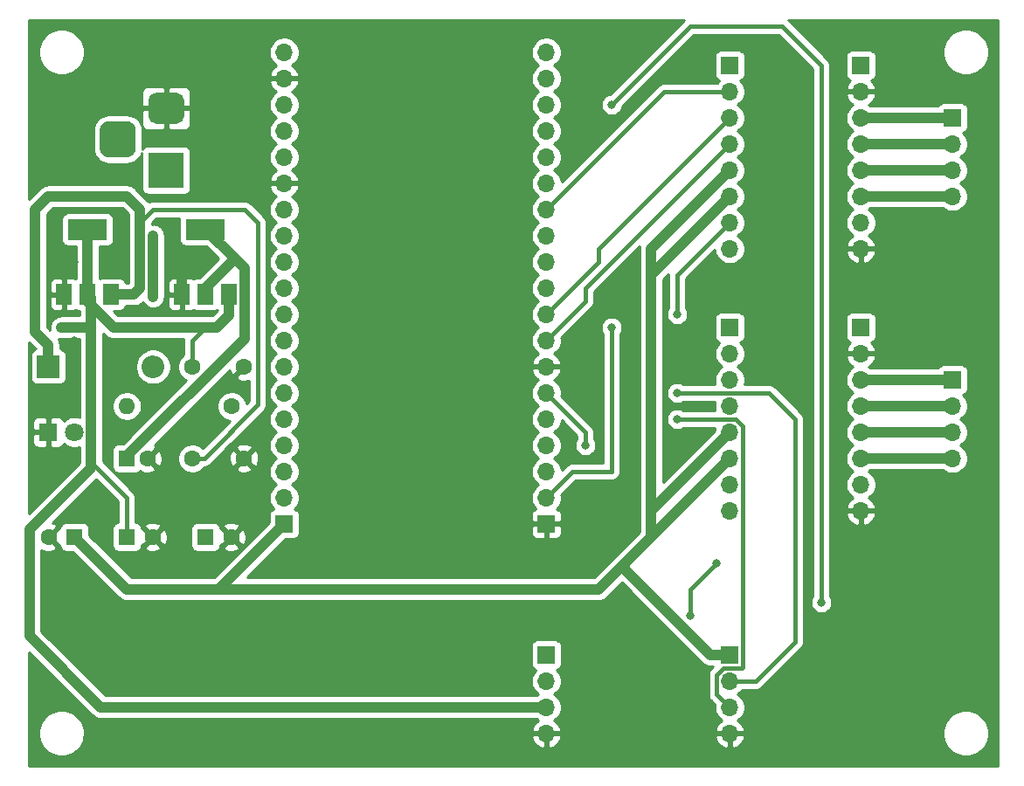
<source format=gbr>
G04 #@! TF.GenerationSoftware,KiCad,Pcbnew,5.1.6-c6e7f7d~86~ubuntu18.04.1*
G04 #@! TF.CreationDate,2020-06-15T20:43:44+01:00*
G04 #@! TF.ProjectId,placa_modular,706c6163-615f-46d6-9f64-756c61722e6b,V1.0*
G04 #@! TF.SameCoordinates,Original*
G04 #@! TF.FileFunction,Copper,L1,Top*
G04 #@! TF.FilePolarity,Positive*
%FSLAX46Y46*%
G04 Gerber Fmt 4.6, Leading zero omitted, Abs format (unit mm)*
G04 Created by KiCad (PCBNEW 5.1.6-c6e7f7d~86~ubuntu18.04.1) date 2020-06-15 20:43:44*
%MOMM*%
%LPD*%
G01*
G04 APERTURE LIST*
G04 #@! TA.AperFunction,ComponentPad*
%ADD10R,2.200000X2.200000*%
G04 #@! TD*
G04 #@! TA.AperFunction,ComponentPad*
%ADD11O,2.200000X2.200000*%
G04 #@! TD*
G04 #@! TA.AperFunction,ComponentPad*
%ADD12R,1.800000X1.800000*%
G04 #@! TD*
G04 #@! TA.AperFunction,ComponentPad*
%ADD13C,1.800000*%
G04 #@! TD*
G04 #@! TA.AperFunction,ComponentPad*
%ADD14R,3.500000X3.500000*%
G04 #@! TD*
G04 #@! TA.AperFunction,ComponentPad*
%ADD15O,1.700000X1.700000*%
G04 #@! TD*
G04 #@! TA.AperFunction,ComponentPad*
%ADD16R,1.700000X1.700000*%
G04 #@! TD*
G04 #@! TA.AperFunction,ComponentPad*
%ADD17C,1.600000*%
G04 #@! TD*
G04 #@! TA.AperFunction,ComponentPad*
%ADD18O,1.600000X1.600000*%
G04 #@! TD*
G04 #@! TA.AperFunction,SMDPad,CuDef*
%ADD19R,3.800000X2.000000*%
G04 #@! TD*
G04 #@! TA.AperFunction,SMDPad,CuDef*
%ADD20R,1.500000X2.000000*%
G04 #@! TD*
G04 #@! TA.AperFunction,ComponentPad*
%ADD21R,1.600000X1.600000*%
G04 #@! TD*
G04 #@! TA.AperFunction,ViaPad*
%ADD22C,0.800000*%
G04 #@! TD*
G04 #@! TA.AperFunction,Conductor*
%ADD23C,1.000000*%
G04 #@! TD*
G04 #@! TA.AperFunction,Conductor*
%ADD24C,0.400000*%
G04 #@! TD*
G04 #@! TA.AperFunction,Conductor*
%ADD25C,0.254000*%
G04 #@! TD*
G04 APERTURE END LIST*
D10*
X110490000Y-82550000D03*
D11*
X120650000Y-82550000D03*
D12*
X110490000Y-88900000D03*
D13*
X113030000Y-88900000D03*
D14*
X121920000Y-63500000D03*
G04 #@! TA.AperFunction,ComponentPad*
G36*
G01*
X120920000Y-56000000D02*
X122920000Y-56000000D01*
G75*
G02*
X123670000Y-56750000I0J-750000D01*
G01*
X123670000Y-58250000D01*
G75*
G02*
X122920000Y-59000000I-750000J0D01*
G01*
X120920000Y-59000000D01*
G75*
G02*
X120170000Y-58250000I0J750000D01*
G01*
X120170000Y-56750000D01*
G75*
G02*
X120920000Y-56000000I750000J0D01*
G01*
G37*
G04 #@! TD.AperFunction*
G04 #@! TA.AperFunction,ComponentPad*
G36*
G01*
X116345000Y-58750000D02*
X118095000Y-58750000D01*
G75*
G02*
X118970000Y-59625000I0J-875000D01*
G01*
X118970000Y-61375000D01*
G75*
G02*
X118095000Y-62250000I-875000J0D01*
G01*
X116345000Y-62250000D01*
G75*
G02*
X115470000Y-61375000I0J875000D01*
G01*
X115470000Y-59625000D01*
G75*
G02*
X116345000Y-58750000I875000J0D01*
G01*
G37*
G04 #@! TD.AperFunction*
D15*
X133350000Y-52070000D03*
X133350000Y-54610000D03*
X133350000Y-57150000D03*
X133350000Y-59690000D03*
X133350000Y-62230000D03*
X133350000Y-64770000D03*
X133350000Y-67310000D03*
X133350000Y-69850000D03*
X133350000Y-72390000D03*
X133350000Y-74930000D03*
X133350000Y-77470000D03*
X133350000Y-80010000D03*
X133350000Y-82550000D03*
X133350000Y-85090000D03*
X133350000Y-87630000D03*
X133350000Y-90170000D03*
X133350000Y-92710000D03*
X133350000Y-95250000D03*
D16*
X133350000Y-97790000D03*
X158750000Y-97790000D03*
D15*
X158750000Y-95250000D03*
X158750000Y-92710000D03*
X158750000Y-90170000D03*
X158750000Y-87630000D03*
X158750000Y-85090000D03*
X158750000Y-82550000D03*
X158750000Y-80010000D03*
X158750000Y-77470000D03*
X158750000Y-74930000D03*
X158750000Y-72390000D03*
X158750000Y-69850000D03*
X158750000Y-67310000D03*
X158750000Y-64770000D03*
X158750000Y-62230000D03*
X158750000Y-59690000D03*
X158750000Y-57150000D03*
X158750000Y-54610000D03*
X158750000Y-52070000D03*
X176530000Y-118110000D03*
X176530000Y-115570000D03*
X176530000Y-113030000D03*
D16*
X176530000Y-110490000D03*
D15*
X176530000Y-96520000D03*
X176530000Y-93980000D03*
X176530000Y-91440000D03*
X176530000Y-88900000D03*
X176530000Y-86360000D03*
X176530000Y-83820000D03*
X176530000Y-81280000D03*
D16*
X176530000Y-78740000D03*
D15*
X176530000Y-71120000D03*
X176530000Y-68580000D03*
X176530000Y-66040000D03*
X176530000Y-63500000D03*
X176530000Y-60960000D03*
X176530000Y-58420000D03*
X176530000Y-55880000D03*
D16*
X176530000Y-53340000D03*
X189230000Y-78740000D03*
D15*
X189230000Y-81280000D03*
X189230000Y-83820000D03*
X189230000Y-86360000D03*
X189230000Y-88900000D03*
X189230000Y-91440000D03*
X189230000Y-93980000D03*
X189230000Y-96520000D03*
D16*
X189230000Y-53340000D03*
D15*
X189230000Y-55880000D03*
X189230000Y-58420000D03*
X189230000Y-60960000D03*
X189230000Y-63500000D03*
X189230000Y-66040000D03*
X189230000Y-68580000D03*
X189230000Y-71120000D03*
D16*
X198120000Y-83820000D03*
D15*
X198120000Y-86360000D03*
X198120000Y-88900000D03*
X198120000Y-91440000D03*
X198120000Y-66040000D03*
X198120000Y-63500000D03*
X198120000Y-60960000D03*
D16*
X198120000Y-58420000D03*
X158750000Y-110490000D03*
D15*
X158750000Y-113030000D03*
X158750000Y-115570000D03*
X158750000Y-118110000D03*
D17*
X128270000Y-86360000D03*
D18*
X118110000Y-86360000D03*
D19*
X114300000Y-69240000D03*
D20*
X114300000Y-75540000D03*
X116600000Y-75540000D03*
X112000000Y-75540000D03*
X123430000Y-75540000D03*
X128030000Y-75540000D03*
X125730000Y-75540000D03*
D19*
X125730000Y-69240000D03*
D17*
X128230000Y-99060000D03*
D21*
X125730000Y-99060000D03*
X118110000Y-99060000D03*
D17*
X120610000Y-99060000D03*
D21*
X118110000Y-91440000D03*
D17*
X120110000Y-91440000D03*
D21*
X113030000Y-99060000D03*
D17*
X110530000Y-99060000D03*
X129460000Y-91440000D03*
X124460000Y-91440000D03*
X124460000Y-82550000D03*
X129460000Y-82550000D03*
D22*
X120650000Y-69850000D03*
X124460000Y-72390000D03*
X128270000Y-63500000D03*
X113030000Y-80010000D03*
X113030000Y-72390000D03*
X111760000Y-78740000D03*
X171450000Y-77470000D03*
X165100000Y-78740000D03*
X171450000Y-85090000D03*
X171450000Y-87630000D03*
X162560000Y-90170000D03*
X172720000Y-106680000D03*
X175260000Y-101600000D03*
X185420000Y-105410000D03*
X165100000Y-57150000D03*
D23*
X120650000Y-71120000D02*
X120650000Y-75770002D01*
X120650000Y-75770002D02*
X120650000Y-69850000D01*
X123430000Y-75540000D02*
X123430000Y-73420000D01*
X123430000Y-73420000D02*
X124460000Y-72390000D01*
X110490000Y-80450000D02*
X109220000Y-79180000D01*
X110490000Y-82550000D02*
X110490000Y-80450000D01*
X109220000Y-79180000D02*
X109220000Y-67310000D01*
X109220000Y-67310000D02*
X110490000Y-66040000D01*
X110490000Y-66040000D02*
X118110000Y-66040000D01*
X118110000Y-66040000D02*
X119380000Y-67310000D01*
X118770000Y-75540000D02*
X116600000Y-75540000D01*
X119380000Y-74930000D02*
X118770000Y-75540000D01*
D24*
X129540000Y-67310000D02*
X120650000Y-67310000D01*
D23*
X119380000Y-68580000D02*
X119380000Y-74930000D01*
D24*
X120650000Y-67310000D02*
X119380000Y-68580000D01*
X124460000Y-91440000D02*
X125591370Y-91440000D01*
D23*
X119380000Y-67310000D02*
X119380000Y-68580000D01*
D24*
X125591370Y-91440000D02*
X130810000Y-86221370D01*
X130810000Y-68580000D02*
X129540000Y-67310000D01*
X130810000Y-86221370D02*
X130810000Y-68580000D01*
D23*
X114300000Y-76250002D02*
X116789998Y-78740000D01*
X114300000Y-75540000D02*
X114300000Y-76250002D01*
X128030000Y-77540000D02*
X128030000Y-75540000D01*
X126830000Y-78740000D02*
X128030000Y-77540000D01*
X115570000Y-115570000D02*
X158750000Y-115570000D01*
X108675010Y-98334990D02*
X108675010Y-108675010D01*
X114630001Y-92379999D02*
X108675010Y-98334990D01*
X108675010Y-108675010D02*
X115570000Y-115570000D01*
X114300000Y-75540000D02*
X114630001Y-75870001D01*
D24*
X118110000Y-99060000D02*
X118110000Y-95250000D01*
X118110000Y-95250000D02*
X114630001Y-91770001D01*
D23*
X114630001Y-91770001D02*
X114630001Y-92379999D01*
D24*
X124460000Y-80010000D02*
X125730000Y-78740000D01*
X124460000Y-82550000D02*
X124460000Y-80010000D01*
D23*
X116789998Y-78740000D02*
X125730000Y-78740000D01*
X125730000Y-78740000D02*
X126830000Y-78740000D01*
X114300000Y-69240000D02*
X114300000Y-75540000D01*
X114300000Y-78740000D02*
X114630001Y-79070001D01*
X111760000Y-78740000D02*
X114300000Y-78740000D01*
X114630001Y-75870001D02*
X114630001Y-79070001D01*
X114630001Y-79070001D02*
X114630001Y-91770001D01*
X118110000Y-91219998D02*
X118110000Y-91440000D01*
X129480001Y-79849997D02*
X118110000Y-91219998D01*
X129480001Y-72990001D02*
X129480001Y-79849997D01*
X127000000Y-104140000D02*
X133350000Y-97790000D01*
X113030000Y-99060000D02*
X118110000Y-104140000D01*
X118110000Y-104140000D02*
X127000000Y-104140000D01*
X127000000Y-104140000D02*
X162560000Y-104140000D01*
X162560000Y-104140000D02*
X163830000Y-104140000D01*
X168910000Y-96520000D02*
X176530000Y-88900000D01*
X168910000Y-99060000D02*
X168910000Y-96520000D01*
X168910000Y-99060000D02*
X176530000Y-91440000D01*
X168910000Y-73660000D02*
X176530000Y-66040000D01*
X168910000Y-96520000D02*
X168910000Y-73660000D01*
X168910000Y-71120000D02*
X176530000Y-63500000D01*
X168910000Y-73660000D02*
X168910000Y-71120000D01*
X125730000Y-75540000D02*
X125730000Y-74930000D01*
X125730000Y-69240000D02*
X128575000Y-72085000D01*
X125730000Y-74930000D02*
X128575000Y-72085000D01*
X128575000Y-72085000D02*
X129480001Y-72990001D01*
X166370000Y-102180000D02*
X166370000Y-101600000D01*
X174680000Y-110490000D02*
X166370000Y-102180000D01*
X176530000Y-110490000D02*
X174680000Y-110490000D01*
X163830000Y-104140000D02*
X166370000Y-101600000D01*
X166370000Y-101600000D02*
X168910000Y-99060000D01*
D24*
X176530000Y-68580000D02*
X171450000Y-73660000D01*
X171450000Y-73660000D02*
X171450000Y-77470000D01*
X165100000Y-78740000D02*
X165100000Y-92710000D01*
X161290000Y-92710000D02*
X158750000Y-95250000D01*
X165100000Y-92710000D02*
X161290000Y-92710000D01*
X182880000Y-109220000D02*
X182880000Y-87630000D01*
X182880000Y-87630000D02*
X180340000Y-85090000D01*
X180340000Y-85090000D02*
X171450000Y-85090000D01*
X176530000Y-113030000D02*
X179070000Y-113030000D01*
X179070000Y-113030000D02*
X182880000Y-109220000D01*
X177780001Y-88299999D02*
X177110002Y-87630000D01*
X177110002Y-87630000D02*
X171450000Y-87630000D01*
X162560000Y-88900000D02*
X158750000Y-85090000D01*
X162560000Y-90170000D02*
X162560000Y-88900000D01*
X175929999Y-111779999D02*
X177660003Y-111779999D01*
X177780001Y-111660001D02*
X177780001Y-88299999D01*
X175279999Y-112429999D02*
X175929999Y-111779999D01*
X175279999Y-114319999D02*
X175279999Y-112429999D01*
X177660003Y-111779999D02*
X177780001Y-111660001D01*
X176530000Y-115570000D02*
X175279999Y-114319999D01*
X162560000Y-76200000D02*
X158750000Y-80010000D01*
X176530000Y-60960000D02*
X162560000Y-74930000D01*
X162560000Y-74930000D02*
X162560000Y-76200000D01*
X176530000Y-58420000D02*
X163830000Y-71120000D01*
X163830000Y-72390000D02*
X158750000Y-77470000D01*
X163830000Y-71120000D02*
X163830000Y-72390000D01*
X172720000Y-106680000D02*
X172720000Y-104140000D01*
X172720000Y-104140000D02*
X175260000Y-101600000D01*
X185420000Y-105410000D02*
X185420000Y-82550000D01*
X185420000Y-82550000D02*
X185420000Y-55880000D01*
X185420000Y-53340000D02*
X181610000Y-49530000D01*
X185420000Y-55880000D02*
X185420000Y-53340000D01*
X181610000Y-49530000D02*
X172720000Y-49530000D01*
X172720000Y-49530000D02*
X165100000Y-57150000D01*
X170180000Y-55880000D02*
X158750000Y-67310000D01*
X176530000Y-55880000D02*
X170180000Y-55880000D01*
D23*
X189230000Y-83820000D02*
X198120000Y-83820000D01*
X189230000Y-86360000D02*
X198120000Y-86360000D01*
X189230000Y-88900000D02*
X198120000Y-88900000D01*
X189230000Y-91440000D02*
X198120000Y-91440000D01*
X189230000Y-58420000D02*
X198120000Y-58420000D01*
X189230000Y-60960000D02*
X198120000Y-60960000D01*
X189230000Y-63500000D02*
X198120000Y-63500000D01*
X189230000Y-66040000D02*
X198120000Y-66040000D01*
D25*
G36*
X172126709Y-48936709D02*
G01*
X172100559Y-48968573D01*
X164943226Y-56125907D01*
X164798102Y-56154774D01*
X164609744Y-56232795D01*
X164440226Y-56346063D01*
X164296063Y-56490226D01*
X164182795Y-56659744D01*
X164104774Y-56848102D01*
X164065000Y-57048061D01*
X164065000Y-57251939D01*
X164104774Y-57451898D01*
X164182795Y-57640256D01*
X164296063Y-57809774D01*
X164440226Y-57953937D01*
X164609744Y-58067205D01*
X164798102Y-58145226D01*
X164998061Y-58185000D01*
X165201939Y-58185000D01*
X165401898Y-58145226D01*
X165590256Y-58067205D01*
X165759774Y-57953937D01*
X165903937Y-57809774D01*
X166017205Y-57640256D01*
X166095226Y-57451898D01*
X166124093Y-57306774D01*
X173065868Y-50365000D01*
X181264133Y-50365000D01*
X184585001Y-53685870D01*
X184585000Y-55921018D01*
X184585001Y-55921028D01*
X184585000Y-82591018D01*
X184585001Y-82591028D01*
X184585000Y-104796715D01*
X184502795Y-104919744D01*
X184424774Y-105108102D01*
X184385000Y-105308061D01*
X184385000Y-105511939D01*
X184424774Y-105711898D01*
X184502795Y-105900256D01*
X184616063Y-106069774D01*
X184760226Y-106213937D01*
X184929744Y-106327205D01*
X185118102Y-106405226D01*
X185318061Y-106445000D01*
X185521939Y-106445000D01*
X185721898Y-106405226D01*
X185910256Y-106327205D01*
X186079774Y-106213937D01*
X186223937Y-106069774D01*
X186337205Y-105900256D01*
X186415226Y-105711898D01*
X186455000Y-105511939D01*
X186455000Y-105308061D01*
X186415226Y-105108102D01*
X186337205Y-104919744D01*
X186255000Y-104796715D01*
X186255000Y-96876890D01*
X187788524Y-96876890D01*
X187833175Y-97024099D01*
X187958359Y-97286920D01*
X188132412Y-97520269D01*
X188348645Y-97715178D01*
X188598748Y-97864157D01*
X188873109Y-97961481D01*
X189103000Y-97840814D01*
X189103000Y-96647000D01*
X189357000Y-96647000D01*
X189357000Y-97840814D01*
X189586891Y-97961481D01*
X189861252Y-97864157D01*
X190111355Y-97715178D01*
X190327588Y-97520269D01*
X190501641Y-97286920D01*
X190626825Y-97024099D01*
X190671476Y-96876890D01*
X190550155Y-96647000D01*
X189357000Y-96647000D01*
X189103000Y-96647000D01*
X187909845Y-96647000D01*
X187788524Y-96876890D01*
X186255000Y-96876890D01*
X186255000Y-83673740D01*
X187745000Y-83673740D01*
X187745000Y-83966260D01*
X187802068Y-84253158D01*
X187914010Y-84523411D01*
X188076525Y-84766632D01*
X188283368Y-84973475D01*
X188457760Y-85090000D01*
X188283368Y-85206525D01*
X188076525Y-85413368D01*
X187914010Y-85656589D01*
X187802068Y-85926842D01*
X187745000Y-86213740D01*
X187745000Y-86506260D01*
X187802068Y-86793158D01*
X187914010Y-87063411D01*
X188076525Y-87306632D01*
X188283368Y-87513475D01*
X188457760Y-87630000D01*
X188283368Y-87746525D01*
X188076525Y-87953368D01*
X187914010Y-88196589D01*
X187802068Y-88466842D01*
X187745000Y-88753740D01*
X187745000Y-89046260D01*
X187802068Y-89333158D01*
X187914010Y-89603411D01*
X188076525Y-89846632D01*
X188283368Y-90053475D01*
X188457760Y-90170000D01*
X188283368Y-90286525D01*
X188076525Y-90493368D01*
X187914010Y-90736589D01*
X187802068Y-91006842D01*
X187745000Y-91293740D01*
X187745000Y-91586260D01*
X187802068Y-91873158D01*
X187914010Y-92143411D01*
X188076525Y-92386632D01*
X188283368Y-92593475D01*
X188457760Y-92710000D01*
X188283368Y-92826525D01*
X188076525Y-93033368D01*
X187914010Y-93276589D01*
X187802068Y-93546842D01*
X187745000Y-93833740D01*
X187745000Y-94126260D01*
X187802068Y-94413158D01*
X187914010Y-94683411D01*
X188076525Y-94926632D01*
X188283368Y-95133475D01*
X188465534Y-95255195D01*
X188348645Y-95324822D01*
X188132412Y-95519731D01*
X187958359Y-95753080D01*
X187833175Y-96015901D01*
X187788524Y-96163110D01*
X187909845Y-96393000D01*
X189103000Y-96393000D01*
X189103000Y-96373000D01*
X189357000Y-96373000D01*
X189357000Y-96393000D01*
X190550155Y-96393000D01*
X190671476Y-96163110D01*
X190626825Y-96015901D01*
X190501641Y-95753080D01*
X190327588Y-95519731D01*
X190111355Y-95324822D01*
X189994466Y-95255195D01*
X190176632Y-95133475D01*
X190383475Y-94926632D01*
X190545990Y-94683411D01*
X190657932Y-94413158D01*
X190715000Y-94126260D01*
X190715000Y-93833740D01*
X190657932Y-93546842D01*
X190545990Y-93276589D01*
X190383475Y-93033368D01*
X190176632Y-92826525D01*
X190002240Y-92710000D01*
X190176632Y-92593475D01*
X190195107Y-92575000D01*
X197154893Y-92575000D01*
X197173368Y-92593475D01*
X197416589Y-92755990D01*
X197686842Y-92867932D01*
X197973740Y-92925000D01*
X198266260Y-92925000D01*
X198553158Y-92867932D01*
X198823411Y-92755990D01*
X199066632Y-92593475D01*
X199273475Y-92386632D01*
X199435990Y-92143411D01*
X199547932Y-91873158D01*
X199605000Y-91586260D01*
X199605000Y-91293740D01*
X199547932Y-91006842D01*
X199435990Y-90736589D01*
X199273475Y-90493368D01*
X199066632Y-90286525D01*
X198892240Y-90170000D01*
X199066632Y-90053475D01*
X199273475Y-89846632D01*
X199435990Y-89603411D01*
X199547932Y-89333158D01*
X199605000Y-89046260D01*
X199605000Y-88753740D01*
X199547932Y-88466842D01*
X199435990Y-88196589D01*
X199273475Y-87953368D01*
X199066632Y-87746525D01*
X198892240Y-87630000D01*
X199066632Y-87513475D01*
X199273475Y-87306632D01*
X199435990Y-87063411D01*
X199547932Y-86793158D01*
X199605000Y-86506260D01*
X199605000Y-86213740D01*
X199547932Y-85926842D01*
X199435990Y-85656589D01*
X199273475Y-85413368D01*
X199141620Y-85281513D01*
X199214180Y-85259502D01*
X199324494Y-85200537D01*
X199421185Y-85121185D01*
X199500537Y-85024494D01*
X199559502Y-84914180D01*
X199595812Y-84794482D01*
X199608072Y-84670000D01*
X199608072Y-82970000D01*
X199595812Y-82845518D01*
X199559502Y-82725820D01*
X199500537Y-82615506D01*
X199421185Y-82518815D01*
X199324494Y-82439463D01*
X199214180Y-82380498D01*
X199094482Y-82344188D01*
X198970000Y-82331928D01*
X197270000Y-82331928D01*
X197145518Y-82344188D01*
X197025820Y-82380498D01*
X196915506Y-82439463D01*
X196818815Y-82518815D01*
X196739463Y-82615506D01*
X196702317Y-82685000D01*
X190195107Y-82685000D01*
X190176632Y-82666525D01*
X189994466Y-82544805D01*
X190111355Y-82475178D01*
X190327588Y-82280269D01*
X190501641Y-82046920D01*
X190626825Y-81784099D01*
X190671476Y-81636890D01*
X190550155Y-81407000D01*
X189357000Y-81407000D01*
X189357000Y-81427000D01*
X189103000Y-81427000D01*
X189103000Y-81407000D01*
X187909845Y-81407000D01*
X187788524Y-81636890D01*
X187833175Y-81784099D01*
X187958359Y-82046920D01*
X188132412Y-82280269D01*
X188348645Y-82475178D01*
X188465534Y-82544805D01*
X188283368Y-82666525D01*
X188076525Y-82873368D01*
X187914010Y-83116589D01*
X187802068Y-83386842D01*
X187745000Y-83673740D01*
X186255000Y-83673740D01*
X186255000Y-77890000D01*
X187741928Y-77890000D01*
X187741928Y-79590000D01*
X187754188Y-79714482D01*
X187790498Y-79834180D01*
X187849463Y-79944494D01*
X187928815Y-80041185D01*
X188025506Y-80120537D01*
X188135820Y-80179502D01*
X188216466Y-80203966D01*
X188132412Y-80279731D01*
X187958359Y-80513080D01*
X187833175Y-80775901D01*
X187788524Y-80923110D01*
X187909845Y-81153000D01*
X189103000Y-81153000D01*
X189103000Y-81133000D01*
X189357000Y-81133000D01*
X189357000Y-81153000D01*
X190550155Y-81153000D01*
X190671476Y-80923110D01*
X190626825Y-80775901D01*
X190501641Y-80513080D01*
X190327588Y-80279731D01*
X190243534Y-80203966D01*
X190324180Y-80179502D01*
X190434494Y-80120537D01*
X190531185Y-80041185D01*
X190610537Y-79944494D01*
X190669502Y-79834180D01*
X190705812Y-79714482D01*
X190718072Y-79590000D01*
X190718072Y-77890000D01*
X190705812Y-77765518D01*
X190669502Y-77645820D01*
X190610537Y-77535506D01*
X190531185Y-77438815D01*
X190434494Y-77359463D01*
X190324180Y-77300498D01*
X190204482Y-77264188D01*
X190080000Y-77251928D01*
X188380000Y-77251928D01*
X188255518Y-77264188D01*
X188135820Y-77300498D01*
X188025506Y-77359463D01*
X187928815Y-77438815D01*
X187849463Y-77535506D01*
X187790498Y-77645820D01*
X187754188Y-77765518D01*
X187741928Y-77890000D01*
X186255000Y-77890000D01*
X186255000Y-71476890D01*
X187788524Y-71476890D01*
X187833175Y-71624099D01*
X187958359Y-71886920D01*
X188132412Y-72120269D01*
X188348645Y-72315178D01*
X188598748Y-72464157D01*
X188873109Y-72561481D01*
X189103000Y-72440814D01*
X189103000Y-71247000D01*
X189357000Y-71247000D01*
X189357000Y-72440814D01*
X189586891Y-72561481D01*
X189861252Y-72464157D01*
X190111355Y-72315178D01*
X190327588Y-72120269D01*
X190501641Y-71886920D01*
X190626825Y-71624099D01*
X190671476Y-71476890D01*
X190550155Y-71247000D01*
X189357000Y-71247000D01*
X189103000Y-71247000D01*
X187909845Y-71247000D01*
X187788524Y-71476890D01*
X186255000Y-71476890D01*
X186255000Y-58273740D01*
X187745000Y-58273740D01*
X187745000Y-58566260D01*
X187802068Y-58853158D01*
X187914010Y-59123411D01*
X188076525Y-59366632D01*
X188283368Y-59573475D01*
X188457760Y-59690000D01*
X188283368Y-59806525D01*
X188076525Y-60013368D01*
X187914010Y-60256589D01*
X187802068Y-60526842D01*
X187745000Y-60813740D01*
X187745000Y-61106260D01*
X187802068Y-61393158D01*
X187914010Y-61663411D01*
X188076525Y-61906632D01*
X188283368Y-62113475D01*
X188457760Y-62230000D01*
X188283368Y-62346525D01*
X188076525Y-62553368D01*
X187914010Y-62796589D01*
X187802068Y-63066842D01*
X187745000Y-63353740D01*
X187745000Y-63646260D01*
X187802068Y-63933158D01*
X187914010Y-64203411D01*
X188076525Y-64446632D01*
X188283368Y-64653475D01*
X188457760Y-64770000D01*
X188283368Y-64886525D01*
X188076525Y-65093368D01*
X187914010Y-65336589D01*
X187802068Y-65606842D01*
X187745000Y-65893740D01*
X187745000Y-66186260D01*
X187802068Y-66473158D01*
X187914010Y-66743411D01*
X188076525Y-66986632D01*
X188283368Y-67193475D01*
X188457760Y-67310000D01*
X188283368Y-67426525D01*
X188076525Y-67633368D01*
X187914010Y-67876589D01*
X187802068Y-68146842D01*
X187745000Y-68433740D01*
X187745000Y-68726260D01*
X187802068Y-69013158D01*
X187914010Y-69283411D01*
X188076525Y-69526632D01*
X188283368Y-69733475D01*
X188465534Y-69855195D01*
X188348645Y-69924822D01*
X188132412Y-70119731D01*
X187958359Y-70353080D01*
X187833175Y-70615901D01*
X187788524Y-70763110D01*
X187909845Y-70993000D01*
X189103000Y-70993000D01*
X189103000Y-70973000D01*
X189357000Y-70973000D01*
X189357000Y-70993000D01*
X190550155Y-70993000D01*
X190671476Y-70763110D01*
X190626825Y-70615901D01*
X190501641Y-70353080D01*
X190327588Y-70119731D01*
X190111355Y-69924822D01*
X189994466Y-69855195D01*
X190176632Y-69733475D01*
X190383475Y-69526632D01*
X190545990Y-69283411D01*
X190657932Y-69013158D01*
X190715000Y-68726260D01*
X190715000Y-68433740D01*
X190657932Y-68146842D01*
X190545990Y-67876589D01*
X190383475Y-67633368D01*
X190176632Y-67426525D01*
X190002240Y-67310000D01*
X190176632Y-67193475D01*
X190195107Y-67175000D01*
X197154893Y-67175000D01*
X197173368Y-67193475D01*
X197416589Y-67355990D01*
X197686842Y-67467932D01*
X197973740Y-67525000D01*
X198266260Y-67525000D01*
X198553158Y-67467932D01*
X198823411Y-67355990D01*
X199066632Y-67193475D01*
X199273475Y-66986632D01*
X199435990Y-66743411D01*
X199547932Y-66473158D01*
X199605000Y-66186260D01*
X199605000Y-65893740D01*
X199547932Y-65606842D01*
X199435990Y-65336589D01*
X199273475Y-65093368D01*
X199066632Y-64886525D01*
X198892240Y-64770000D01*
X199066632Y-64653475D01*
X199273475Y-64446632D01*
X199435990Y-64203411D01*
X199547932Y-63933158D01*
X199605000Y-63646260D01*
X199605000Y-63353740D01*
X199547932Y-63066842D01*
X199435990Y-62796589D01*
X199273475Y-62553368D01*
X199066632Y-62346525D01*
X198892240Y-62230000D01*
X199066632Y-62113475D01*
X199273475Y-61906632D01*
X199435990Y-61663411D01*
X199547932Y-61393158D01*
X199605000Y-61106260D01*
X199605000Y-60813740D01*
X199547932Y-60526842D01*
X199435990Y-60256589D01*
X199273475Y-60013368D01*
X199141620Y-59881513D01*
X199214180Y-59859502D01*
X199324494Y-59800537D01*
X199421185Y-59721185D01*
X199500537Y-59624494D01*
X199559502Y-59514180D01*
X199595812Y-59394482D01*
X199608072Y-59270000D01*
X199608072Y-57570000D01*
X199595812Y-57445518D01*
X199559502Y-57325820D01*
X199500537Y-57215506D01*
X199421185Y-57118815D01*
X199324494Y-57039463D01*
X199214180Y-56980498D01*
X199094482Y-56944188D01*
X198970000Y-56931928D01*
X197270000Y-56931928D01*
X197145518Y-56944188D01*
X197025820Y-56980498D01*
X196915506Y-57039463D01*
X196818815Y-57118815D01*
X196739463Y-57215506D01*
X196702317Y-57285000D01*
X190195107Y-57285000D01*
X190176632Y-57266525D01*
X189994466Y-57144805D01*
X190111355Y-57075178D01*
X190327588Y-56880269D01*
X190501641Y-56646920D01*
X190626825Y-56384099D01*
X190671476Y-56236890D01*
X190550155Y-56007000D01*
X189357000Y-56007000D01*
X189357000Y-56027000D01*
X189103000Y-56027000D01*
X189103000Y-56007000D01*
X187909845Y-56007000D01*
X187788524Y-56236890D01*
X187833175Y-56384099D01*
X187958359Y-56646920D01*
X188132412Y-56880269D01*
X188348645Y-57075178D01*
X188465534Y-57144805D01*
X188283368Y-57266525D01*
X188076525Y-57473368D01*
X187914010Y-57716589D01*
X187802068Y-57986842D01*
X187745000Y-58273740D01*
X186255000Y-58273740D01*
X186255000Y-53381018D01*
X186259040Y-53340000D01*
X186242918Y-53176312D01*
X186195172Y-53018913D01*
X186117636Y-52873854D01*
X186039439Y-52778570D01*
X186039437Y-52778568D01*
X186013291Y-52746709D01*
X185981432Y-52720563D01*
X185750869Y-52490000D01*
X187741928Y-52490000D01*
X187741928Y-54190000D01*
X187754188Y-54314482D01*
X187790498Y-54434180D01*
X187849463Y-54544494D01*
X187928815Y-54641185D01*
X188025506Y-54720537D01*
X188135820Y-54779502D01*
X188216466Y-54803966D01*
X188132412Y-54879731D01*
X187958359Y-55113080D01*
X187833175Y-55375901D01*
X187788524Y-55523110D01*
X187909845Y-55753000D01*
X189103000Y-55753000D01*
X189103000Y-55733000D01*
X189357000Y-55733000D01*
X189357000Y-55753000D01*
X190550155Y-55753000D01*
X190671476Y-55523110D01*
X190626825Y-55375901D01*
X190501641Y-55113080D01*
X190327588Y-54879731D01*
X190243534Y-54803966D01*
X190324180Y-54779502D01*
X190434494Y-54720537D01*
X190531185Y-54641185D01*
X190610537Y-54544494D01*
X190669502Y-54434180D01*
X190705812Y-54314482D01*
X190718072Y-54190000D01*
X190718072Y-52490000D01*
X190705812Y-52365518D01*
X190669502Y-52245820D01*
X190610537Y-52135506D01*
X190531185Y-52038815D01*
X190434494Y-51959463D01*
X190324180Y-51900498D01*
X190204482Y-51864188D01*
X190080000Y-51851928D01*
X188380000Y-51851928D01*
X188255518Y-51864188D01*
X188135820Y-51900498D01*
X188025506Y-51959463D01*
X187928815Y-52038815D01*
X187849463Y-52135506D01*
X187790498Y-52245820D01*
X187754188Y-52365518D01*
X187741928Y-52490000D01*
X185750869Y-52490000D01*
X185110741Y-51849872D01*
X197155000Y-51849872D01*
X197155000Y-52290128D01*
X197240890Y-52721925D01*
X197409369Y-53128669D01*
X197653962Y-53494729D01*
X197965271Y-53806038D01*
X198331331Y-54050631D01*
X198738075Y-54219110D01*
X199169872Y-54305000D01*
X199610128Y-54305000D01*
X200041925Y-54219110D01*
X200448669Y-54050631D01*
X200814729Y-53806038D01*
X201126038Y-53494729D01*
X201370631Y-53128669D01*
X201539110Y-52721925D01*
X201625000Y-52290128D01*
X201625000Y-51849872D01*
X201539110Y-51418075D01*
X201370631Y-51011331D01*
X201126038Y-50645271D01*
X200814729Y-50333962D01*
X200448669Y-50089369D01*
X200041925Y-49920890D01*
X199610128Y-49835000D01*
X199169872Y-49835000D01*
X198738075Y-49920890D01*
X198331331Y-50089369D01*
X197965271Y-50333962D01*
X197653962Y-50645271D01*
X197409369Y-51011331D01*
X197240890Y-51418075D01*
X197155000Y-51849872D01*
X185110741Y-51849872D01*
X182229446Y-48968579D01*
X182203291Y-48936709D01*
X182182931Y-48920000D01*
X202540000Y-48920000D01*
X202540001Y-121260000D01*
X108610000Y-121260000D01*
X108610000Y-117889872D01*
X109525000Y-117889872D01*
X109525000Y-118330128D01*
X109610890Y-118761925D01*
X109779369Y-119168669D01*
X110023962Y-119534729D01*
X110335271Y-119846038D01*
X110701331Y-120090631D01*
X111108075Y-120259110D01*
X111539872Y-120345000D01*
X111980128Y-120345000D01*
X112411925Y-120259110D01*
X112818669Y-120090631D01*
X113184729Y-119846038D01*
X113496038Y-119534729D01*
X113740631Y-119168669D01*
X113909110Y-118761925D01*
X113967796Y-118466890D01*
X157308524Y-118466890D01*
X157353175Y-118614099D01*
X157478359Y-118876920D01*
X157652412Y-119110269D01*
X157868645Y-119305178D01*
X158118748Y-119454157D01*
X158393109Y-119551481D01*
X158623000Y-119430814D01*
X158623000Y-118237000D01*
X158877000Y-118237000D01*
X158877000Y-119430814D01*
X159106891Y-119551481D01*
X159381252Y-119454157D01*
X159631355Y-119305178D01*
X159847588Y-119110269D01*
X160021641Y-118876920D01*
X160146825Y-118614099D01*
X160191476Y-118466890D01*
X175088524Y-118466890D01*
X175133175Y-118614099D01*
X175258359Y-118876920D01*
X175432412Y-119110269D01*
X175648645Y-119305178D01*
X175898748Y-119454157D01*
X176173109Y-119551481D01*
X176403000Y-119430814D01*
X176403000Y-118237000D01*
X176657000Y-118237000D01*
X176657000Y-119430814D01*
X176886891Y-119551481D01*
X177161252Y-119454157D01*
X177411355Y-119305178D01*
X177627588Y-119110269D01*
X177801641Y-118876920D01*
X177926825Y-118614099D01*
X177971476Y-118466890D01*
X177850155Y-118237000D01*
X176657000Y-118237000D01*
X176403000Y-118237000D01*
X175209845Y-118237000D01*
X175088524Y-118466890D01*
X160191476Y-118466890D01*
X160070155Y-118237000D01*
X158877000Y-118237000D01*
X158623000Y-118237000D01*
X157429845Y-118237000D01*
X157308524Y-118466890D01*
X113967796Y-118466890D01*
X113995000Y-118330128D01*
X113995000Y-117889872D01*
X113909110Y-117458075D01*
X113740631Y-117051331D01*
X113496038Y-116685271D01*
X113184729Y-116373962D01*
X112818669Y-116129369D01*
X112411925Y-115960890D01*
X111980128Y-115875000D01*
X111539872Y-115875000D01*
X111108075Y-115960890D01*
X110701331Y-116129369D01*
X110335271Y-116373962D01*
X110023962Y-116685271D01*
X109779369Y-117051331D01*
X109610890Y-117458075D01*
X109525000Y-117889872D01*
X108610000Y-117889872D01*
X108610000Y-110215131D01*
X114728009Y-116333141D01*
X114763551Y-116376449D01*
X114936377Y-116518284D01*
X115133553Y-116623676D01*
X115347501Y-116688577D01*
X115514248Y-116705000D01*
X115514257Y-116705000D01*
X115569999Y-116710490D01*
X115625741Y-116705000D01*
X157784893Y-116705000D01*
X157803368Y-116723475D01*
X157985534Y-116845195D01*
X157868645Y-116914822D01*
X157652412Y-117109731D01*
X157478359Y-117343080D01*
X157353175Y-117605901D01*
X157308524Y-117753110D01*
X157429845Y-117983000D01*
X158623000Y-117983000D01*
X158623000Y-117963000D01*
X158877000Y-117963000D01*
X158877000Y-117983000D01*
X160070155Y-117983000D01*
X160191476Y-117753110D01*
X160146825Y-117605901D01*
X160021641Y-117343080D01*
X159847588Y-117109731D01*
X159631355Y-116914822D01*
X159514466Y-116845195D01*
X159696632Y-116723475D01*
X159903475Y-116516632D01*
X160065990Y-116273411D01*
X160177932Y-116003158D01*
X160235000Y-115716260D01*
X160235000Y-115423740D01*
X160177932Y-115136842D01*
X160065990Y-114866589D01*
X159903475Y-114623368D01*
X159696632Y-114416525D01*
X159522240Y-114300000D01*
X159696632Y-114183475D01*
X159903475Y-113976632D01*
X160065990Y-113733411D01*
X160177932Y-113463158D01*
X160235000Y-113176260D01*
X160235000Y-112883740D01*
X160177932Y-112596842D01*
X160065990Y-112326589D01*
X159903475Y-112083368D01*
X159771620Y-111951513D01*
X159844180Y-111929502D01*
X159954494Y-111870537D01*
X160051185Y-111791185D01*
X160130537Y-111694494D01*
X160189502Y-111584180D01*
X160225812Y-111464482D01*
X160238072Y-111340000D01*
X160238072Y-109640000D01*
X160225812Y-109515518D01*
X160189502Y-109395820D01*
X160130537Y-109285506D01*
X160051185Y-109188815D01*
X159954494Y-109109463D01*
X159844180Y-109050498D01*
X159724482Y-109014188D01*
X159600000Y-109001928D01*
X157900000Y-109001928D01*
X157775518Y-109014188D01*
X157655820Y-109050498D01*
X157545506Y-109109463D01*
X157448815Y-109188815D01*
X157369463Y-109285506D01*
X157310498Y-109395820D01*
X157274188Y-109515518D01*
X157261928Y-109640000D01*
X157261928Y-111340000D01*
X157274188Y-111464482D01*
X157310498Y-111584180D01*
X157369463Y-111694494D01*
X157448815Y-111791185D01*
X157545506Y-111870537D01*
X157655820Y-111929502D01*
X157728380Y-111951513D01*
X157596525Y-112083368D01*
X157434010Y-112326589D01*
X157322068Y-112596842D01*
X157265000Y-112883740D01*
X157265000Y-113176260D01*
X157322068Y-113463158D01*
X157434010Y-113733411D01*
X157596525Y-113976632D01*
X157803368Y-114183475D01*
X157977760Y-114300000D01*
X157803368Y-114416525D01*
X157784893Y-114435000D01*
X116040132Y-114435000D01*
X109810010Y-108204879D01*
X109810010Y-100306856D01*
X110043996Y-100417571D01*
X110318184Y-100486300D01*
X110600512Y-100500217D01*
X110880130Y-100458787D01*
X111146292Y-100363603D01*
X111271514Y-100296671D01*
X111343097Y-100052702D01*
X110530000Y-99239605D01*
X110515858Y-99253748D01*
X110336253Y-99074143D01*
X110350395Y-99060000D01*
X110709605Y-99060000D01*
X111522702Y-99873097D01*
X111591928Y-99852785D01*
X111591928Y-99860000D01*
X111604188Y-99984482D01*
X111640498Y-100104180D01*
X111699463Y-100214494D01*
X111778815Y-100311185D01*
X111875506Y-100390537D01*
X111985820Y-100449502D01*
X112105518Y-100485812D01*
X112230000Y-100498072D01*
X112862941Y-100498072D01*
X117268009Y-104903141D01*
X117303551Y-104946449D01*
X117476376Y-105088283D01*
X117476377Y-105088284D01*
X117673553Y-105193676D01*
X117887501Y-105258577D01*
X118110000Y-105280491D01*
X118165751Y-105275000D01*
X126944249Y-105275000D01*
X127000000Y-105280491D01*
X127055751Y-105275000D01*
X163774249Y-105275000D01*
X163830000Y-105280491D01*
X163885751Y-105275000D01*
X163885752Y-105275000D01*
X164052499Y-105258577D01*
X164266447Y-105193676D01*
X164463623Y-105088284D01*
X164636449Y-104946449D01*
X164671996Y-104903135D01*
X166080000Y-103495131D01*
X173838013Y-111253146D01*
X173873551Y-111296449D01*
X173916854Y-111331987D01*
X173916856Y-111331989D01*
X174046377Y-111438284D01*
X174243553Y-111543676D01*
X174457501Y-111608577D01*
X174680000Y-111630491D01*
X174735752Y-111625000D01*
X174904130Y-111625000D01*
X174718572Y-111810558D01*
X174686709Y-111836708D01*
X174654032Y-111876525D01*
X174582363Y-111963854D01*
X174504827Y-112108913D01*
X174457081Y-112266311D01*
X174440959Y-112429999D01*
X174445000Y-112471027D01*
X174444999Y-114278980D01*
X174440959Y-114319999D01*
X174444999Y-114361017D01*
X174457081Y-114483687D01*
X174504827Y-114641085D01*
X174582363Y-114786144D01*
X174686708Y-114913290D01*
X174718578Y-114939445D01*
X175071193Y-115292060D01*
X175045000Y-115423740D01*
X175045000Y-115716260D01*
X175102068Y-116003158D01*
X175214010Y-116273411D01*
X175376525Y-116516632D01*
X175583368Y-116723475D01*
X175765534Y-116845195D01*
X175648645Y-116914822D01*
X175432412Y-117109731D01*
X175258359Y-117343080D01*
X175133175Y-117605901D01*
X175088524Y-117753110D01*
X175209845Y-117983000D01*
X176403000Y-117983000D01*
X176403000Y-117963000D01*
X176657000Y-117963000D01*
X176657000Y-117983000D01*
X177850155Y-117983000D01*
X177899301Y-117889872D01*
X197155000Y-117889872D01*
X197155000Y-118330128D01*
X197240890Y-118761925D01*
X197409369Y-119168669D01*
X197653962Y-119534729D01*
X197965271Y-119846038D01*
X198331331Y-120090631D01*
X198738075Y-120259110D01*
X199169872Y-120345000D01*
X199610128Y-120345000D01*
X200041925Y-120259110D01*
X200448669Y-120090631D01*
X200814729Y-119846038D01*
X201126038Y-119534729D01*
X201370631Y-119168669D01*
X201539110Y-118761925D01*
X201625000Y-118330128D01*
X201625000Y-117889872D01*
X201539110Y-117458075D01*
X201370631Y-117051331D01*
X201126038Y-116685271D01*
X200814729Y-116373962D01*
X200448669Y-116129369D01*
X200041925Y-115960890D01*
X199610128Y-115875000D01*
X199169872Y-115875000D01*
X198738075Y-115960890D01*
X198331331Y-116129369D01*
X197965271Y-116373962D01*
X197653962Y-116685271D01*
X197409369Y-117051331D01*
X197240890Y-117458075D01*
X197155000Y-117889872D01*
X177899301Y-117889872D01*
X177971476Y-117753110D01*
X177926825Y-117605901D01*
X177801641Y-117343080D01*
X177627588Y-117109731D01*
X177411355Y-116914822D01*
X177294466Y-116845195D01*
X177476632Y-116723475D01*
X177683475Y-116516632D01*
X177845990Y-116273411D01*
X177957932Y-116003158D01*
X178015000Y-115716260D01*
X178015000Y-115423740D01*
X177957932Y-115136842D01*
X177845990Y-114866589D01*
X177683475Y-114623368D01*
X177476632Y-114416525D01*
X177302240Y-114300000D01*
X177476632Y-114183475D01*
X177683475Y-113976632D01*
X177758065Y-113865000D01*
X179028982Y-113865000D01*
X179070000Y-113869040D01*
X179111018Y-113865000D01*
X179111019Y-113865000D01*
X179233689Y-113852918D01*
X179391087Y-113805172D01*
X179536146Y-113727636D01*
X179663291Y-113623291D01*
X179689446Y-113591421D01*
X183441433Y-109839436D01*
X183473291Y-109813291D01*
X183542725Y-109728686D01*
X183577636Y-109686146D01*
X183655172Y-109541087D01*
X183673260Y-109481459D01*
X183702918Y-109383689D01*
X183715000Y-109261019D01*
X183715000Y-109261018D01*
X183719040Y-109220000D01*
X183715000Y-109178982D01*
X183715000Y-87671007D01*
X183719039Y-87629999D01*
X183715000Y-87588991D01*
X183715000Y-87588981D01*
X183702918Y-87466311D01*
X183655172Y-87308913D01*
X183577636Y-87163854D01*
X183473291Y-87036709D01*
X183441427Y-87010559D01*
X180959446Y-84528579D01*
X180933291Y-84496709D01*
X180806146Y-84392364D01*
X180661087Y-84314828D01*
X180503689Y-84267082D01*
X180381019Y-84255000D01*
X180381018Y-84255000D01*
X180340000Y-84250960D01*
X180298982Y-84255000D01*
X177957169Y-84255000D01*
X177957932Y-84253158D01*
X178015000Y-83966260D01*
X178015000Y-83673740D01*
X177957932Y-83386842D01*
X177845990Y-83116589D01*
X177683475Y-82873368D01*
X177476632Y-82666525D01*
X177302240Y-82550000D01*
X177476632Y-82433475D01*
X177683475Y-82226632D01*
X177845990Y-81983411D01*
X177957932Y-81713158D01*
X178015000Y-81426260D01*
X178015000Y-81133740D01*
X177957932Y-80846842D01*
X177845990Y-80576589D01*
X177683475Y-80333368D01*
X177551620Y-80201513D01*
X177624180Y-80179502D01*
X177734494Y-80120537D01*
X177831185Y-80041185D01*
X177910537Y-79944494D01*
X177969502Y-79834180D01*
X178005812Y-79714482D01*
X178018072Y-79590000D01*
X178018072Y-77890000D01*
X178005812Y-77765518D01*
X177969502Y-77645820D01*
X177910537Y-77535506D01*
X177831185Y-77438815D01*
X177734494Y-77359463D01*
X177624180Y-77300498D01*
X177504482Y-77264188D01*
X177380000Y-77251928D01*
X175680000Y-77251928D01*
X175555518Y-77264188D01*
X175435820Y-77300498D01*
X175325506Y-77359463D01*
X175228815Y-77438815D01*
X175149463Y-77535506D01*
X175090498Y-77645820D01*
X175054188Y-77765518D01*
X175041928Y-77890000D01*
X175041928Y-79590000D01*
X175054188Y-79714482D01*
X175090498Y-79834180D01*
X175149463Y-79944494D01*
X175228815Y-80041185D01*
X175325506Y-80120537D01*
X175435820Y-80179502D01*
X175508380Y-80201513D01*
X175376525Y-80333368D01*
X175214010Y-80576589D01*
X175102068Y-80846842D01*
X175045000Y-81133740D01*
X175045000Y-81426260D01*
X175102068Y-81713158D01*
X175214010Y-81983411D01*
X175376525Y-82226632D01*
X175583368Y-82433475D01*
X175757760Y-82550000D01*
X175583368Y-82666525D01*
X175376525Y-82873368D01*
X175214010Y-83116589D01*
X175102068Y-83386842D01*
X175045000Y-83673740D01*
X175045000Y-83966260D01*
X175102068Y-84253158D01*
X175102831Y-84255000D01*
X172063285Y-84255000D01*
X171940256Y-84172795D01*
X171751898Y-84094774D01*
X171551939Y-84055000D01*
X171348061Y-84055000D01*
X171148102Y-84094774D01*
X170959744Y-84172795D01*
X170790226Y-84286063D01*
X170646063Y-84430226D01*
X170532795Y-84599744D01*
X170454774Y-84788102D01*
X170415000Y-84988061D01*
X170415000Y-85191939D01*
X170454774Y-85391898D01*
X170532795Y-85580256D01*
X170646063Y-85749774D01*
X170790226Y-85893937D01*
X170959744Y-86007205D01*
X171148102Y-86085226D01*
X171348061Y-86125000D01*
X171551939Y-86125000D01*
X171751898Y-86085226D01*
X171940256Y-86007205D01*
X172063285Y-85925000D01*
X175102831Y-85925000D01*
X175102068Y-85926842D01*
X175045000Y-86213740D01*
X175045000Y-86506260D01*
X175102068Y-86793158D01*
X175102831Y-86795000D01*
X172063285Y-86795000D01*
X171940256Y-86712795D01*
X171751898Y-86634774D01*
X171551939Y-86595000D01*
X171348061Y-86595000D01*
X171148102Y-86634774D01*
X170959744Y-86712795D01*
X170790226Y-86826063D01*
X170646063Y-86970226D01*
X170532795Y-87139744D01*
X170454774Y-87328102D01*
X170415000Y-87528061D01*
X170415000Y-87731939D01*
X170454774Y-87931898D01*
X170532795Y-88120256D01*
X170646063Y-88289774D01*
X170790226Y-88433937D01*
X170959744Y-88547205D01*
X171148102Y-88625226D01*
X171348061Y-88665000D01*
X171551939Y-88665000D01*
X171751898Y-88625226D01*
X171940256Y-88547205D01*
X172063285Y-88465000D01*
X175102831Y-88465000D01*
X175102068Y-88466842D01*
X175045000Y-88753740D01*
X175045000Y-88779868D01*
X170045000Y-93779869D01*
X170045000Y-74130131D01*
X170621430Y-73553702D01*
X170610960Y-73660000D01*
X170615000Y-73701019D01*
X170615001Y-76856714D01*
X170532795Y-76979744D01*
X170454774Y-77168102D01*
X170415000Y-77368061D01*
X170415000Y-77571939D01*
X170454774Y-77771898D01*
X170532795Y-77960256D01*
X170646063Y-78129774D01*
X170790226Y-78273937D01*
X170959744Y-78387205D01*
X171148102Y-78465226D01*
X171348061Y-78505000D01*
X171551939Y-78505000D01*
X171751898Y-78465226D01*
X171940256Y-78387205D01*
X172109774Y-78273937D01*
X172253937Y-78129774D01*
X172367205Y-77960256D01*
X172445226Y-77771898D01*
X172485000Y-77571939D01*
X172485000Y-77368061D01*
X172445226Y-77168102D01*
X172367205Y-76979744D01*
X172285000Y-76856715D01*
X172285000Y-74005867D01*
X175045000Y-71245868D01*
X175045000Y-71266260D01*
X175102068Y-71553158D01*
X175214010Y-71823411D01*
X175376525Y-72066632D01*
X175583368Y-72273475D01*
X175826589Y-72435990D01*
X176096842Y-72547932D01*
X176383740Y-72605000D01*
X176676260Y-72605000D01*
X176963158Y-72547932D01*
X177233411Y-72435990D01*
X177476632Y-72273475D01*
X177683475Y-72066632D01*
X177845990Y-71823411D01*
X177957932Y-71553158D01*
X178015000Y-71266260D01*
X178015000Y-70973740D01*
X177957932Y-70686842D01*
X177845990Y-70416589D01*
X177683475Y-70173368D01*
X177476632Y-69966525D01*
X177302240Y-69850000D01*
X177476632Y-69733475D01*
X177683475Y-69526632D01*
X177845990Y-69283411D01*
X177957932Y-69013158D01*
X178015000Y-68726260D01*
X178015000Y-68433740D01*
X177957932Y-68146842D01*
X177845990Y-67876589D01*
X177683475Y-67633368D01*
X177476632Y-67426525D01*
X177302240Y-67310000D01*
X177476632Y-67193475D01*
X177683475Y-66986632D01*
X177845990Y-66743411D01*
X177957932Y-66473158D01*
X178015000Y-66186260D01*
X178015000Y-65893740D01*
X177957932Y-65606842D01*
X177845990Y-65336589D01*
X177683475Y-65093368D01*
X177476632Y-64886525D01*
X177302240Y-64770000D01*
X177476632Y-64653475D01*
X177683475Y-64446632D01*
X177845990Y-64203411D01*
X177957932Y-63933158D01*
X178015000Y-63646260D01*
X178015000Y-63353740D01*
X177957932Y-63066842D01*
X177845990Y-62796589D01*
X177683475Y-62553368D01*
X177476632Y-62346525D01*
X177302240Y-62230000D01*
X177476632Y-62113475D01*
X177683475Y-61906632D01*
X177845990Y-61663411D01*
X177957932Y-61393158D01*
X178015000Y-61106260D01*
X178015000Y-60813740D01*
X177957932Y-60526842D01*
X177845990Y-60256589D01*
X177683475Y-60013368D01*
X177476632Y-59806525D01*
X177302240Y-59690000D01*
X177476632Y-59573475D01*
X177683475Y-59366632D01*
X177845990Y-59123411D01*
X177957932Y-58853158D01*
X178015000Y-58566260D01*
X178015000Y-58273740D01*
X177957932Y-57986842D01*
X177845990Y-57716589D01*
X177683475Y-57473368D01*
X177476632Y-57266525D01*
X177302240Y-57150000D01*
X177476632Y-57033475D01*
X177683475Y-56826632D01*
X177845990Y-56583411D01*
X177957932Y-56313158D01*
X178015000Y-56026260D01*
X178015000Y-55733740D01*
X177957932Y-55446842D01*
X177845990Y-55176589D01*
X177683475Y-54933368D01*
X177551620Y-54801513D01*
X177624180Y-54779502D01*
X177734494Y-54720537D01*
X177831185Y-54641185D01*
X177910537Y-54544494D01*
X177969502Y-54434180D01*
X178005812Y-54314482D01*
X178018072Y-54190000D01*
X178018072Y-52490000D01*
X178005812Y-52365518D01*
X177969502Y-52245820D01*
X177910537Y-52135506D01*
X177831185Y-52038815D01*
X177734494Y-51959463D01*
X177624180Y-51900498D01*
X177504482Y-51864188D01*
X177380000Y-51851928D01*
X175680000Y-51851928D01*
X175555518Y-51864188D01*
X175435820Y-51900498D01*
X175325506Y-51959463D01*
X175228815Y-52038815D01*
X175149463Y-52135506D01*
X175090498Y-52245820D01*
X175054188Y-52365518D01*
X175041928Y-52490000D01*
X175041928Y-54190000D01*
X175054188Y-54314482D01*
X175090498Y-54434180D01*
X175149463Y-54544494D01*
X175228815Y-54641185D01*
X175325506Y-54720537D01*
X175435820Y-54779502D01*
X175508380Y-54801513D01*
X175376525Y-54933368D01*
X175301935Y-55045000D01*
X170221018Y-55045000D01*
X170179999Y-55040960D01*
X170138981Y-55045000D01*
X170016311Y-55057082D01*
X169858913Y-55104828D01*
X169713854Y-55182364D01*
X169586709Y-55286709D01*
X169560559Y-55318573D01*
X160235000Y-64644133D01*
X160235000Y-64623740D01*
X160177932Y-64336842D01*
X160065990Y-64066589D01*
X159903475Y-63823368D01*
X159696632Y-63616525D01*
X159522240Y-63500000D01*
X159696632Y-63383475D01*
X159903475Y-63176632D01*
X160065990Y-62933411D01*
X160177932Y-62663158D01*
X160235000Y-62376260D01*
X160235000Y-62083740D01*
X160177932Y-61796842D01*
X160065990Y-61526589D01*
X159903475Y-61283368D01*
X159696632Y-61076525D01*
X159522240Y-60960000D01*
X159696632Y-60843475D01*
X159903475Y-60636632D01*
X160065990Y-60393411D01*
X160177932Y-60123158D01*
X160235000Y-59836260D01*
X160235000Y-59543740D01*
X160177932Y-59256842D01*
X160065990Y-58986589D01*
X159903475Y-58743368D01*
X159696632Y-58536525D01*
X159522240Y-58420000D01*
X159696632Y-58303475D01*
X159903475Y-58096632D01*
X160065990Y-57853411D01*
X160177932Y-57583158D01*
X160235000Y-57296260D01*
X160235000Y-57003740D01*
X160177932Y-56716842D01*
X160065990Y-56446589D01*
X159903475Y-56203368D01*
X159696632Y-55996525D01*
X159522240Y-55880000D01*
X159696632Y-55763475D01*
X159903475Y-55556632D01*
X160065990Y-55313411D01*
X160177932Y-55043158D01*
X160235000Y-54756260D01*
X160235000Y-54463740D01*
X160177932Y-54176842D01*
X160065990Y-53906589D01*
X159903475Y-53663368D01*
X159696632Y-53456525D01*
X159522240Y-53340000D01*
X159696632Y-53223475D01*
X159903475Y-53016632D01*
X160065990Y-52773411D01*
X160177932Y-52503158D01*
X160235000Y-52216260D01*
X160235000Y-51923740D01*
X160177932Y-51636842D01*
X160065990Y-51366589D01*
X159903475Y-51123368D01*
X159696632Y-50916525D01*
X159453411Y-50754010D01*
X159183158Y-50642068D01*
X158896260Y-50585000D01*
X158603740Y-50585000D01*
X158316842Y-50642068D01*
X158046589Y-50754010D01*
X157803368Y-50916525D01*
X157596525Y-51123368D01*
X157434010Y-51366589D01*
X157322068Y-51636842D01*
X157265000Y-51923740D01*
X157265000Y-52216260D01*
X157322068Y-52503158D01*
X157434010Y-52773411D01*
X157596525Y-53016632D01*
X157803368Y-53223475D01*
X157977760Y-53340000D01*
X157803368Y-53456525D01*
X157596525Y-53663368D01*
X157434010Y-53906589D01*
X157322068Y-54176842D01*
X157265000Y-54463740D01*
X157265000Y-54756260D01*
X157322068Y-55043158D01*
X157434010Y-55313411D01*
X157596525Y-55556632D01*
X157803368Y-55763475D01*
X157977760Y-55880000D01*
X157803368Y-55996525D01*
X157596525Y-56203368D01*
X157434010Y-56446589D01*
X157322068Y-56716842D01*
X157265000Y-57003740D01*
X157265000Y-57296260D01*
X157322068Y-57583158D01*
X157434010Y-57853411D01*
X157596525Y-58096632D01*
X157803368Y-58303475D01*
X157977760Y-58420000D01*
X157803368Y-58536525D01*
X157596525Y-58743368D01*
X157434010Y-58986589D01*
X157322068Y-59256842D01*
X157265000Y-59543740D01*
X157265000Y-59836260D01*
X157322068Y-60123158D01*
X157434010Y-60393411D01*
X157596525Y-60636632D01*
X157803368Y-60843475D01*
X157977760Y-60960000D01*
X157803368Y-61076525D01*
X157596525Y-61283368D01*
X157434010Y-61526589D01*
X157322068Y-61796842D01*
X157265000Y-62083740D01*
X157265000Y-62376260D01*
X157322068Y-62663158D01*
X157434010Y-62933411D01*
X157596525Y-63176632D01*
X157803368Y-63383475D01*
X157977760Y-63500000D01*
X157803368Y-63616525D01*
X157596525Y-63823368D01*
X157434010Y-64066589D01*
X157322068Y-64336842D01*
X157265000Y-64623740D01*
X157265000Y-64916260D01*
X157322068Y-65203158D01*
X157434010Y-65473411D01*
X157596525Y-65716632D01*
X157803368Y-65923475D01*
X157977760Y-66040000D01*
X157803368Y-66156525D01*
X157596525Y-66363368D01*
X157434010Y-66606589D01*
X157322068Y-66876842D01*
X157265000Y-67163740D01*
X157265000Y-67456260D01*
X157322068Y-67743158D01*
X157434010Y-68013411D01*
X157596525Y-68256632D01*
X157803368Y-68463475D01*
X157977760Y-68580000D01*
X157803368Y-68696525D01*
X157596525Y-68903368D01*
X157434010Y-69146589D01*
X157322068Y-69416842D01*
X157265000Y-69703740D01*
X157265000Y-69996260D01*
X157322068Y-70283158D01*
X157434010Y-70553411D01*
X157596525Y-70796632D01*
X157803368Y-71003475D01*
X157977760Y-71120000D01*
X157803368Y-71236525D01*
X157596525Y-71443368D01*
X157434010Y-71686589D01*
X157322068Y-71956842D01*
X157265000Y-72243740D01*
X157265000Y-72536260D01*
X157322068Y-72823158D01*
X157434010Y-73093411D01*
X157596525Y-73336632D01*
X157803368Y-73543475D01*
X157977760Y-73660000D01*
X157803368Y-73776525D01*
X157596525Y-73983368D01*
X157434010Y-74226589D01*
X157322068Y-74496842D01*
X157265000Y-74783740D01*
X157265000Y-75076260D01*
X157322068Y-75363158D01*
X157434010Y-75633411D01*
X157596525Y-75876632D01*
X157803368Y-76083475D01*
X157977760Y-76200000D01*
X157803368Y-76316525D01*
X157596525Y-76523368D01*
X157434010Y-76766589D01*
X157322068Y-77036842D01*
X157265000Y-77323740D01*
X157265000Y-77616260D01*
X157322068Y-77903158D01*
X157434010Y-78173411D01*
X157596525Y-78416632D01*
X157803368Y-78623475D01*
X157977760Y-78740000D01*
X157803368Y-78856525D01*
X157596525Y-79063368D01*
X157434010Y-79306589D01*
X157322068Y-79576842D01*
X157265000Y-79863740D01*
X157265000Y-80156260D01*
X157322068Y-80443158D01*
X157434010Y-80713411D01*
X157596525Y-80956632D01*
X157803368Y-81163475D01*
X157985534Y-81285195D01*
X157868645Y-81354822D01*
X157652412Y-81549731D01*
X157478359Y-81783080D01*
X157353175Y-82045901D01*
X157308524Y-82193110D01*
X157429845Y-82423000D01*
X158623000Y-82423000D01*
X158623000Y-82403000D01*
X158877000Y-82403000D01*
X158877000Y-82423000D01*
X160070155Y-82423000D01*
X160191476Y-82193110D01*
X160146825Y-82045901D01*
X160021641Y-81783080D01*
X159847588Y-81549731D01*
X159631355Y-81354822D01*
X159514466Y-81285195D01*
X159696632Y-81163475D01*
X159903475Y-80956632D01*
X160065990Y-80713411D01*
X160177932Y-80443158D01*
X160235000Y-80156260D01*
X160235000Y-79863740D01*
X160208807Y-79732060D01*
X163121432Y-76819437D01*
X163153291Y-76793291D01*
X163202318Y-76733552D01*
X163257636Y-76666146D01*
X163335172Y-76521087D01*
X163367353Y-76415000D01*
X163382918Y-76363689D01*
X163395000Y-76241019D01*
X163395000Y-76241018D01*
X163399040Y-76200000D01*
X163395000Y-76158982D01*
X163395000Y-75275867D01*
X167799286Y-70871581D01*
X167791423Y-70897502D01*
X167769509Y-71120000D01*
X167775001Y-71175761D01*
X167775000Y-73604248D01*
X167769509Y-73660000D01*
X167775000Y-73715751D01*
X167775001Y-73715761D01*
X167775000Y-96464248D01*
X167769509Y-96520000D01*
X167775000Y-96575751D01*
X167775001Y-96575761D01*
X167775000Y-98589868D01*
X165606860Y-100758009D01*
X165563552Y-100793551D01*
X165528014Y-100836854D01*
X163359869Y-103005000D01*
X129740131Y-103005000D01*
X133467060Y-99278072D01*
X134200000Y-99278072D01*
X134324482Y-99265812D01*
X134444180Y-99229502D01*
X134554494Y-99170537D01*
X134651185Y-99091185D01*
X134730537Y-98994494D01*
X134789502Y-98884180D01*
X134825812Y-98764482D01*
X134838072Y-98640000D01*
X157261928Y-98640000D01*
X157274188Y-98764482D01*
X157310498Y-98884180D01*
X157369463Y-98994494D01*
X157448815Y-99091185D01*
X157545506Y-99170537D01*
X157655820Y-99229502D01*
X157775518Y-99265812D01*
X157900000Y-99278072D01*
X158464250Y-99275000D01*
X158623000Y-99116250D01*
X158623000Y-97917000D01*
X158877000Y-97917000D01*
X158877000Y-99116250D01*
X159035750Y-99275000D01*
X159600000Y-99278072D01*
X159724482Y-99265812D01*
X159844180Y-99229502D01*
X159954494Y-99170537D01*
X160051185Y-99091185D01*
X160130537Y-98994494D01*
X160189502Y-98884180D01*
X160225812Y-98764482D01*
X160238072Y-98640000D01*
X160235000Y-98075750D01*
X160076250Y-97917000D01*
X158877000Y-97917000D01*
X158623000Y-97917000D01*
X157423750Y-97917000D01*
X157265000Y-98075750D01*
X157261928Y-98640000D01*
X134838072Y-98640000D01*
X134838072Y-96940000D01*
X157261928Y-96940000D01*
X157265000Y-97504250D01*
X157423750Y-97663000D01*
X158623000Y-97663000D01*
X158623000Y-97643000D01*
X158877000Y-97643000D01*
X158877000Y-97663000D01*
X160076250Y-97663000D01*
X160235000Y-97504250D01*
X160238072Y-96940000D01*
X160225812Y-96815518D01*
X160189502Y-96695820D01*
X160130537Y-96585506D01*
X160051185Y-96488815D01*
X159954494Y-96409463D01*
X159844180Y-96350498D01*
X159771620Y-96328487D01*
X159903475Y-96196632D01*
X160065990Y-95953411D01*
X160177932Y-95683158D01*
X160235000Y-95396260D01*
X160235000Y-95103740D01*
X160208807Y-94972060D01*
X161635868Y-93545000D01*
X165058982Y-93545000D01*
X165100000Y-93549040D01*
X165263689Y-93532918D01*
X165421087Y-93485172D01*
X165566146Y-93407636D01*
X165693291Y-93303291D01*
X165797636Y-93176146D01*
X165875172Y-93031087D01*
X165922918Y-92873689D01*
X165935000Y-92751019D01*
X165939040Y-92710000D01*
X165935000Y-92668981D01*
X165935000Y-79353285D01*
X166017205Y-79230256D01*
X166095226Y-79041898D01*
X166135000Y-78841939D01*
X166135000Y-78638061D01*
X166095226Y-78438102D01*
X166017205Y-78249744D01*
X165903937Y-78080226D01*
X165759774Y-77936063D01*
X165590256Y-77822795D01*
X165401898Y-77744774D01*
X165201939Y-77705000D01*
X164998061Y-77705000D01*
X164798102Y-77744774D01*
X164609744Y-77822795D01*
X164440226Y-77936063D01*
X164296063Y-78080226D01*
X164182795Y-78249744D01*
X164104774Y-78438102D01*
X164065000Y-78638061D01*
X164065000Y-78841939D01*
X164104774Y-79041898D01*
X164182795Y-79230256D01*
X164265000Y-79353285D01*
X164265001Y-91875000D01*
X161331007Y-91875000D01*
X161289999Y-91870961D01*
X161248991Y-91875000D01*
X161248981Y-91875000D01*
X161126311Y-91887082D01*
X160968913Y-91934828D01*
X160823854Y-92012364D01*
X160696709Y-92116709D01*
X160670559Y-92148573D01*
X160235000Y-92584132D01*
X160235000Y-92563740D01*
X160177932Y-92276842D01*
X160065990Y-92006589D01*
X159903475Y-91763368D01*
X159696632Y-91556525D01*
X159522240Y-91440000D01*
X159696632Y-91323475D01*
X159903475Y-91116632D01*
X160065990Y-90873411D01*
X160177932Y-90603158D01*
X160235000Y-90316260D01*
X160235000Y-90023740D01*
X160177932Y-89736842D01*
X160065990Y-89466589D01*
X159903475Y-89223368D01*
X159696632Y-89016525D01*
X159522240Y-88900000D01*
X159696632Y-88783475D01*
X159903475Y-88576632D01*
X160065990Y-88333411D01*
X160177932Y-88063158D01*
X160235000Y-87776260D01*
X160235000Y-87755868D01*
X161725001Y-89245870D01*
X161725000Y-89556714D01*
X161642795Y-89679744D01*
X161564774Y-89868102D01*
X161525000Y-90068061D01*
X161525000Y-90271939D01*
X161564774Y-90471898D01*
X161642795Y-90660256D01*
X161756063Y-90829774D01*
X161900226Y-90973937D01*
X162069744Y-91087205D01*
X162258102Y-91165226D01*
X162458061Y-91205000D01*
X162661939Y-91205000D01*
X162861898Y-91165226D01*
X163050256Y-91087205D01*
X163219774Y-90973937D01*
X163363937Y-90829774D01*
X163477205Y-90660256D01*
X163555226Y-90471898D01*
X163595000Y-90271939D01*
X163595000Y-90068061D01*
X163555226Y-89868102D01*
X163477205Y-89679744D01*
X163395000Y-89556715D01*
X163395000Y-88941018D01*
X163399040Y-88900000D01*
X163387563Y-88783475D01*
X163382918Y-88736311D01*
X163335172Y-88578913D01*
X163257636Y-88433854D01*
X163153291Y-88306709D01*
X163121432Y-88280563D01*
X160208807Y-85367940D01*
X160235000Y-85236260D01*
X160235000Y-84943740D01*
X160177932Y-84656842D01*
X160065990Y-84386589D01*
X159903475Y-84143368D01*
X159696632Y-83936525D01*
X159514466Y-83814805D01*
X159631355Y-83745178D01*
X159847588Y-83550269D01*
X160021641Y-83316920D01*
X160146825Y-83054099D01*
X160191476Y-82906890D01*
X160070155Y-82677000D01*
X158877000Y-82677000D01*
X158877000Y-82697000D01*
X158623000Y-82697000D01*
X158623000Y-82677000D01*
X157429845Y-82677000D01*
X157308524Y-82906890D01*
X157353175Y-83054099D01*
X157478359Y-83316920D01*
X157652412Y-83550269D01*
X157868645Y-83745178D01*
X157985534Y-83814805D01*
X157803368Y-83936525D01*
X157596525Y-84143368D01*
X157434010Y-84386589D01*
X157322068Y-84656842D01*
X157265000Y-84943740D01*
X157265000Y-85236260D01*
X157322068Y-85523158D01*
X157434010Y-85793411D01*
X157596525Y-86036632D01*
X157803368Y-86243475D01*
X157977760Y-86360000D01*
X157803368Y-86476525D01*
X157596525Y-86683368D01*
X157434010Y-86926589D01*
X157322068Y-87196842D01*
X157265000Y-87483740D01*
X157265000Y-87776260D01*
X157322068Y-88063158D01*
X157434010Y-88333411D01*
X157596525Y-88576632D01*
X157803368Y-88783475D01*
X157977760Y-88900000D01*
X157803368Y-89016525D01*
X157596525Y-89223368D01*
X157434010Y-89466589D01*
X157322068Y-89736842D01*
X157265000Y-90023740D01*
X157265000Y-90316260D01*
X157322068Y-90603158D01*
X157434010Y-90873411D01*
X157596525Y-91116632D01*
X157803368Y-91323475D01*
X157977760Y-91440000D01*
X157803368Y-91556525D01*
X157596525Y-91763368D01*
X157434010Y-92006589D01*
X157322068Y-92276842D01*
X157265000Y-92563740D01*
X157265000Y-92856260D01*
X157322068Y-93143158D01*
X157434010Y-93413411D01*
X157596525Y-93656632D01*
X157803368Y-93863475D01*
X157977760Y-93980000D01*
X157803368Y-94096525D01*
X157596525Y-94303368D01*
X157434010Y-94546589D01*
X157322068Y-94816842D01*
X157265000Y-95103740D01*
X157265000Y-95396260D01*
X157322068Y-95683158D01*
X157434010Y-95953411D01*
X157596525Y-96196632D01*
X157728380Y-96328487D01*
X157655820Y-96350498D01*
X157545506Y-96409463D01*
X157448815Y-96488815D01*
X157369463Y-96585506D01*
X157310498Y-96695820D01*
X157274188Y-96815518D01*
X157261928Y-96940000D01*
X134838072Y-96940000D01*
X134825812Y-96815518D01*
X134789502Y-96695820D01*
X134730537Y-96585506D01*
X134651185Y-96488815D01*
X134554494Y-96409463D01*
X134444180Y-96350498D01*
X134371620Y-96328487D01*
X134503475Y-96196632D01*
X134665990Y-95953411D01*
X134777932Y-95683158D01*
X134835000Y-95396260D01*
X134835000Y-95103740D01*
X134777932Y-94816842D01*
X134665990Y-94546589D01*
X134503475Y-94303368D01*
X134296632Y-94096525D01*
X134122240Y-93980000D01*
X134296632Y-93863475D01*
X134503475Y-93656632D01*
X134665990Y-93413411D01*
X134777932Y-93143158D01*
X134835000Y-92856260D01*
X134835000Y-92563740D01*
X134777932Y-92276842D01*
X134665990Y-92006589D01*
X134503475Y-91763368D01*
X134296632Y-91556525D01*
X134122240Y-91440000D01*
X134296632Y-91323475D01*
X134503475Y-91116632D01*
X134665990Y-90873411D01*
X134777932Y-90603158D01*
X134835000Y-90316260D01*
X134835000Y-90023740D01*
X134777932Y-89736842D01*
X134665990Y-89466589D01*
X134503475Y-89223368D01*
X134296632Y-89016525D01*
X134122240Y-88900000D01*
X134296632Y-88783475D01*
X134503475Y-88576632D01*
X134665990Y-88333411D01*
X134777932Y-88063158D01*
X134835000Y-87776260D01*
X134835000Y-87483740D01*
X134777932Y-87196842D01*
X134665990Y-86926589D01*
X134503475Y-86683368D01*
X134296632Y-86476525D01*
X134122240Y-86360000D01*
X134296632Y-86243475D01*
X134503475Y-86036632D01*
X134665990Y-85793411D01*
X134777932Y-85523158D01*
X134835000Y-85236260D01*
X134835000Y-84943740D01*
X134777932Y-84656842D01*
X134665990Y-84386589D01*
X134503475Y-84143368D01*
X134296632Y-83936525D01*
X134122240Y-83820000D01*
X134296632Y-83703475D01*
X134503475Y-83496632D01*
X134665990Y-83253411D01*
X134777932Y-82983158D01*
X134835000Y-82696260D01*
X134835000Y-82403740D01*
X134777932Y-82116842D01*
X134665990Y-81846589D01*
X134503475Y-81603368D01*
X134296632Y-81396525D01*
X134122240Y-81280000D01*
X134296632Y-81163475D01*
X134503475Y-80956632D01*
X134665990Y-80713411D01*
X134777932Y-80443158D01*
X134835000Y-80156260D01*
X134835000Y-79863740D01*
X134777932Y-79576842D01*
X134665990Y-79306589D01*
X134503475Y-79063368D01*
X134296632Y-78856525D01*
X134122240Y-78740000D01*
X134296632Y-78623475D01*
X134503475Y-78416632D01*
X134665990Y-78173411D01*
X134777932Y-77903158D01*
X134835000Y-77616260D01*
X134835000Y-77323740D01*
X134777932Y-77036842D01*
X134665990Y-76766589D01*
X134503475Y-76523368D01*
X134296632Y-76316525D01*
X134122240Y-76200000D01*
X134296632Y-76083475D01*
X134503475Y-75876632D01*
X134665990Y-75633411D01*
X134777932Y-75363158D01*
X134835000Y-75076260D01*
X134835000Y-74783740D01*
X134777932Y-74496842D01*
X134665990Y-74226589D01*
X134503475Y-73983368D01*
X134296632Y-73776525D01*
X134122240Y-73660000D01*
X134296632Y-73543475D01*
X134503475Y-73336632D01*
X134665990Y-73093411D01*
X134777932Y-72823158D01*
X134835000Y-72536260D01*
X134835000Y-72243740D01*
X134777932Y-71956842D01*
X134665990Y-71686589D01*
X134503475Y-71443368D01*
X134296632Y-71236525D01*
X134122240Y-71120000D01*
X134296632Y-71003475D01*
X134503475Y-70796632D01*
X134665990Y-70553411D01*
X134777932Y-70283158D01*
X134835000Y-69996260D01*
X134835000Y-69703740D01*
X134777932Y-69416842D01*
X134665990Y-69146589D01*
X134503475Y-68903368D01*
X134296632Y-68696525D01*
X134122240Y-68580000D01*
X134296632Y-68463475D01*
X134503475Y-68256632D01*
X134665990Y-68013411D01*
X134777932Y-67743158D01*
X134835000Y-67456260D01*
X134835000Y-67163740D01*
X134777932Y-66876842D01*
X134665990Y-66606589D01*
X134503475Y-66363368D01*
X134296632Y-66156525D01*
X134114466Y-66034805D01*
X134231355Y-65965178D01*
X134447588Y-65770269D01*
X134621641Y-65536920D01*
X134746825Y-65274099D01*
X134791476Y-65126890D01*
X134670155Y-64897000D01*
X133477000Y-64897000D01*
X133477000Y-64917000D01*
X133223000Y-64917000D01*
X133223000Y-64897000D01*
X132029845Y-64897000D01*
X131908524Y-65126890D01*
X131953175Y-65274099D01*
X132078359Y-65536920D01*
X132252412Y-65770269D01*
X132468645Y-65965178D01*
X132585534Y-66034805D01*
X132403368Y-66156525D01*
X132196525Y-66363368D01*
X132034010Y-66606589D01*
X131922068Y-66876842D01*
X131865000Y-67163740D01*
X131865000Y-67456260D01*
X131922068Y-67743158D01*
X132034010Y-68013411D01*
X132196525Y-68256632D01*
X132403368Y-68463475D01*
X132577760Y-68580000D01*
X132403368Y-68696525D01*
X132196525Y-68903368D01*
X132034010Y-69146589D01*
X131922068Y-69416842D01*
X131865000Y-69703740D01*
X131865000Y-69996260D01*
X131922068Y-70283158D01*
X132034010Y-70553411D01*
X132196525Y-70796632D01*
X132403368Y-71003475D01*
X132577760Y-71120000D01*
X132403368Y-71236525D01*
X132196525Y-71443368D01*
X132034010Y-71686589D01*
X131922068Y-71956842D01*
X131865000Y-72243740D01*
X131865000Y-72536260D01*
X131922068Y-72823158D01*
X132034010Y-73093411D01*
X132196525Y-73336632D01*
X132403368Y-73543475D01*
X132577760Y-73660000D01*
X132403368Y-73776525D01*
X132196525Y-73983368D01*
X132034010Y-74226589D01*
X131922068Y-74496842D01*
X131865000Y-74783740D01*
X131865000Y-75076260D01*
X131922068Y-75363158D01*
X132034010Y-75633411D01*
X132196525Y-75876632D01*
X132403368Y-76083475D01*
X132577760Y-76200000D01*
X132403368Y-76316525D01*
X132196525Y-76523368D01*
X132034010Y-76766589D01*
X131922068Y-77036842D01*
X131865000Y-77323740D01*
X131865000Y-77616260D01*
X131922068Y-77903158D01*
X132034010Y-78173411D01*
X132196525Y-78416632D01*
X132403368Y-78623475D01*
X132577760Y-78740000D01*
X132403368Y-78856525D01*
X132196525Y-79063368D01*
X132034010Y-79306589D01*
X131922068Y-79576842D01*
X131865000Y-79863740D01*
X131865000Y-80156260D01*
X131922068Y-80443158D01*
X132034010Y-80713411D01*
X132196525Y-80956632D01*
X132403368Y-81163475D01*
X132577760Y-81280000D01*
X132403368Y-81396525D01*
X132196525Y-81603368D01*
X132034010Y-81846589D01*
X131922068Y-82116842D01*
X131865000Y-82403740D01*
X131865000Y-82696260D01*
X131922068Y-82983158D01*
X132034010Y-83253411D01*
X132196525Y-83496632D01*
X132403368Y-83703475D01*
X132577760Y-83820000D01*
X132403368Y-83936525D01*
X132196525Y-84143368D01*
X132034010Y-84386589D01*
X131922068Y-84656842D01*
X131865000Y-84943740D01*
X131865000Y-85236260D01*
X131922068Y-85523158D01*
X132034010Y-85793411D01*
X132196525Y-86036632D01*
X132403368Y-86243475D01*
X132577760Y-86360000D01*
X132403368Y-86476525D01*
X132196525Y-86683368D01*
X132034010Y-86926589D01*
X131922068Y-87196842D01*
X131865000Y-87483740D01*
X131865000Y-87776260D01*
X131922068Y-88063158D01*
X132034010Y-88333411D01*
X132196525Y-88576632D01*
X132403368Y-88783475D01*
X132577760Y-88900000D01*
X132403368Y-89016525D01*
X132196525Y-89223368D01*
X132034010Y-89466589D01*
X131922068Y-89736842D01*
X131865000Y-90023740D01*
X131865000Y-90316260D01*
X131922068Y-90603158D01*
X132034010Y-90873411D01*
X132196525Y-91116632D01*
X132403368Y-91323475D01*
X132577760Y-91440000D01*
X132403368Y-91556525D01*
X132196525Y-91763368D01*
X132034010Y-92006589D01*
X131922068Y-92276842D01*
X131865000Y-92563740D01*
X131865000Y-92856260D01*
X131922068Y-93143158D01*
X132034010Y-93413411D01*
X132196525Y-93656632D01*
X132403368Y-93863475D01*
X132577760Y-93980000D01*
X132403368Y-94096525D01*
X132196525Y-94303368D01*
X132034010Y-94546589D01*
X131922068Y-94816842D01*
X131865000Y-95103740D01*
X131865000Y-95396260D01*
X131922068Y-95683158D01*
X132034010Y-95953411D01*
X132196525Y-96196632D01*
X132328380Y-96328487D01*
X132255820Y-96350498D01*
X132145506Y-96409463D01*
X132048815Y-96488815D01*
X131969463Y-96585506D01*
X131910498Y-96695820D01*
X131874188Y-96815518D01*
X131861928Y-96940000D01*
X131861928Y-97672940D01*
X126529869Y-103005000D01*
X118580132Y-103005000D01*
X114468072Y-98892941D01*
X114468072Y-98260000D01*
X114455812Y-98135518D01*
X114419502Y-98015820D01*
X114360537Y-97905506D01*
X114281185Y-97808815D01*
X114184494Y-97729463D01*
X114074180Y-97670498D01*
X113954482Y-97634188D01*
X113830000Y-97621928D01*
X112230000Y-97621928D01*
X112105518Y-97634188D01*
X111985820Y-97670498D01*
X111875506Y-97729463D01*
X111778815Y-97808815D01*
X111699463Y-97905506D01*
X111640498Y-98015820D01*
X111604188Y-98135518D01*
X111591928Y-98260000D01*
X111591928Y-98267215D01*
X111522702Y-98246903D01*
X110709605Y-99060000D01*
X110350395Y-99060000D01*
X110336253Y-99045858D01*
X110515858Y-98866253D01*
X110530000Y-98880395D01*
X111343097Y-98067298D01*
X111271514Y-97823329D01*
X111016004Y-97702429D01*
X110933406Y-97681725D01*
X115147132Y-93468000D01*
X117275001Y-95595870D01*
X117275000Y-97625375D01*
X117185518Y-97634188D01*
X117065820Y-97670498D01*
X116955506Y-97729463D01*
X116858815Y-97808815D01*
X116779463Y-97905506D01*
X116720498Y-98015820D01*
X116684188Y-98135518D01*
X116671928Y-98260000D01*
X116671928Y-99860000D01*
X116684188Y-99984482D01*
X116720498Y-100104180D01*
X116779463Y-100214494D01*
X116858815Y-100311185D01*
X116955506Y-100390537D01*
X117065820Y-100449502D01*
X117185518Y-100485812D01*
X117310000Y-100498072D01*
X118910000Y-100498072D01*
X119034482Y-100485812D01*
X119154180Y-100449502D01*
X119264494Y-100390537D01*
X119361185Y-100311185D01*
X119440537Y-100214494D01*
X119499502Y-100104180D01*
X119515117Y-100052702D01*
X119796903Y-100052702D01*
X119868486Y-100296671D01*
X120123996Y-100417571D01*
X120398184Y-100486300D01*
X120680512Y-100500217D01*
X120960130Y-100458787D01*
X121226292Y-100363603D01*
X121351514Y-100296671D01*
X121423097Y-100052702D01*
X120610000Y-99239605D01*
X119796903Y-100052702D01*
X119515117Y-100052702D01*
X119535812Y-99984482D01*
X119548072Y-99860000D01*
X119548072Y-99852785D01*
X119617298Y-99873097D01*
X120430395Y-99060000D01*
X120789605Y-99060000D01*
X121602702Y-99873097D01*
X121846671Y-99801514D01*
X121967571Y-99546004D01*
X122036300Y-99271816D01*
X122050217Y-98989488D01*
X122008787Y-98709870D01*
X121913603Y-98443708D01*
X121846671Y-98318486D01*
X121647340Y-98260000D01*
X124291928Y-98260000D01*
X124291928Y-99860000D01*
X124304188Y-99984482D01*
X124340498Y-100104180D01*
X124399463Y-100214494D01*
X124478815Y-100311185D01*
X124575506Y-100390537D01*
X124685820Y-100449502D01*
X124805518Y-100485812D01*
X124930000Y-100498072D01*
X126530000Y-100498072D01*
X126654482Y-100485812D01*
X126774180Y-100449502D01*
X126884494Y-100390537D01*
X126981185Y-100311185D01*
X127060537Y-100214494D01*
X127119502Y-100104180D01*
X127135117Y-100052702D01*
X127416903Y-100052702D01*
X127488486Y-100296671D01*
X127743996Y-100417571D01*
X128018184Y-100486300D01*
X128300512Y-100500217D01*
X128580130Y-100458787D01*
X128846292Y-100363603D01*
X128971514Y-100296671D01*
X129043097Y-100052702D01*
X128230000Y-99239605D01*
X127416903Y-100052702D01*
X127135117Y-100052702D01*
X127155812Y-99984482D01*
X127168072Y-99860000D01*
X127168072Y-99852785D01*
X127237298Y-99873097D01*
X128050395Y-99060000D01*
X128409605Y-99060000D01*
X129222702Y-99873097D01*
X129466671Y-99801514D01*
X129587571Y-99546004D01*
X129656300Y-99271816D01*
X129670217Y-98989488D01*
X129628787Y-98709870D01*
X129533603Y-98443708D01*
X129466671Y-98318486D01*
X129222702Y-98246903D01*
X128409605Y-99060000D01*
X128050395Y-99060000D01*
X127237298Y-98246903D01*
X127168072Y-98267215D01*
X127168072Y-98260000D01*
X127155812Y-98135518D01*
X127135118Y-98067298D01*
X127416903Y-98067298D01*
X128230000Y-98880395D01*
X129043097Y-98067298D01*
X128971514Y-97823329D01*
X128716004Y-97702429D01*
X128441816Y-97633700D01*
X128159488Y-97619783D01*
X127879870Y-97661213D01*
X127613708Y-97756397D01*
X127488486Y-97823329D01*
X127416903Y-98067298D01*
X127135118Y-98067298D01*
X127119502Y-98015820D01*
X127060537Y-97905506D01*
X126981185Y-97808815D01*
X126884494Y-97729463D01*
X126774180Y-97670498D01*
X126654482Y-97634188D01*
X126530000Y-97621928D01*
X124930000Y-97621928D01*
X124805518Y-97634188D01*
X124685820Y-97670498D01*
X124575506Y-97729463D01*
X124478815Y-97808815D01*
X124399463Y-97905506D01*
X124340498Y-98015820D01*
X124304188Y-98135518D01*
X124291928Y-98260000D01*
X121647340Y-98260000D01*
X121602702Y-98246903D01*
X120789605Y-99060000D01*
X120430395Y-99060000D01*
X119617298Y-98246903D01*
X119548072Y-98267215D01*
X119548072Y-98260000D01*
X119535812Y-98135518D01*
X119515118Y-98067298D01*
X119796903Y-98067298D01*
X120610000Y-98880395D01*
X121423097Y-98067298D01*
X121351514Y-97823329D01*
X121096004Y-97702429D01*
X120821816Y-97633700D01*
X120539488Y-97619783D01*
X120259870Y-97661213D01*
X119993708Y-97756397D01*
X119868486Y-97823329D01*
X119796903Y-98067298D01*
X119515118Y-98067298D01*
X119499502Y-98015820D01*
X119440537Y-97905506D01*
X119361185Y-97808815D01*
X119264494Y-97729463D01*
X119154180Y-97670498D01*
X119034482Y-97634188D01*
X118945000Y-97625375D01*
X118945000Y-95291018D01*
X118949040Y-95250000D01*
X118932918Y-95086312D01*
X118885172Y-94928913D01*
X118807636Y-94783854D01*
X118729439Y-94688570D01*
X118729437Y-94688568D01*
X118703291Y-94656709D01*
X118671432Y-94630563D01*
X115765001Y-91724134D01*
X115765001Y-86218665D01*
X116675000Y-86218665D01*
X116675000Y-86501335D01*
X116730147Y-86778574D01*
X116838320Y-87039727D01*
X116995363Y-87274759D01*
X117195241Y-87474637D01*
X117430273Y-87631680D01*
X117691426Y-87739853D01*
X117968665Y-87795000D01*
X118251335Y-87795000D01*
X118528574Y-87739853D01*
X118789727Y-87631680D01*
X119024759Y-87474637D01*
X119224637Y-87274759D01*
X119381680Y-87039727D01*
X119489853Y-86778574D01*
X119545000Y-86501335D01*
X119545000Y-86218665D01*
X119489853Y-85941426D01*
X119381680Y-85680273D01*
X119224637Y-85445241D01*
X119024759Y-85245363D01*
X118789727Y-85088320D01*
X118528574Y-84980147D01*
X118251335Y-84925000D01*
X117968665Y-84925000D01*
X117691426Y-84980147D01*
X117430273Y-85088320D01*
X117195241Y-85245363D01*
X116995363Y-85445241D01*
X116838320Y-85680273D01*
X116730147Y-85941426D01*
X116675000Y-86218665D01*
X115765001Y-86218665D01*
X115765001Y-82379117D01*
X118915000Y-82379117D01*
X118915000Y-82720883D01*
X118981675Y-83056081D01*
X119112463Y-83371831D01*
X119302337Y-83655998D01*
X119544002Y-83897663D01*
X119828169Y-84087537D01*
X120143919Y-84218325D01*
X120479117Y-84285000D01*
X120820883Y-84285000D01*
X121156081Y-84218325D01*
X121471831Y-84087537D01*
X121755998Y-83897663D01*
X121997663Y-83655998D01*
X122187537Y-83371831D01*
X122318325Y-83056081D01*
X122385000Y-82720883D01*
X122385000Y-82379117D01*
X122318325Y-82043919D01*
X122187537Y-81728169D01*
X121997663Y-81444002D01*
X121755998Y-81202337D01*
X121471831Y-81012463D01*
X121156081Y-80881675D01*
X120820883Y-80815000D01*
X120479117Y-80815000D01*
X120143919Y-80881675D01*
X119828169Y-81012463D01*
X119544002Y-81202337D01*
X119302337Y-81444002D01*
X119112463Y-81728169D01*
X118981675Y-82043919D01*
X118915000Y-82379117D01*
X115765001Y-82379117D01*
X115765001Y-79320135D01*
X115948007Y-79503141D01*
X115983549Y-79546449D01*
X116156375Y-79688284D01*
X116353551Y-79793676D01*
X116567499Y-79858577D01*
X116789998Y-79880491D01*
X116845749Y-79875000D01*
X123634256Y-79875000D01*
X123620960Y-80010000D01*
X123625001Y-80051028D01*
X123625000Y-81382070D01*
X123545241Y-81435363D01*
X123345363Y-81635241D01*
X123188320Y-81870273D01*
X123080147Y-82131426D01*
X123025000Y-82408665D01*
X123025000Y-82691335D01*
X123080147Y-82968574D01*
X123188320Y-83229727D01*
X123345363Y-83464759D01*
X123545241Y-83664637D01*
X123780273Y-83821680D01*
X123867186Y-83857680D01*
X117722939Y-90001928D01*
X117310000Y-90001928D01*
X117185518Y-90014188D01*
X117065820Y-90050498D01*
X116955506Y-90109463D01*
X116858815Y-90188815D01*
X116779463Y-90285506D01*
X116720498Y-90395820D01*
X116684188Y-90515518D01*
X116671928Y-90640000D01*
X116671928Y-92240000D01*
X116684188Y-92364482D01*
X116720498Y-92484180D01*
X116779463Y-92594494D01*
X116858815Y-92691185D01*
X116955506Y-92770537D01*
X117065820Y-92829502D01*
X117185518Y-92865812D01*
X117310000Y-92878072D01*
X118910000Y-92878072D01*
X119034482Y-92865812D01*
X119154180Y-92829502D01*
X119264494Y-92770537D01*
X119361185Y-92691185D01*
X119371807Y-92678242D01*
X119623996Y-92797571D01*
X119898184Y-92866300D01*
X120180512Y-92880217D01*
X120460130Y-92838787D01*
X120726292Y-92743603D01*
X120851514Y-92676671D01*
X120923097Y-92432702D01*
X120110000Y-91619605D01*
X120095858Y-91633748D01*
X119916253Y-91454143D01*
X119930395Y-91440000D01*
X120289605Y-91440000D01*
X121102702Y-92253097D01*
X121346671Y-92181514D01*
X121467571Y-91926004D01*
X121536300Y-91651816D01*
X121550217Y-91369488D01*
X121508787Y-91089870D01*
X121413603Y-90823708D01*
X121346671Y-90698486D01*
X121102702Y-90626903D01*
X120289605Y-91440000D01*
X119930395Y-91440000D01*
X119916253Y-91425858D01*
X120095858Y-91246253D01*
X120110000Y-91260395D01*
X120923097Y-90447298D01*
X120851514Y-90203329D01*
X120770251Y-90164878D01*
X128057830Y-82877300D01*
X128061213Y-82900130D01*
X128156397Y-83166292D01*
X128223329Y-83291514D01*
X128467298Y-83363097D01*
X129280395Y-82550000D01*
X129266253Y-82535858D01*
X129445858Y-82356253D01*
X129460000Y-82370395D01*
X129474143Y-82356253D01*
X129653748Y-82535858D01*
X129639605Y-82550000D01*
X129653748Y-82564143D01*
X129474143Y-82743748D01*
X129460000Y-82729605D01*
X128646903Y-83542702D01*
X128718486Y-83786671D01*
X128973996Y-83907571D01*
X129248184Y-83976300D01*
X129530512Y-83990217D01*
X129810130Y-83948787D01*
X129975000Y-83889827D01*
X129975000Y-85875502D01*
X129692861Y-86157641D01*
X129649853Y-85941426D01*
X129541680Y-85680273D01*
X129384637Y-85445241D01*
X129184759Y-85245363D01*
X128949727Y-85088320D01*
X128688574Y-84980147D01*
X128411335Y-84925000D01*
X128128665Y-84925000D01*
X127851426Y-84980147D01*
X127590273Y-85088320D01*
X127355241Y-85245363D01*
X127155363Y-85445241D01*
X126998320Y-85680273D01*
X126890147Y-85941426D01*
X126835000Y-86218665D01*
X126835000Y-86501335D01*
X126890147Y-86778574D01*
X126998320Y-87039727D01*
X127155363Y-87274759D01*
X127355241Y-87474637D01*
X127590273Y-87631680D01*
X127851426Y-87739853D01*
X128067641Y-87782861D01*
X125449949Y-90400553D01*
X125374759Y-90325363D01*
X125139727Y-90168320D01*
X124878574Y-90060147D01*
X124601335Y-90005000D01*
X124318665Y-90005000D01*
X124041426Y-90060147D01*
X123780273Y-90168320D01*
X123545241Y-90325363D01*
X123345363Y-90525241D01*
X123188320Y-90760273D01*
X123080147Y-91021426D01*
X123025000Y-91298665D01*
X123025000Y-91581335D01*
X123080147Y-91858574D01*
X123188320Y-92119727D01*
X123345363Y-92354759D01*
X123545241Y-92554637D01*
X123780273Y-92711680D01*
X124041426Y-92819853D01*
X124318665Y-92875000D01*
X124601335Y-92875000D01*
X124878574Y-92819853D01*
X125139727Y-92711680D01*
X125374759Y-92554637D01*
X125496694Y-92432702D01*
X128646903Y-92432702D01*
X128718486Y-92676671D01*
X128973996Y-92797571D01*
X129248184Y-92866300D01*
X129530512Y-92880217D01*
X129810130Y-92838787D01*
X130076292Y-92743603D01*
X130201514Y-92676671D01*
X130273097Y-92432702D01*
X129460000Y-91619605D01*
X128646903Y-92432702D01*
X125496694Y-92432702D01*
X125574637Y-92354759D01*
X125627616Y-92275470D01*
X125632388Y-92275000D01*
X125632389Y-92275000D01*
X125755059Y-92262918D01*
X125912457Y-92215172D01*
X126057516Y-92137636D01*
X126184661Y-92033291D01*
X126210816Y-92001421D01*
X126701725Y-91510512D01*
X128019783Y-91510512D01*
X128061213Y-91790130D01*
X128156397Y-92056292D01*
X128223329Y-92181514D01*
X128467298Y-92253097D01*
X129280395Y-91440000D01*
X129639605Y-91440000D01*
X130452702Y-92253097D01*
X130696671Y-92181514D01*
X130817571Y-91926004D01*
X130886300Y-91651816D01*
X130900217Y-91369488D01*
X130858787Y-91089870D01*
X130763603Y-90823708D01*
X130696671Y-90698486D01*
X130452702Y-90626903D01*
X129639605Y-91440000D01*
X129280395Y-91440000D01*
X128467298Y-90626903D01*
X128223329Y-90698486D01*
X128102429Y-90953996D01*
X128033700Y-91228184D01*
X128019783Y-91510512D01*
X126701725Y-91510512D01*
X127764939Y-90447298D01*
X128646903Y-90447298D01*
X129460000Y-91260395D01*
X130273097Y-90447298D01*
X130201514Y-90203329D01*
X129946004Y-90082429D01*
X129671816Y-90013700D01*
X129389488Y-89999783D01*
X129109870Y-90041213D01*
X128843708Y-90136397D01*
X128718486Y-90203329D01*
X128646903Y-90447298D01*
X127764939Y-90447298D01*
X131371428Y-86840810D01*
X131403291Y-86814661D01*
X131507636Y-86687516D01*
X131585172Y-86542457D01*
X131632918Y-86385059D01*
X131645000Y-86262389D01*
X131645000Y-86262379D01*
X131649039Y-86221371D01*
X131645000Y-86180363D01*
X131645000Y-68621015D01*
X131649040Y-68579999D01*
X131636284Y-68450490D01*
X131632918Y-68416311D01*
X131585172Y-68258913D01*
X131507636Y-68113854D01*
X131403291Y-67986709D01*
X131371426Y-67960558D01*
X130159446Y-66748579D01*
X130133291Y-66716709D01*
X130006146Y-66612364D01*
X129861087Y-66534828D01*
X129703689Y-66487082D01*
X129581019Y-66475000D01*
X129581018Y-66475000D01*
X129540000Y-66470960D01*
X129498982Y-66475000D01*
X120691015Y-66475000D01*
X120649999Y-66470960D01*
X120608983Y-66475000D01*
X120608981Y-66475000D01*
X120486311Y-66487082D01*
X120328913Y-66534828D01*
X120247730Y-66578222D01*
X120186449Y-66503551D01*
X120143140Y-66468008D01*
X118951996Y-65276865D01*
X118916449Y-65233551D01*
X118743623Y-65091716D01*
X118546447Y-64986324D01*
X118332499Y-64921423D01*
X118165752Y-64905000D01*
X118165751Y-64905000D01*
X118110000Y-64899509D01*
X118054249Y-64905000D01*
X110545743Y-64905000D01*
X110489999Y-64899510D01*
X110434255Y-64905000D01*
X110434248Y-64905000D01*
X110288493Y-64919356D01*
X110267500Y-64921423D01*
X110217705Y-64936529D01*
X110053553Y-64986324D01*
X109856377Y-65091716D01*
X109683551Y-65233551D01*
X109648008Y-65276860D01*
X108610000Y-66314869D01*
X108610000Y-59625000D01*
X114831928Y-59625000D01*
X114831928Y-61375000D01*
X114861001Y-61670186D01*
X114947104Y-61954028D01*
X115086927Y-62215618D01*
X115275097Y-62444903D01*
X115504382Y-62633073D01*
X115765972Y-62772896D01*
X116049814Y-62858999D01*
X116345000Y-62888072D01*
X118095000Y-62888072D01*
X118390186Y-62858999D01*
X118674028Y-62772896D01*
X118935618Y-62633073D01*
X119164903Y-62444903D01*
X119353073Y-62215618D01*
X119492896Y-61954028D01*
X119531928Y-61825357D01*
X119531928Y-65250000D01*
X119544188Y-65374482D01*
X119580498Y-65494180D01*
X119639463Y-65604494D01*
X119718815Y-65701185D01*
X119815506Y-65780537D01*
X119925820Y-65839502D01*
X120045518Y-65875812D01*
X120170000Y-65888072D01*
X123670000Y-65888072D01*
X123794482Y-65875812D01*
X123914180Y-65839502D01*
X124024494Y-65780537D01*
X124121185Y-65701185D01*
X124200537Y-65604494D01*
X124259502Y-65494180D01*
X124295812Y-65374482D01*
X124308072Y-65250000D01*
X124308072Y-61750000D01*
X124295812Y-61625518D01*
X124259502Y-61505820D01*
X124200537Y-61395506D01*
X124121185Y-61298815D01*
X124024494Y-61219463D01*
X123914180Y-61160498D01*
X123794482Y-61124188D01*
X123670000Y-61111928D01*
X120170000Y-61111928D01*
X120045518Y-61124188D01*
X119925820Y-61160498D01*
X119815506Y-61219463D01*
X119718815Y-61298815D01*
X119639463Y-61395506D01*
X119598506Y-61472131D01*
X119608072Y-61375000D01*
X119608072Y-59625000D01*
X119578999Y-59329814D01*
X119492896Y-59045972D01*
X119468324Y-59000000D01*
X119531928Y-59000000D01*
X119544188Y-59124482D01*
X119580498Y-59244180D01*
X119639463Y-59354494D01*
X119718815Y-59451185D01*
X119815506Y-59530537D01*
X119925820Y-59589502D01*
X120045518Y-59625812D01*
X120170000Y-59638072D01*
X121634250Y-59635000D01*
X121793000Y-59476250D01*
X121793000Y-57627000D01*
X122047000Y-57627000D01*
X122047000Y-59476250D01*
X122205750Y-59635000D01*
X123670000Y-59638072D01*
X123794482Y-59625812D01*
X123914180Y-59589502D01*
X124024494Y-59530537D01*
X124121185Y-59451185D01*
X124200537Y-59354494D01*
X124259502Y-59244180D01*
X124295812Y-59124482D01*
X124308072Y-59000000D01*
X124305000Y-57785750D01*
X124146250Y-57627000D01*
X122047000Y-57627000D01*
X121793000Y-57627000D01*
X119693750Y-57627000D01*
X119535000Y-57785750D01*
X119531928Y-59000000D01*
X119468324Y-59000000D01*
X119353073Y-58784382D01*
X119164903Y-58555097D01*
X118935618Y-58366927D01*
X118674028Y-58227104D01*
X118390186Y-58141001D01*
X118095000Y-58111928D01*
X116345000Y-58111928D01*
X116049814Y-58141001D01*
X115765972Y-58227104D01*
X115504382Y-58366927D01*
X115275097Y-58555097D01*
X115086927Y-58784382D01*
X114947104Y-59045972D01*
X114861001Y-59329814D01*
X114831928Y-59625000D01*
X108610000Y-59625000D01*
X108610000Y-56000000D01*
X119531928Y-56000000D01*
X119535000Y-57214250D01*
X119693750Y-57373000D01*
X121793000Y-57373000D01*
X121793000Y-55523750D01*
X122047000Y-55523750D01*
X122047000Y-57373000D01*
X124146250Y-57373000D01*
X124305000Y-57214250D01*
X124305532Y-57003740D01*
X131865000Y-57003740D01*
X131865000Y-57296260D01*
X131922068Y-57583158D01*
X132034010Y-57853411D01*
X132196525Y-58096632D01*
X132403368Y-58303475D01*
X132577760Y-58420000D01*
X132403368Y-58536525D01*
X132196525Y-58743368D01*
X132034010Y-58986589D01*
X131922068Y-59256842D01*
X131865000Y-59543740D01*
X131865000Y-59836260D01*
X131922068Y-60123158D01*
X132034010Y-60393411D01*
X132196525Y-60636632D01*
X132403368Y-60843475D01*
X132577760Y-60960000D01*
X132403368Y-61076525D01*
X132196525Y-61283368D01*
X132034010Y-61526589D01*
X131922068Y-61796842D01*
X131865000Y-62083740D01*
X131865000Y-62376260D01*
X131922068Y-62663158D01*
X132034010Y-62933411D01*
X132196525Y-63176632D01*
X132403368Y-63383475D01*
X132585534Y-63505195D01*
X132468645Y-63574822D01*
X132252412Y-63769731D01*
X132078359Y-64003080D01*
X131953175Y-64265901D01*
X131908524Y-64413110D01*
X132029845Y-64643000D01*
X133223000Y-64643000D01*
X133223000Y-64623000D01*
X133477000Y-64623000D01*
X133477000Y-64643000D01*
X134670155Y-64643000D01*
X134791476Y-64413110D01*
X134746825Y-64265901D01*
X134621641Y-64003080D01*
X134447588Y-63769731D01*
X134231355Y-63574822D01*
X134114466Y-63505195D01*
X134296632Y-63383475D01*
X134503475Y-63176632D01*
X134665990Y-62933411D01*
X134777932Y-62663158D01*
X134835000Y-62376260D01*
X134835000Y-62083740D01*
X134777932Y-61796842D01*
X134665990Y-61526589D01*
X134503475Y-61283368D01*
X134296632Y-61076525D01*
X134122240Y-60960000D01*
X134296632Y-60843475D01*
X134503475Y-60636632D01*
X134665990Y-60393411D01*
X134777932Y-60123158D01*
X134835000Y-59836260D01*
X134835000Y-59543740D01*
X134777932Y-59256842D01*
X134665990Y-58986589D01*
X134503475Y-58743368D01*
X134296632Y-58536525D01*
X134122240Y-58420000D01*
X134296632Y-58303475D01*
X134503475Y-58096632D01*
X134665990Y-57853411D01*
X134777932Y-57583158D01*
X134835000Y-57296260D01*
X134835000Y-57003740D01*
X134777932Y-56716842D01*
X134665990Y-56446589D01*
X134503475Y-56203368D01*
X134296632Y-55996525D01*
X134114466Y-55874805D01*
X134231355Y-55805178D01*
X134447588Y-55610269D01*
X134621641Y-55376920D01*
X134746825Y-55114099D01*
X134791476Y-54966890D01*
X134670155Y-54737000D01*
X133477000Y-54737000D01*
X133477000Y-54757000D01*
X133223000Y-54757000D01*
X133223000Y-54737000D01*
X132029845Y-54737000D01*
X131908524Y-54966890D01*
X131953175Y-55114099D01*
X132078359Y-55376920D01*
X132252412Y-55610269D01*
X132468645Y-55805178D01*
X132585534Y-55874805D01*
X132403368Y-55996525D01*
X132196525Y-56203368D01*
X132034010Y-56446589D01*
X131922068Y-56716842D01*
X131865000Y-57003740D01*
X124305532Y-57003740D01*
X124308072Y-56000000D01*
X124295812Y-55875518D01*
X124259502Y-55755820D01*
X124200537Y-55645506D01*
X124121185Y-55548815D01*
X124024494Y-55469463D01*
X123914180Y-55410498D01*
X123794482Y-55374188D01*
X123670000Y-55361928D01*
X122205750Y-55365000D01*
X122047000Y-55523750D01*
X121793000Y-55523750D01*
X121634250Y-55365000D01*
X120170000Y-55361928D01*
X120045518Y-55374188D01*
X119925820Y-55410498D01*
X119815506Y-55469463D01*
X119718815Y-55548815D01*
X119639463Y-55645506D01*
X119580498Y-55755820D01*
X119544188Y-55875518D01*
X119531928Y-56000000D01*
X108610000Y-56000000D01*
X108610000Y-51849872D01*
X109525000Y-51849872D01*
X109525000Y-52290128D01*
X109610890Y-52721925D01*
X109779369Y-53128669D01*
X110023962Y-53494729D01*
X110335271Y-53806038D01*
X110701331Y-54050631D01*
X111108075Y-54219110D01*
X111539872Y-54305000D01*
X111980128Y-54305000D01*
X112411925Y-54219110D01*
X112818669Y-54050631D01*
X113184729Y-53806038D01*
X113496038Y-53494729D01*
X113740631Y-53128669D01*
X113909110Y-52721925D01*
X113995000Y-52290128D01*
X113995000Y-51923740D01*
X131865000Y-51923740D01*
X131865000Y-52216260D01*
X131922068Y-52503158D01*
X132034010Y-52773411D01*
X132196525Y-53016632D01*
X132403368Y-53223475D01*
X132585534Y-53345195D01*
X132468645Y-53414822D01*
X132252412Y-53609731D01*
X132078359Y-53843080D01*
X131953175Y-54105901D01*
X131908524Y-54253110D01*
X132029845Y-54483000D01*
X133223000Y-54483000D01*
X133223000Y-54463000D01*
X133477000Y-54463000D01*
X133477000Y-54483000D01*
X134670155Y-54483000D01*
X134791476Y-54253110D01*
X134746825Y-54105901D01*
X134621641Y-53843080D01*
X134447588Y-53609731D01*
X134231355Y-53414822D01*
X134114466Y-53345195D01*
X134296632Y-53223475D01*
X134503475Y-53016632D01*
X134665990Y-52773411D01*
X134777932Y-52503158D01*
X134835000Y-52216260D01*
X134835000Y-51923740D01*
X134777932Y-51636842D01*
X134665990Y-51366589D01*
X134503475Y-51123368D01*
X134296632Y-50916525D01*
X134053411Y-50754010D01*
X133783158Y-50642068D01*
X133496260Y-50585000D01*
X133203740Y-50585000D01*
X132916842Y-50642068D01*
X132646589Y-50754010D01*
X132403368Y-50916525D01*
X132196525Y-51123368D01*
X132034010Y-51366589D01*
X131922068Y-51636842D01*
X131865000Y-51923740D01*
X113995000Y-51923740D01*
X113995000Y-51849872D01*
X113909110Y-51418075D01*
X113740631Y-51011331D01*
X113496038Y-50645271D01*
X113184729Y-50333962D01*
X112818669Y-50089369D01*
X112411925Y-49920890D01*
X111980128Y-49835000D01*
X111539872Y-49835000D01*
X111108075Y-49920890D01*
X110701331Y-50089369D01*
X110335271Y-50333962D01*
X110023962Y-50645271D01*
X109779369Y-51011331D01*
X109610890Y-51418075D01*
X109525000Y-51849872D01*
X108610000Y-51849872D01*
X108610000Y-48920000D01*
X172147069Y-48920000D01*
X172126709Y-48936709D01*
G37*
X172126709Y-48936709D02*
X172100559Y-48968573D01*
X164943226Y-56125907D01*
X164798102Y-56154774D01*
X164609744Y-56232795D01*
X164440226Y-56346063D01*
X164296063Y-56490226D01*
X164182795Y-56659744D01*
X164104774Y-56848102D01*
X164065000Y-57048061D01*
X164065000Y-57251939D01*
X164104774Y-57451898D01*
X164182795Y-57640256D01*
X164296063Y-57809774D01*
X164440226Y-57953937D01*
X164609744Y-58067205D01*
X164798102Y-58145226D01*
X164998061Y-58185000D01*
X165201939Y-58185000D01*
X165401898Y-58145226D01*
X165590256Y-58067205D01*
X165759774Y-57953937D01*
X165903937Y-57809774D01*
X166017205Y-57640256D01*
X166095226Y-57451898D01*
X166124093Y-57306774D01*
X173065868Y-50365000D01*
X181264133Y-50365000D01*
X184585001Y-53685870D01*
X184585000Y-55921018D01*
X184585001Y-55921028D01*
X184585000Y-82591018D01*
X184585001Y-82591028D01*
X184585000Y-104796715D01*
X184502795Y-104919744D01*
X184424774Y-105108102D01*
X184385000Y-105308061D01*
X184385000Y-105511939D01*
X184424774Y-105711898D01*
X184502795Y-105900256D01*
X184616063Y-106069774D01*
X184760226Y-106213937D01*
X184929744Y-106327205D01*
X185118102Y-106405226D01*
X185318061Y-106445000D01*
X185521939Y-106445000D01*
X185721898Y-106405226D01*
X185910256Y-106327205D01*
X186079774Y-106213937D01*
X186223937Y-106069774D01*
X186337205Y-105900256D01*
X186415226Y-105711898D01*
X186455000Y-105511939D01*
X186455000Y-105308061D01*
X186415226Y-105108102D01*
X186337205Y-104919744D01*
X186255000Y-104796715D01*
X186255000Y-96876890D01*
X187788524Y-96876890D01*
X187833175Y-97024099D01*
X187958359Y-97286920D01*
X188132412Y-97520269D01*
X188348645Y-97715178D01*
X188598748Y-97864157D01*
X188873109Y-97961481D01*
X189103000Y-97840814D01*
X189103000Y-96647000D01*
X189357000Y-96647000D01*
X189357000Y-97840814D01*
X189586891Y-97961481D01*
X189861252Y-97864157D01*
X190111355Y-97715178D01*
X190327588Y-97520269D01*
X190501641Y-97286920D01*
X190626825Y-97024099D01*
X190671476Y-96876890D01*
X190550155Y-96647000D01*
X189357000Y-96647000D01*
X189103000Y-96647000D01*
X187909845Y-96647000D01*
X187788524Y-96876890D01*
X186255000Y-96876890D01*
X186255000Y-83673740D01*
X187745000Y-83673740D01*
X187745000Y-83966260D01*
X187802068Y-84253158D01*
X187914010Y-84523411D01*
X188076525Y-84766632D01*
X188283368Y-84973475D01*
X188457760Y-85090000D01*
X188283368Y-85206525D01*
X188076525Y-85413368D01*
X187914010Y-85656589D01*
X187802068Y-85926842D01*
X187745000Y-86213740D01*
X187745000Y-86506260D01*
X187802068Y-86793158D01*
X187914010Y-87063411D01*
X188076525Y-87306632D01*
X188283368Y-87513475D01*
X188457760Y-87630000D01*
X188283368Y-87746525D01*
X188076525Y-87953368D01*
X187914010Y-88196589D01*
X187802068Y-88466842D01*
X187745000Y-88753740D01*
X187745000Y-89046260D01*
X187802068Y-89333158D01*
X187914010Y-89603411D01*
X188076525Y-89846632D01*
X188283368Y-90053475D01*
X188457760Y-90170000D01*
X188283368Y-90286525D01*
X188076525Y-90493368D01*
X187914010Y-90736589D01*
X187802068Y-91006842D01*
X187745000Y-91293740D01*
X187745000Y-91586260D01*
X187802068Y-91873158D01*
X187914010Y-92143411D01*
X188076525Y-92386632D01*
X188283368Y-92593475D01*
X188457760Y-92710000D01*
X188283368Y-92826525D01*
X188076525Y-93033368D01*
X187914010Y-93276589D01*
X187802068Y-93546842D01*
X187745000Y-93833740D01*
X187745000Y-94126260D01*
X187802068Y-94413158D01*
X187914010Y-94683411D01*
X188076525Y-94926632D01*
X188283368Y-95133475D01*
X188465534Y-95255195D01*
X188348645Y-95324822D01*
X188132412Y-95519731D01*
X187958359Y-95753080D01*
X187833175Y-96015901D01*
X187788524Y-96163110D01*
X187909845Y-96393000D01*
X189103000Y-96393000D01*
X189103000Y-96373000D01*
X189357000Y-96373000D01*
X189357000Y-96393000D01*
X190550155Y-96393000D01*
X190671476Y-96163110D01*
X190626825Y-96015901D01*
X190501641Y-95753080D01*
X190327588Y-95519731D01*
X190111355Y-95324822D01*
X189994466Y-95255195D01*
X190176632Y-95133475D01*
X190383475Y-94926632D01*
X190545990Y-94683411D01*
X190657932Y-94413158D01*
X190715000Y-94126260D01*
X190715000Y-93833740D01*
X190657932Y-93546842D01*
X190545990Y-93276589D01*
X190383475Y-93033368D01*
X190176632Y-92826525D01*
X190002240Y-92710000D01*
X190176632Y-92593475D01*
X190195107Y-92575000D01*
X197154893Y-92575000D01*
X197173368Y-92593475D01*
X197416589Y-92755990D01*
X197686842Y-92867932D01*
X197973740Y-92925000D01*
X198266260Y-92925000D01*
X198553158Y-92867932D01*
X198823411Y-92755990D01*
X199066632Y-92593475D01*
X199273475Y-92386632D01*
X199435990Y-92143411D01*
X199547932Y-91873158D01*
X199605000Y-91586260D01*
X199605000Y-91293740D01*
X199547932Y-91006842D01*
X199435990Y-90736589D01*
X199273475Y-90493368D01*
X199066632Y-90286525D01*
X198892240Y-90170000D01*
X199066632Y-90053475D01*
X199273475Y-89846632D01*
X199435990Y-89603411D01*
X199547932Y-89333158D01*
X199605000Y-89046260D01*
X199605000Y-88753740D01*
X199547932Y-88466842D01*
X199435990Y-88196589D01*
X199273475Y-87953368D01*
X199066632Y-87746525D01*
X198892240Y-87630000D01*
X199066632Y-87513475D01*
X199273475Y-87306632D01*
X199435990Y-87063411D01*
X199547932Y-86793158D01*
X199605000Y-86506260D01*
X199605000Y-86213740D01*
X199547932Y-85926842D01*
X199435990Y-85656589D01*
X199273475Y-85413368D01*
X199141620Y-85281513D01*
X199214180Y-85259502D01*
X199324494Y-85200537D01*
X199421185Y-85121185D01*
X199500537Y-85024494D01*
X199559502Y-84914180D01*
X199595812Y-84794482D01*
X199608072Y-84670000D01*
X199608072Y-82970000D01*
X199595812Y-82845518D01*
X199559502Y-82725820D01*
X199500537Y-82615506D01*
X199421185Y-82518815D01*
X199324494Y-82439463D01*
X199214180Y-82380498D01*
X199094482Y-82344188D01*
X198970000Y-82331928D01*
X197270000Y-82331928D01*
X197145518Y-82344188D01*
X197025820Y-82380498D01*
X196915506Y-82439463D01*
X196818815Y-82518815D01*
X196739463Y-82615506D01*
X196702317Y-82685000D01*
X190195107Y-82685000D01*
X190176632Y-82666525D01*
X189994466Y-82544805D01*
X190111355Y-82475178D01*
X190327588Y-82280269D01*
X190501641Y-82046920D01*
X190626825Y-81784099D01*
X190671476Y-81636890D01*
X190550155Y-81407000D01*
X189357000Y-81407000D01*
X189357000Y-81427000D01*
X189103000Y-81427000D01*
X189103000Y-81407000D01*
X187909845Y-81407000D01*
X187788524Y-81636890D01*
X187833175Y-81784099D01*
X187958359Y-82046920D01*
X188132412Y-82280269D01*
X188348645Y-82475178D01*
X188465534Y-82544805D01*
X188283368Y-82666525D01*
X188076525Y-82873368D01*
X187914010Y-83116589D01*
X187802068Y-83386842D01*
X187745000Y-83673740D01*
X186255000Y-83673740D01*
X186255000Y-77890000D01*
X187741928Y-77890000D01*
X187741928Y-79590000D01*
X187754188Y-79714482D01*
X187790498Y-79834180D01*
X187849463Y-79944494D01*
X187928815Y-80041185D01*
X188025506Y-80120537D01*
X188135820Y-80179502D01*
X188216466Y-80203966D01*
X188132412Y-80279731D01*
X187958359Y-80513080D01*
X187833175Y-80775901D01*
X187788524Y-80923110D01*
X187909845Y-81153000D01*
X189103000Y-81153000D01*
X189103000Y-81133000D01*
X189357000Y-81133000D01*
X189357000Y-81153000D01*
X190550155Y-81153000D01*
X190671476Y-80923110D01*
X190626825Y-80775901D01*
X190501641Y-80513080D01*
X190327588Y-80279731D01*
X190243534Y-80203966D01*
X190324180Y-80179502D01*
X190434494Y-80120537D01*
X190531185Y-80041185D01*
X190610537Y-79944494D01*
X190669502Y-79834180D01*
X190705812Y-79714482D01*
X190718072Y-79590000D01*
X190718072Y-77890000D01*
X190705812Y-77765518D01*
X190669502Y-77645820D01*
X190610537Y-77535506D01*
X190531185Y-77438815D01*
X190434494Y-77359463D01*
X190324180Y-77300498D01*
X190204482Y-77264188D01*
X190080000Y-77251928D01*
X188380000Y-77251928D01*
X188255518Y-77264188D01*
X188135820Y-77300498D01*
X188025506Y-77359463D01*
X187928815Y-77438815D01*
X187849463Y-77535506D01*
X187790498Y-77645820D01*
X187754188Y-77765518D01*
X187741928Y-77890000D01*
X186255000Y-77890000D01*
X186255000Y-71476890D01*
X187788524Y-71476890D01*
X187833175Y-71624099D01*
X187958359Y-71886920D01*
X188132412Y-72120269D01*
X188348645Y-72315178D01*
X188598748Y-72464157D01*
X188873109Y-72561481D01*
X189103000Y-72440814D01*
X189103000Y-71247000D01*
X189357000Y-71247000D01*
X189357000Y-72440814D01*
X189586891Y-72561481D01*
X189861252Y-72464157D01*
X190111355Y-72315178D01*
X190327588Y-72120269D01*
X190501641Y-71886920D01*
X190626825Y-71624099D01*
X190671476Y-71476890D01*
X190550155Y-71247000D01*
X189357000Y-71247000D01*
X189103000Y-71247000D01*
X187909845Y-71247000D01*
X187788524Y-71476890D01*
X186255000Y-71476890D01*
X186255000Y-58273740D01*
X187745000Y-58273740D01*
X187745000Y-58566260D01*
X187802068Y-58853158D01*
X187914010Y-59123411D01*
X188076525Y-59366632D01*
X188283368Y-59573475D01*
X188457760Y-59690000D01*
X188283368Y-59806525D01*
X188076525Y-60013368D01*
X187914010Y-60256589D01*
X187802068Y-60526842D01*
X187745000Y-60813740D01*
X187745000Y-61106260D01*
X187802068Y-61393158D01*
X187914010Y-61663411D01*
X188076525Y-61906632D01*
X188283368Y-62113475D01*
X188457760Y-62230000D01*
X188283368Y-62346525D01*
X188076525Y-62553368D01*
X187914010Y-62796589D01*
X187802068Y-63066842D01*
X187745000Y-63353740D01*
X187745000Y-63646260D01*
X187802068Y-63933158D01*
X187914010Y-64203411D01*
X188076525Y-64446632D01*
X188283368Y-64653475D01*
X188457760Y-64770000D01*
X188283368Y-64886525D01*
X188076525Y-65093368D01*
X187914010Y-65336589D01*
X187802068Y-65606842D01*
X187745000Y-65893740D01*
X187745000Y-66186260D01*
X187802068Y-66473158D01*
X187914010Y-66743411D01*
X188076525Y-66986632D01*
X188283368Y-67193475D01*
X188457760Y-67310000D01*
X188283368Y-67426525D01*
X188076525Y-67633368D01*
X187914010Y-67876589D01*
X187802068Y-68146842D01*
X187745000Y-68433740D01*
X187745000Y-68726260D01*
X187802068Y-69013158D01*
X187914010Y-69283411D01*
X188076525Y-69526632D01*
X188283368Y-69733475D01*
X188465534Y-69855195D01*
X188348645Y-69924822D01*
X188132412Y-70119731D01*
X187958359Y-70353080D01*
X187833175Y-70615901D01*
X187788524Y-70763110D01*
X187909845Y-70993000D01*
X189103000Y-70993000D01*
X189103000Y-70973000D01*
X189357000Y-70973000D01*
X189357000Y-70993000D01*
X190550155Y-70993000D01*
X190671476Y-70763110D01*
X190626825Y-70615901D01*
X190501641Y-70353080D01*
X190327588Y-70119731D01*
X190111355Y-69924822D01*
X189994466Y-69855195D01*
X190176632Y-69733475D01*
X190383475Y-69526632D01*
X190545990Y-69283411D01*
X190657932Y-69013158D01*
X190715000Y-68726260D01*
X190715000Y-68433740D01*
X190657932Y-68146842D01*
X190545990Y-67876589D01*
X190383475Y-67633368D01*
X190176632Y-67426525D01*
X190002240Y-67310000D01*
X190176632Y-67193475D01*
X190195107Y-67175000D01*
X197154893Y-67175000D01*
X197173368Y-67193475D01*
X197416589Y-67355990D01*
X197686842Y-67467932D01*
X197973740Y-67525000D01*
X198266260Y-67525000D01*
X198553158Y-67467932D01*
X198823411Y-67355990D01*
X199066632Y-67193475D01*
X199273475Y-66986632D01*
X199435990Y-66743411D01*
X199547932Y-66473158D01*
X199605000Y-66186260D01*
X199605000Y-65893740D01*
X199547932Y-65606842D01*
X199435990Y-65336589D01*
X199273475Y-65093368D01*
X199066632Y-64886525D01*
X198892240Y-64770000D01*
X199066632Y-64653475D01*
X199273475Y-64446632D01*
X199435990Y-64203411D01*
X199547932Y-63933158D01*
X199605000Y-63646260D01*
X199605000Y-63353740D01*
X199547932Y-63066842D01*
X199435990Y-62796589D01*
X199273475Y-62553368D01*
X199066632Y-62346525D01*
X198892240Y-62230000D01*
X199066632Y-62113475D01*
X199273475Y-61906632D01*
X199435990Y-61663411D01*
X199547932Y-61393158D01*
X199605000Y-61106260D01*
X199605000Y-60813740D01*
X199547932Y-60526842D01*
X199435990Y-60256589D01*
X199273475Y-60013368D01*
X199141620Y-59881513D01*
X199214180Y-59859502D01*
X199324494Y-59800537D01*
X199421185Y-59721185D01*
X199500537Y-59624494D01*
X199559502Y-59514180D01*
X199595812Y-59394482D01*
X199608072Y-59270000D01*
X199608072Y-57570000D01*
X199595812Y-57445518D01*
X199559502Y-57325820D01*
X199500537Y-57215506D01*
X199421185Y-57118815D01*
X199324494Y-57039463D01*
X199214180Y-56980498D01*
X199094482Y-56944188D01*
X198970000Y-56931928D01*
X197270000Y-56931928D01*
X197145518Y-56944188D01*
X197025820Y-56980498D01*
X196915506Y-57039463D01*
X196818815Y-57118815D01*
X196739463Y-57215506D01*
X196702317Y-57285000D01*
X190195107Y-57285000D01*
X190176632Y-57266525D01*
X189994466Y-57144805D01*
X190111355Y-57075178D01*
X190327588Y-56880269D01*
X190501641Y-56646920D01*
X190626825Y-56384099D01*
X190671476Y-56236890D01*
X190550155Y-56007000D01*
X189357000Y-56007000D01*
X189357000Y-56027000D01*
X189103000Y-56027000D01*
X189103000Y-56007000D01*
X187909845Y-56007000D01*
X187788524Y-56236890D01*
X187833175Y-56384099D01*
X187958359Y-56646920D01*
X188132412Y-56880269D01*
X188348645Y-57075178D01*
X188465534Y-57144805D01*
X188283368Y-57266525D01*
X188076525Y-57473368D01*
X187914010Y-57716589D01*
X187802068Y-57986842D01*
X187745000Y-58273740D01*
X186255000Y-58273740D01*
X186255000Y-53381018D01*
X186259040Y-53340000D01*
X186242918Y-53176312D01*
X186195172Y-53018913D01*
X186117636Y-52873854D01*
X186039439Y-52778570D01*
X186039437Y-52778568D01*
X186013291Y-52746709D01*
X185981432Y-52720563D01*
X185750869Y-52490000D01*
X187741928Y-52490000D01*
X187741928Y-54190000D01*
X187754188Y-54314482D01*
X187790498Y-54434180D01*
X187849463Y-54544494D01*
X187928815Y-54641185D01*
X188025506Y-54720537D01*
X188135820Y-54779502D01*
X188216466Y-54803966D01*
X188132412Y-54879731D01*
X187958359Y-55113080D01*
X187833175Y-55375901D01*
X187788524Y-55523110D01*
X187909845Y-55753000D01*
X189103000Y-55753000D01*
X189103000Y-55733000D01*
X189357000Y-55733000D01*
X189357000Y-55753000D01*
X190550155Y-55753000D01*
X190671476Y-55523110D01*
X190626825Y-55375901D01*
X190501641Y-55113080D01*
X190327588Y-54879731D01*
X190243534Y-54803966D01*
X190324180Y-54779502D01*
X190434494Y-54720537D01*
X190531185Y-54641185D01*
X190610537Y-54544494D01*
X190669502Y-54434180D01*
X190705812Y-54314482D01*
X190718072Y-54190000D01*
X190718072Y-52490000D01*
X190705812Y-52365518D01*
X190669502Y-52245820D01*
X190610537Y-52135506D01*
X190531185Y-52038815D01*
X190434494Y-51959463D01*
X190324180Y-51900498D01*
X190204482Y-51864188D01*
X190080000Y-51851928D01*
X188380000Y-51851928D01*
X188255518Y-51864188D01*
X188135820Y-51900498D01*
X188025506Y-51959463D01*
X187928815Y-52038815D01*
X187849463Y-52135506D01*
X187790498Y-52245820D01*
X187754188Y-52365518D01*
X187741928Y-52490000D01*
X185750869Y-52490000D01*
X185110741Y-51849872D01*
X197155000Y-51849872D01*
X197155000Y-52290128D01*
X197240890Y-52721925D01*
X197409369Y-53128669D01*
X197653962Y-53494729D01*
X197965271Y-53806038D01*
X198331331Y-54050631D01*
X198738075Y-54219110D01*
X199169872Y-54305000D01*
X199610128Y-54305000D01*
X200041925Y-54219110D01*
X200448669Y-54050631D01*
X200814729Y-53806038D01*
X201126038Y-53494729D01*
X201370631Y-53128669D01*
X201539110Y-52721925D01*
X201625000Y-52290128D01*
X201625000Y-51849872D01*
X201539110Y-51418075D01*
X201370631Y-51011331D01*
X201126038Y-50645271D01*
X200814729Y-50333962D01*
X200448669Y-50089369D01*
X200041925Y-49920890D01*
X199610128Y-49835000D01*
X199169872Y-49835000D01*
X198738075Y-49920890D01*
X198331331Y-50089369D01*
X197965271Y-50333962D01*
X197653962Y-50645271D01*
X197409369Y-51011331D01*
X197240890Y-51418075D01*
X197155000Y-51849872D01*
X185110741Y-51849872D01*
X182229446Y-48968579D01*
X182203291Y-48936709D01*
X182182931Y-48920000D01*
X202540000Y-48920000D01*
X202540001Y-121260000D01*
X108610000Y-121260000D01*
X108610000Y-117889872D01*
X109525000Y-117889872D01*
X109525000Y-118330128D01*
X109610890Y-118761925D01*
X109779369Y-119168669D01*
X110023962Y-119534729D01*
X110335271Y-119846038D01*
X110701331Y-120090631D01*
X111108075Y-120259110D01*
X111539872Y-120345000D01*
X111980128Y-120345000D01*
X112411925Y-120259110D01*
X112818669Y-120090631D01*
X113184729Y-119846038D01*
X113496038Y-119534729D01*
X113740631Y-119168669D01*
X113909110Y-118761925D01*
X113967796Y-118466890D01*
X157308524Y-118466890D01*
X157353175Y-118614099D01*
X157478359Y-118876920D01*
X157652412Y-119110269D01*
X157868645Y-119305178D01*
X158118748Y-119454157D01*
X158393109Y-119551481D01*
X158623000Y-119430814D01*
X158623000Y-118237000D01*
X158877000Y-118237000D01*
X158877000Y-119430814D01*
X159106891Y-119551481D01*
X159381252Y-119454157D01*
X159631355Y-119305178D01*
X159847588Y-119110269D01*
X160021641Y-118876920D01*
X160146825Y-118614099D01*
X160191476Y-118466890D01*
X175088524Y-118466890D01*
X175133175Y-118614099D01*
X175258359Y-118876920D01*
X175432412Y-119110269D01*
X175648645Y-119305178D01*
X175898748Y-119454157D01*
X176173109Y-119551481D01*
X176403000Y-119430814D01*
X176403000Y-118237000D01*
X176657000Y-118237000D01*
X176657000Y-119430814D01*
X176886891Y-119551481D01*
X177161252Y-119454157D01*
X177411355Y-119305178D01*
X177627588Y-119110269D01*
X177801641Y-118876920D01*
X177926825Y-118614099D01*
X177971476Y-118466890D01*
X177850155Y-118237000D01*
X176657000Y-118237000D01*
X176403000Y-118237000D01*
X175209845Y-118237000D01*
X175088524Y-118466890D01*
X160191476Y-118466890D01*
X160070155Y-118237000D01*
X158877000Y-118237000D01*
X158623000Y-118237000D01*
X157429845Y-118237000D01*
X157308524Y-118466890D01*
X113967796Y-118466890D01*
X113995000Y-118330128D01*
X113995000Y-117889872D01*
X113909110Y-117458075D01*
X113740631Y-117051331D01*
X113496038Y-116685271D01*
X113184729Y-116373962D01*
X112818669Y-116129369D01*
X112411925Y-115960890D01*
X111980128Y-115875000D01*
X111539872Y-115875000D01*
X111108075Y-115960890D01*
X110701331Y-116129369D01*
X110335271Y-116373962D01*
X110023962Y-116685271D01*
X109779369Y-117051331D01*
X109610890Y-117458075D01*
X109525000Y-117889872D01*
X108610000Y-117889872D01*
X108610000Y-110215131D01*
X114728009Y-116333141D01*
X114763551Y-116376449D01*
X114936377Y-116518284D01*
X115133553Y-116623676D01*
X115347501Y-116688577D01*
X115514248Y-116705000D01*
X115514257Y-116705000D01*
X115569999Y-116710490D01*
X115625741Y-116705000D01*
X157784893Y-116705000D01*
X157803368Y-116723475D01*
X157985534Y-116845195D01*
X157868645Y-116914822D01*
X157652412Y-117109731D01*
X157478359Y-117343080D01*
X157353175Y-117605901D01*
X157308524Y-117753110D01*
X157429845Y-117983000D01*
X158623000Y-117983000D01*
X158623000Y-117963000D01*
X158877000Y-117963000D01*
X158877000Y-117983000D01*
X160070155Y-117983000D01*
X160191476Y-117753110D01*
X160146825Y-117605901D01*
X160021641Y-117343080D01*
X159847588Y-117109731D01*
X159631355Y-116914822D01*
X159514466Y-116845195D01*
X159696632Y-116723475D01*
X159903475Y-116516632D01*
X160065990Y-116273411D01*
X160177932Y-116003158D01*
X160235000Y-115716260D01*
X160235000Y-115423740D01*
X160177932Y-115136842D01*
X160065990Y-114866589D01*
X159903475Y-114623368D01*
X159696632Y-114416525D01*
X159522240Y-114300000D01*
X159696632Y-114183475D01*
X159903475Y-113976632D01*
X160065990Y-113733411D01*
X160177932Y-113463158D01*
X160235000Y-113176260D01*
X160235000Y-112883740D01*
X160177932Y-112596842D01*
X160065990Y-112326589D01*
X159903475Y-112083368D01*
X159771620Y-111951513D01*
X159844180Y-111929502D01*
X159954494Y-111870537D01*
X160051185Y-111791185D01*
X160130537Y-111694494D01*
X160189502Y-111584180D01*
X160225812Y-111464482D01*
X160238072Y-111340000D01*
X160238072Y-109640000D01*
X160225812Y-109515518D01*
X160189502Y-109395820D01*
X160130537Y-109285506D01*
X160051185Y-109188815D01*
X159954494Y-109109463D01*
X159844180Y-109050498D01*
X159724482Y-109014188D01*
X159600000Y-109001928D01*
X157900000Y-109001928D01*
X157775518Y-109014188D01*
X157655820Y-109050498D01*
X157545506Y-109109463D01*
X157448815Y-109188815D01*
X157369463Y-109285506D01*
X157310498Y-109395820D01*
X157274188Y-109515518D01*
X157261928Y-109640000D01*
X157261928Y-111340000D01*
X157274188Y-111464482D01*
X157310498Y-111584180D01*
X157369463Y-111694494D01*
X157448815Y-111791185D01*
X157545506Y-111870537D01*
X157655820Y-111929502D01*
X157728380Y-111951513D01*
X157596525Y-112083368D01*
X157434010Y-112326589D01*
X157322068Y-112596842D01*
X157265000Y-112883740D01*
X157265000Y-113176260D01*
X157322068Y-113463158D01*
X157434010Y-113733411D01*
X157596525Y-113976632D01*
X157803368Y-114183475D01*
X157977760Y-114300000D01*
X157803368Y-114416525D01*
X157784893Y-114435000D01*
X116040132Y-114435000D01*
X109810010Y-108204879D01*
X109810010Y-100306856D01*
X110043996Y-100417571D01*
X110318184Y-100486300D01*
X110600512Y-100500217D01*
X110880130Y-100458787D01*
X111146292Y-100363603D01*
X111271514Y-100296671D01*
X111343097Y-100052702D01*
X110530000Y-99239605D01*
X110515858Y-99253748D01*
X110336253Y-99074143D01*
X110350395Y-99060000D01*
X110709605Y-99060000D01*
X111522702Y-99873097D01*
X111591928Y-99852785D01*
X111591928Y-99860000D01*
X111604188Y-99984482D01*
X111640498Y-100104180D01*
X111699463Y-100214494D01*
X111778815Y-100311185D01*
X111875506Y-100390537D01*
X111985820Y-100449502D01*
X112105518Y-100485812D01*
X112230000Y-100498072D01*
X112862941Y-100498072D01*
X117268009Y-104903141D01*
X117303551Y-104946449D01*
X117476376Y-105088283D01*
X117476377Y-105088284D01*
X117673553Y-105193676D01*
X117887501Y-105258577D01*
X118110000Y-105280491D01*
X118165751Y-105275000D01*
X126944249Y-105275000D01*
X127000000Y-105280491D01*
X127055751Y-105275000D01*
X163774249Y-105275000D01*
X163830000Y-105280491D01*
X163885751Y-105275000D01*
X163885752Y-105275000D01*
X164052499Y-105258577D01*
X164266447Y-105193676D01*
X164463623Y-105088284D01*
X164636449Y-104946449D01*
X164671996Y-104903135D01*
X166080000Y-103495131D01*
X173838013Y-111253146D01*
X173873551Y-111296449D01*
X173916854Y-111331987D01*
X173916856Y-111331989D01*
X174046377Y-111438284D01*
X174243553Y-111543676D01*
X174457501Y-111608577D01*
X174680000Y-111630491D01*
X174735752Y-111625000D01*
X174904130Y-111625000D01*
X174718572Y-111810558D01*
X174686709Y-111836708D01*
X174654032Y-111876525D01*
X174582363Y-111963854D01*
X174504827Y-112108913D01*
X174457081Y-112266311D01*
X174440959Y-112429999D01*
X174445000Y-112471027D01*
X174444999Y-114278980D01*
X174440959Y-114319999D01*
X174444999Y-114361017D01*
X174457081Y-114483687D01*
X174504827Y-114641085D01*
X174582363Y-114786144D01*
X174686708Y-114913290D01*
X174718578Y-114939445D01*
X175071193Y-115292060D01*
X175045000Y-115423740D01*
X175045000Y-115716260D01*
X175102068Y-116003158D01*
X175214010Y-116273411D01*
X175376525Y-116516632D01*
X175583368Y-116723475D01*
X175765534Y-116845195D01*
X175648645Y-116914822D01*
X175432412Y-117109731D01*
X175258359Y-117343080D01*
X175133175Y-117605901D01*
X175088524Y-117753110D01*
X175209845Y-117983000D01*
X176403000Y-117983000D01*
X176403000Y-117963000D01*
X176657000Y-117963000D01*
X176657000Y-117983000D01*
X177850155Y-117983000D01*
X177899301Y-117889872D01*
X197155000Y-117889872D01*
X197155000Y-118330128D01*
X197240890Y-118761925D01*
X197409369Y-119168669D01*
X197653962Y-119534729D01*
X197965271Y-119846038D01*
X198331331Y-120090631D01*
X198738075Y-120259110D01*
X199169872Y-120345000D01*
X199610128Y-120345000D01*
X200041925Y-120259110D01*
X200448669Y-120090631D01*
X200814729Y-119846038D01*
X201126038Y-119534729D01*
X201370631Y-119168669D01*
X201539110Y-118761925D01*
X201625000Y-118330128D01*
X201625000Y-117889872D01*
X201539110Y-117458075D01*
X201370631Y-117051331D01*
X201126038Y-116685271D01*
X200814729Y-116373962D01*
X200448669Y-116129369D01*
X200041925Y-115960890D01*
X199610128Y-115875000D01*
X199169872Y-115875000D01*
X198738075Y-115960890D01*
X198331331Y-116129369D01*
X197965271Y-116373962D01*
X197653962Y-116685271D01*
X197409369Y-117051331D01*
X197240890Y-117458075D01*
X197155000Y-117889872D01*
X177899301Y-117889872D01*
X177971476Y-117753110D01*
X177926825Y-117605901D01*
X177801641Y-117343080D01*
X177627588Y-117109731D01*
X177411355Y-116914822D01*
X177294466Y-116845195D01*
X177476632Y-116723475D01*
X177683475Y-116516632D01*
X177845990Y-116273411D01*
X177957932Y-116003158D01*
X178015000Y-115716260D01*
X178015000Y-115423740D01*
X177957932Y-115136842D01*
X177845990Y-114866589D01*
X177683475Y-114623368D01*
X177476632Y-114416525D01*
X177302240Y-114300000D01*
X177476632Y-114183475D01*
X177683475Y-113976632D01*
X177758065Y-113865000D01*
X179028982Y-113865000D01*
X179070000Y-113869040D01*
X179111018Y-113865000D01*
X179111019Y-113865000D01*
X179233689Y-113852918D01*
X179391087Y-113805172D01*
X179536146Y-113727636D01*
X179663291Y-113623291D01*
X179689446Y-113591421D01*
X183441433Y-109839436D01*
X183473291Y-109813291D01*
X183542725Y-109728686D01*
X183577636Y-109686146D01*
X183655172Y-109541087D01*
X183673260Y-109481459D01*
X183702918Y-109383689D01*
X183715000Y-109261019D01*
X183715000Y-109261018D01*
X183719040Y-109220000D01*
X183715000Y-109178982D01*
X183715000Y-87671007D01*
X183719039Y-87629999D01*
X183715000Y-87588991D01*
X183715000Y-87588981D01*
X183702918Y-87466311D01*
X183655172Y-87308913D01*
X183577636Y-87163854D01*
X183473291Y-87036709D01*
X183441427Y-87010559D01*
X180959446Y-84528579D01*
X180933291Y-84496709D01*
X180806146Y-84392364D01*
X180661087Y-84314828D01*
X180503689Y-84267082D01*
X180381019Y-84255000D01*
X180381018Y-84255000D01*
X180340000Y-84250960D01*
X180298982Y-84255000D01*
X177957169Y-84255000D01*
X177957932Y-84253158D01*
X178015000Y-83966260D01*
X178015000Y-83673740D01*
X177957932Y-83386842D01*
X177845990Y-83116589D01*
X177683475Y-82873368D01*
X177476632Y-82666525D01*
X177302240Y-82550000D01*
X177476632Y-82433475D01*
X177683475Y-82226632D01*
X177845990Y-81983411D01*
X177957932Y-81713158D01*
X178015000Y-81426260D01*
X178015000Y-81133740D01*
X177957932Y-80846842D01*
X177845990Y-80576589D01*
X177683475Y-80333368D01*
X177551620Y-80201513D01*
X177624180Y-80179502D01*
X177734494Y-80120537D01*
X177831185Y-80041185D01*
X177910537Y-79944494D01*
X177969502Y-79834180D01*
X178005812Y-79714482D01*
X178018072Y-79590000D01*
X178018072Y-77890000D01*
X178005812Y-77765518D01*
X177969502Y-77645820D01*
X177910537Y-77535506D01*
X177831185Y-77438815D01*
X177734494Y-77359463D01*
X177624180Y-77300498D01*
X177504482Y-77264188D01*
X177380000Y-77251928D01*
X175680000Y-77251928D01*
X175555518Y-77264188D01*
X175435820Y-77300498D01*
X175325506Y-77359463D01*
X175228815Y-77438815D01*
X175149463Y-77535506D01*
X175090498Y-77645820D01*
X175054188Y-77765518D01*
X175041928Y-77890000D01*
X175041928Y-79590000D01*
X175054188Y-79714482D01*
X175090498Y-79834180D01*
X175149463Y-79944494D01*
X175228815Y-80041185D01*
X175325506Y-80120537D01*
X175435820Y-80179502D01*
X175508380Y-80201513D01*
X175376525Y-80333368D01*
X175214010Y-80576589D01*
X175102068Y-80846842D01*
X175045000Y-81133740D01*
X175045000Y-81426260D01*
X175102068Y-81713158D01*
X175214010Y-81983411D01*
X175376525Y-82226632D01*
X175583368Y-82433475D01*
X175757760Y-82550000D01*
X175583368Y-82666525D01*
X175376525Y-82873368D01*
X175214010Y-83116589D01*
X175102068Y-83386842D01*
X175045000Y-83673740D01*
X175045000Y-83966260D01*
X175102068Y-84253158D01*
X175102831Y-84255000D01*
X172063285Y-84255000D01*
X171940256Y-84172795D01*
X171751898Y-84094774D01*
X171551939Y-84055000D01*
X171348061Y-84055000D01*
X171148102Y-84094774D01*
X170959744Y-84172795D01*
X170790226Y-84286063D01*
X170646063Y-84430226D01*
X170532795Y-84599744D01*
X170454774Y-84788102D01*
X170415000Y-84988061D01*
X170415000Y-85191939D01*
X170454774Y-85391898D01*
X170532795Y-85580256D01*
X170646063Y-85749774D01*
X170790226Y-85893937D01*
X170959744Y-86007205D01*
X171148102Y-86085226D01*
X171348061Y-86125000D01*
X171551939Y-86125000D01*
X171751898Y-86085226D01*
X171940256Y-86007205D01*
X172063285Y-85925000D01*
X175102831Y-85925000D01*
X175102068Y-85926842D01*
X175045000Y-86213740D01*
X175045000Y-86506260D01*
X175102068Y-86793158D01*
X175102831Y-86795000D01*
X172063285Y-86795000D01*
X171940256Y-86712795D01*
X171751898Y-86634774D01*
X171551939Y-86595000D01*
X171348061Y-86595000D01*
X171148102Y-86634774D01*
X170959744Y-86712795D01*
X170790226Y-86826063D01*
X170646063Y-86970226D01*
X170532795Y-87139744D01*
X170454774Y-87328102D01*
X170415000Y-87528061D01*
X170415000Y-87731939D01*
X170454774Y-87931898D01*
X170532795Y-88120256D01*
X170646063Y-88289774D01*
X170790226Y-88433937D01*
X170959744Y-88547205D01*
X171148102Y-88625226D01*
X171348061Y-88665000D01*
X171551939Y-88665000D01*
X171751898Y-88625226D01*
X171940256Y-88547205D01*
X172063285Y-88465000D01*
X175102831Y-88465000D01*
X175102068Y-88466842D01*
X175045000Y-88753740D01*
X175045000Y-88779868D01*
X170045000Y-93779869D01*
X170045000Y-74130131D01*
X170621430Y-73553702D01*
X170610960Y-73660000D01*
X170615000Y-73701019D01*
X170615001Y-76856714D01*
X170532795Y-76979744D01*
X170454774Y-77168102D01*
X170415000Y-77368061D01*
X170415000Y-77571939D01*
X170454774Y-77771898D01*
X170532795Y-77960256D01*
X170646063Y-78129774D01*
X170790226Y-78273937D01*
X170959744Y-78387205D01*
X171148102Y-78465226D01*
X171348061Y-78505000D01*
X171551939Y-78505000D01*
X171751898Y-78465226D01*
X171940256Y-78387205D01*
X172109774Y-78273937D01*
X172253937Y-78129774D01*
X172367205Y-77960256D01*
X172445226Y-77771898D01*
X172485000Y-77571939D01*
X172485000Y-77368061D01*
X172445226Y-77168102D01*
X172367205Y-76979744D01*
X172285000Y-76856715D01*
X172285000Y-74005867D01*
X175045000Y-71245868D01*
X175045000Y-71266260D01*
X175102068Y-71553158D01*
X175214010Y-71823411D01*
X175376525Y-72066632D01*
X175583368Y-72273475D01*
X175826589Y-72435990D01*
X176096842Y-72547932D01*
X176383740Y-72605000D01*
X176676260Y-72605000D01*
X176963158Y-72547932D01*
X177233411Y-72435990D01*
X177476632Y-72273475D01*
X177683475Y-72066632D01*
X177845990Y-71823411D01*
X177957932Y-71553158D01*
X178015000Y-71266260D01*
X178015000Y-70973740D01*
X177957932Y-70686842D01*
X177845990Y-70416589D01*
X177683475Y-70173368D01*
X177476632Y-69966525D01*
X177302240Y-69850000D01*
X177476632Y-69733475D01*
X177683475Y-69526632D01*
X177845990Y-69283411D01*
X177957932Y-69013158D01*
X178015000Y-68726260D01*
X178015000Y-68433740D01*
X177957932Y-68146842D01*
X177845990Y-67876589D01*
X177683475Y-67633368D01*
X177476632Y-67426525D01*
X177302240Y-67310000D01*
X177476632Y-67193475D01*
X177683475Y-66986632D01*
X177845990Y-66743411D01*
X177957932Y-66473158D01*
X178015000Y-66186260D01*
X178015000Y-65893740D01*
X177957932Y-65606842D01*
X177845990Y-65336589D01*
X177683475Y-65093368D01*
X177476632Y-64886525D01*
X177302240Y-64770000D01*
X177476632Y-64653475D01*
X177683475Y-64446632D01*
X177845990Y-64203411D01*
X177957932Y-63933158D01*
X178015000Y-63646260D01*
X178015000Y-63353740D01*
X177957932Y-63066842D01*
X177845990Y-62796589D01*
X177683475Y-62553368D01*
X177476632Y-62346525D01*
X177302240Y-62230000D01*
X177476632Y-62113475D01*
X177683475Y-61906632D01*
X177845990Y-61663411D01*
X177957932Y-61393158D01*
X178015000Y-61106260D01*
X178015000Y-60813740D01*
X177957932Y-60526842D01*
X177845990Y-60256589D01*
X177683475Y-60013368D01*
X177476632Y-59806525D01*
X177302240Y-59690000D01*
X177476632Y-59573475D01*
X177683475Y-59366632D01*
X177845990Y-59123411D01*
X177957932Y-58853158D01*
X178015000Y-58566260D01*
X178015000Y-58273740D01*
X177957932Y-57986842D01*
X177845990Y-57716589D01*
X177683475Y-57473368D01*
X177476632Y-57266525D01*
X177302240Y-57150000D01*
X177476632Y-57033475D01*
X177683475Y-56826632D01*
X177845990Y-56583411D01*
X177957932Y-56313158D01*
X178015000Y-56026260D01*
X178015000Y-55733740D01*
X177957932Y-55446842D01*
X177845990Y-55176589D01*
X177683475Y-54933368D01*
X177551620Y-54801513D01*
X177624180Y-54779502D01*
X177734494Y-54720537D01*
X177831185Y-54641185D01*
X177910537Y-54544494D01*
X177969502Y-54434180D01*
X178005812Y-54314482D01*
X178018072Y-54190000D01*
X178018072Y-52490000D01*
X178005812Y-52365518D01*
X177969502Y-52245820D01*
X177910537Y-52135506D01*
X177831185Y-52038815D01*
X177734494Y-51959463D01*
X177624180Y-51900498D01*
X177504482Y-51864188D01*
X177380000Y-51851928D01*
X175680000Y-51851928D01*
X175555518Y-51864188D01*
X175435820Y-51900498D01*
X175325506Y-51959463D01*
X175228815Y-52038815D01*
X175149463Y-52135506D01*
X175090498Y-52245820D01*
X175054188Y-52365518D01*
X175041928Y-52490000D01*
X175041928Y-54190000D01*
X175054188Y-54314482D01*
X175090498Y-54434180D01*
X175149463Y-54544494D01*
X175228815Y-54641185D01*
X175325506Y-54720537D01*
X175435820Y-54779502D01*
X175508380Y-54801513D01*
X175376525Y-54933368D01*
X175301935Y-55045000D01*
X170221018Y-55045000D01*
X170179999Y-55040960D01*
X170138981Y-55045000D01*
X170016311Y-55057082D01*
X169858913Y-55104828D01*
X169713854Y-55182364D01*
X169586709Y-55286709D01*
X169560559Y-55318573D01*
X160235000Y-64644133D01*
X160235000Y-64623740D01*
X160177932Y-64336842D01*
X160065990Y-64066589D01*
X159903475Y-63823368D01*
X159696632Y-63616525D01*
X159522240Y-63500000D01*
X159696632Y-63383475D01*
X159903475Y-63176632D01*
X160065990Y-62933411D01*
X160177932Y-62663158D01*
X160235000Y-62376260D01*
X160235000Y-62083740D01*
X160177932Y-61796842D01*
X160065990Y-61526589D01*
X159903475Y-61283368D01*
X159696632Y-61076525D01*
X159522240Y-60960000D01*
X159696632Y-60843475D01*
X159903475Y-60636632D01*
X160065990Y-60393411D01*
X160177932Y-60123158D01*
X160235000Y-59836260D01*
X160235000Y-59543740D01*
X160177932Y-59256842D01*
X160065990Y-58986589D01*
X159903475Y-58743368D01*
X159696632Y-58536525D01*
X159522240Y-58420000D01*
X159696632Y-58303475D01*
X159903475Y-58096632D01*
X160065990Y-57853411D01*
X160177932Y-57583158D01*
X160235000Y-57296260D01*
X160235000Y-57003740D01*
X160177932Y-56716842D01*
X160065990Y-56446589D01*
X159903475Y-56203368D01*
X159696632Y-55996525D01*
X159522240Y-55880000D01*
X159696632Y-55763475D01*
X159903475Y-55556632D01*
X160065990Y-55313411D01*
X160177932Y-55043158D01*
X160235000Y-54756260D01*
X160235000Y-54463740D01*
X160177932Y-54176842D01*
X160065990Y-53906589D01*
X159903475Y-53663368D01*
X159696632Y-53456525D01*
X159522240Y-53340000D01*
X159696632Y-53223475D01*
X159903475Y-53016632D01*
X160065990Y-52773411D01*
X160177932Y-52503158D01*
X160235000Y-52216260D01*
X160235000Y-51923740D01*
X160177932Y-51636842D01*
X160065990Y-51366589D01*
X159903475Y-51123368D01*
X159696632Y-50916525D01*
X159453411Y-50754010D01*
X159183158Y-50642068D01*
X158896260Y-50585000D01*
X158603740Y-50585000D01*
X158316842Y-50642068D01*
X158046589Y-50754010D01*
X157803368Y-50916525D01*
X157596525Y-51123368D01*
X157434010Y-51366589D01*
X157322068Y-51636842D01*
X157265000Y-51923740D01*
X157265000Y-52216260D01*
X157322068Y-52503158D01*
X157434010Y-52773411D01*
X157596525Y-53016632D01*
X157803368Y-53223475D01*
X157977760Y-53340000D01*
X157803368Y-53456525D01*
X157596525Y-53663368D01*
X157434010Y-53906589D01*
X157322068Y-54176842D01*
X157265000Y-54463740D01*
X157265000Y-54756260D01*
X157322068Y-55043158D01*
X157434010Y-55313411D01*
X157596525Y-55556632D01*
X157803368Y-55763475D01*
X157977760Y-55880000D01*
X157803368Y-55996525D01*
X157596525Y-56203368D01*
X157434010Y-56446589D01*
X157322068Y-56716842D01*
X157265000Y-57003740D01*
X157265000Y-57296260D01*
X157322068Y-57583158D01*
X157434010Y-57853411D01*
X157596525Y-58096632D01*
X157803368Y-58303475D01*
X157977760Y-58420000D01*
X157803368Y-58536525D01*
X157596525Y-58743368D01*
X157434010Y-58986589D01*
X157322068Y-59256842D01*
X157265000Y-59543740D01*
X157265000Y-59836260D01*
X157322068Y-60123158D01*
X157434010Y-60393411D01*
X157596525Y-60636632D01*
X157803368Y-60843475D01*
X157977760Y-60960000D01*
X157803368Y-61076525D01*
X157596525Y-61283368D01*
X157434010Y-61526589D01*
X157322068Y-61796842D01*
X157265000Y-62083740D01*
X157265000Y-62376260D01*
X157322068Y-62663158D01*
X157434010Y-62933411D01*
X157596525Y-63176632D01*
X157803368Y-63383475D01*
X157977760Y-63500000D01*
X157803368Y-63616525D01*
X157596525Y-63823368D01*
X157434010Y-64066589D01*
X157322068Y-64336842D01*
X157265000Y-64623740D01*
X157265000Y-64916260D01*
X157322068Y-65203158D01*
X157434010Y-65473411D01*
X157596525Y-65716632D01*
X157803368Y-65923475D01*
X157977760Y-66040000D01*
X157803368Y-66156525D01*
X157596525Y-66363368D01*
X157434010Y-66606589D01*
X157322068Y-66876842D01*
X157265000Y-67163740D01*
X157265000Y-67456260D01*
X157322068Y-67743158D01*
X157434010Y-68013411D01*
X157596525Y-68256632D01*
X157803368Y-68463475D01*
X157977760Y-68580000D01*
X157803368Y-68696525D01*
X157596525Y-68903368D01*
X157434010Y-69146589D01*
X157322068Y-69416842D01*
X157265000Y-69703740D01*
X157265000Y-69996260D01*
X157322068Y-70283158D01*
X157434010Y-70553411D01*
X157596525Y-70796632D01*
X157803368Y-71003475D01*
X157977760Y-71120000D01*
X157803368Y-71236525D01*
X157596525Y-71443368D01*
X157434010Y-71686589D01*
X157322068Y-71956842D01*
X157265000Y-72243740D01*
X157265000Y-72536260D01*
X157322068Y-72823158D01*
X157434010Y-73093411D01*
X157596525Y-73336632D01*
X157803368Y-73543475D01*
X157977760Y-73660000D01*
X157803368Y-73776525D01*
X157596525Y-73983368D01*
X157434010Y-74226589D01*
X157322068Y-74496842D01*
X157265000Y-74783740D01*
X157265000Y-75076260D01*
X157322068Y-75363158D01*
X157434010Y-75633411D01*
X157596525Y-75876632D01*
X157803368Y-76083475D01*
X157977760Y-76200000D01*
X157803368Y-76316525D01*
X157596525Y-76523368D01*
X157434010Y-76766589D01*
X157322068Y-77036842D01*
X157265000Y-77323740D01*
X157265000Y-77616260D01*
X157322068Y-77903158D01*
X157434010Y-78173411D01*
X157596525Y-78416632D01*
X157803368Y-78623475D01*
X157977760Y-78740000D01*
X157803368Y-78856525D01*
X157596525Y-79063368D01*
X157434010Y-79306589D01*
X157322068Y-79576842D01*
X157265000Y-79863740D01*
X157265000Y-80156260D01*
X157322068Y-80443158D01*
X157434010Y-80713411D01*
X157596525Y-80956632D01*
X157803368Y-81163475D01*
X157985534Y-81285195D01*
X157868645Y-81354822D01*
X157652412Y-81549731D01*
X157478359Y-81783080D01*
X157353175Y-82045901D01*
X157308524Y-82193110D01*
X157429845Y-82423000D01*
X158623000Y-82423000D01*
X158623000Y-82403000D01*
X158877000Y-82403000D01*
X158877000Y-82423000D01*
X160070155Y-82423000D01*
X160191476Y-82193110D01*
X160146825Y-82045901D01*
X160021641Y-81783080D01*
X159847588Y-81549731D01*
X159631355Y-81354822D01*
X159514466Y-81285195D01*
X159696632Y-81163475D01*
X159903475Y-80956632D01*
X160065990Y-80713411D01*
X160177932Y-80443158D01*
X160235000Y-80156260D01*
X160235000Y-79863740D01*
X160208807Y-79732060D01*
X163121432Y-76819437D01*
X163153291Y-76793291D01*
X163202318Y-76733552D01*
X163257636Y-76666146D01*
X163335172Y-76521087D01*
X163367353Y-76415000D01*
X163382918Y-76363689D01*
X163395000Y-76241019D01*
X163395000Y-76241018D01*
X163399040Y-76200000D01*
X163395000Y-76158982D01*
X163395000Y-75275867D01*
X167799286Y-70871581D01*
X167791423Y-70897502D01*
X167769509Y-71120000D01*
X167775001Y-71175761D01*
X167775000Y-73604248D01*
X167769509Y-73660000D01*
X167775000Y-73715751D01*
X167775001Y-73715761D01*
X167775000Y-96464248D01*
X167769509Y-96520000D01*
X167775000Y-96575751D01*
X167775001Y-96575761D01*
X167775000Y-98589868D01*
X165606860Y-100758009D01*
X165563552Y-100793551D01*
X165528014Y-100836854D01*
X163359869Y-103005000D01*
X129740131Y-103005000D01*
X133467060Y-99278072D01*
X134200000Y-99278072D01*
X134324482Y-99265812D01*
X134444180Y-99229502D01*
X134554494Y-99170537D01*
X134651185Y-99091185D01*
X134730537Y-98994494D01*
X134789502Y-98884180D01*
X134825812Y-98764482D01*
X134838072Y-98640000D01*
X157261928Y-98640000D01*
X157274188Y-98764482D01*
X157310498Y-98884180D01*
X157369463Y-98994494D01*
X157448815Y-99091185D01*
X157545506Y-99170537D01*
X157655820Y-99229502D01*
X157775518Y-99265812D01*
X157900000Y-99278072D01*
X158464250Y-99275000D01*
X158623000Y-99116250D01*
X158623000Y-97917000D01*
X158877000Y-97917000D01*
X158877000Y-99116250D01*
X159035750Y-99275000D01*
X159600000Y-99278072D01*
X159724482Y-99265812D01*
X159844180Y-99229502D01*
X159954494Y-99170537D01*
X160051185Y-99091185D01*
X160130537Y-98994494D01*
X160189502Y-98884180D01*
X160225812Y-98764482D01*
X160238072Y-98640000D01*
X160235000Y-98075750D01*
X160076250Y-97917000D01*
X158877000Y-97917000D01*
X158623000Y-97917000D01*
X157423750Y-97917000D01*
X157265000Y-98075750D01*
X157261928Y-98640000D01*
X134838072Y-98640000D01*
X134838072Y-96940000D01*
X157261928Y-96940000D01*
X157265000Y-97504250D01*
X157423750Y-97663000D01*
X158623000Y-97663000D01*
X158623000Y-97643000D01*
X158877000Y-97643000D01*
X158877000Y-97663000D01*
X160076250Y-97663000D01*
X160235000Y-97504250D01*
X160238072Y-96940000D01*
X160225812Y-96815518D01*
X160189502Y-96695820D01*
X160130537Y-96585506D01*
X160051185Y-96488815D01*
X159954494Y-96409463D01*
X159844180Y-96350498D01*
X159771620Y-96328487D01*
X159903475Y-96196632D01*
X160065990Y-95953411D01*
X160177932Y-95683158D01*
X160235000Y-95396260D01*
X160235000Y-95103740D01*
X160208807Y-94972060D01*
X161635868Y-93545000D01*
X165058982Y-93545000D01*
X165100000Y-93549040D01*
X165263689Y-93532918D01*
X165421087Y-93485172D01*
X165566146Y-93407636D01*
X165693291Y-93303291D01*
X165797636Y-93176146D01*
X165875172Y-93031087D01*
X165922918Y-92873689D01*
X165935000Y-92751019D01*
X165939040Y-92710000D01*
X165935000Y-92668981D01*
X165935000Y-79353285D01*
X166017205Y-79230256D01*
X166095226Y-79041898D01*
X166135000Y-78841939D01*
X166135000Y-78638061D01*
X166095226Y-78438102D01*
X166017205Y-78249744D01*
X165903937Y-78080226D01*
X165759774Y-77936063D01*
X165590256Y-77822795D01*
X165401898Y-77744774D01*
X165201939Y-77705000D01*
X164998061Y-77705000D01*
X164798102Y-77744774D01*
X164609744Y-77822795D01*
X164440226Y-77936063D01*
X164296063Y-78080226D01*
X164182795Y-78249744D01*
X164104774Y-78438102D01*
X164065000Y-78638061D01*
X164065000Y-78841939D01*
X164104774Y-79041898D01*
X164182795Y-79230256D01*
X164265000Y-79353285D01*
X164265001Y-91875000D01*
X161331007Y-91875000D01*
X161289999Y-91870961D01*
X161248991Y-91875000D01*
X161248981Y-91875000D01*
X161126311Y-91887082D01*
X160968913Y-91934828D01*
X160823854Y-92012364D01*
X160696709Y-92116709D01*
X160670559Y-92148573D01*
X160235000Y-92584132D01*
X160235000Y-92563740D01*
X160177932Y-92276842D01*
X160065990Y-92006589D01*
X159903475Y-91763368D01*
X159696632Y-91556525D01*
X159522240Y-91440000D01*
X159696632Y-91323475D01*
X159903475Y-91116632D01*
X160065990Y-90873411D01*
X160177932Y-90603158D01*
X160235000Y-90316260D01*
X160235000Y-90023740D01*
X160177932Y-89736842D01*
X160065990Y-89466589D01*
X159903475Y-89223368D01*
X159696632Y-89016525D01*
X159522240Y-88900000D01*
X159696632Y-88783475D01*
X159903475Y-88576632D01*
X160065990Y-88333411D01*
X160177932Y-88063158D01*
X160235000Y-87776260D01*
X160235000Y-87755868D01*
X161725001Y-89245870D01*
X161725000Y-89556714D01*
X161642795Y-89679744D01*
X161564774Y-89868102D01*
X161525000Y-90068061D01*
X161525000Y-90271939D01*
X161564774Y-90471898D01*
X161642795Y-90660256D01*
X161756063Y-90829774D01*
X161900226Y-90973937D01*
X162069744Y-91087205D01*
X162258102Y-91165226D01*
X162458061Y-91205000D01*
X162661939Y-91205000D01*
X162861898Y-91165226D01*
X163050256Y-91087205D01*
X163219774Y-90973937D01*
X163363937Y-90829774D01*
X163477205Y-90660256D01*
X163555226Y-90471898D01*
X163595000Y-90271939D01*
X163595000Y-90068061D01*
X163555226Y-89868102D01*
X163477205Y-89679744D01*
X163395000Y-89556715D01*
X163395000Y-88941018D01*
X163399040Y-88900000D01*
X163387563Y-88783475D01*
X163382918Y-88736311D01*
X163335172Y-88578913D01*
X163257636Y-88433854D01*
X163153291Y-88306709D01*
X163121432Y-88280563D01*
X160208807Y-85367940D01*
X160235000Y-85236260D01*
X160235000Y-84943740D01*
X160177932Y-84656842D01*
X160065990Y-84386589D01*
X159903475Y-84143368D01*
X159696632Y-83936525D01*
X159514466Y-83814805D01*
X159631355Y-83745178D01*
X159847588Y-83550269D01*
X160021641Y-83316920D01*
X160146825Y-83054099D01*
X160191476Y-82906890D01*
X160070155Y-82677000D01*
X158877000Y-82677000D01*
X158877000Y-82697000D01*
X158623000Y-82697000D01*
X158623000Y-82677000D01*
X157429845Y-82677000D01*
X157308524Y-82906890D01*
X157353175Y-83054099D01*
X157478359Y-83316920D01*
X157652412Y-83550269D01*
X157868645Y-83745178D01*
X157985534Y-83814805D01*
X157803368Y-83936525D01*
X157596525Y-84143368D01*
X157434010Y-84386589D01*
X157322068Y-84656842D01*
X157265000Y-84943740D01*
X157265000Y-85236260D01*
X157322068Y-85523158D01*
X157434010Y-85793411D01*
X157596525Y-86036632D01*
X157803368Y-86243475D01*
X157977760Y-86360000D01*
X157803368Y-86476525D01*
X157596525Y-86683368D01*
X157434010Y-86926589D01*
X157322068Y-87196842D01*
X157265000Y-87483740D01*
X157265000Y-87776260D01*
X157322068Y-88063158D01*
X157434010Y-88333411D01*
X157596525Y-88576632D01*
X157803368Y-88783475D01*
X157977760Y-88900000D01*
X157803368Y-89016525D01*
X157596525Y-89223368D01*
X157434010Y-89466589D01*
X157322068Y-89736842D01*
X157265000Y-90023740D01*
X157265000Y-90316260D01*
X157322068Y-90603158D01*
X157434010Y-90873411D01*
X157596525Y-91116632D01*
X157803368Y-91323475D01*
X157977760Y-91440000D01*
X157803368Y-91556525D01*
X157596525Y-91763368D01*
X157434010Y-92006589D01*
X157322068Y-92276842D01*
X157265000Y-92563740D01*
X157265000Y-92856260D01*
X157322068Y-93143158D01*
X157434010Y-93413411D01*
X157596525Y-93656632D01*
X157803368Y-93863475D01*
X157977760Y-93980000D01*
X157803368Y-94096525D01*
X157596525Y-94303368D01*
X157434010Y-94546589D01*
X157322068Y-94816842D01*
X157265000Y-95103740D01*
X157265000Y-95396260D01*
X157322068Y-95683158D01*
X157434010Y-95953411D01*
X157596525Y-96196632D01*
X157728380Y-96328487D01*
X157655820Y-96350498D01*
X157545506Y-96409463D01*
X157448815Y-96488815D01*
X157369463Y-96585506D01*
X157310498Y-96695820D01*
X157274188Y-96815518D01*
X157261928Y-96940000D01*
X134838072Y-96940000D01*
X134825812Y-96815518D01*
X134789502Y-96695820D01*
X134730537Y-96585506D01*
X134651185Y-96488815D01*
X134554494Y-96409463D01*
X134444180Y-96350498D01*
X134371620Y-96328487D01*
X134503475Y-96196632D01*
X134665990Y-95953411D01*
X134777932Y-95683158D01*
X134835000Y-95396260D01*
X134835000Y-95103740D01*
X134777932Y-94816842D01*
X134665990Y-94546589D01*
X134503475Y-94303368D01*
X134296632Y-94096525D01*
X134122240Y-93980000D01*
X134296632Y-93863475D01*
X134503475Y-93656632D01*
X134665990Y-93413411D01*
X134777932Y-93143158D01*
X134835000Y-92856260D01*
X134835000Y-92563740D01*
X134777932Y-92276842D01*
X134665990Y-92006589D01*
X134503475Y-91763368D01*
X134296632Y-91556525D01*
X134122240Y-91440000D01*
X134296632Y-91323475D01*
X134503475Y-91116632D01*
X134665990Y-90873411D01*
X134777932Y-90603158D01*
X134835000Y-90316260D01*
X134835000Y-90023740D01*
X134777932Y-89736842D01*
X134665990Y-89466589D01*
X134503475Y-89223368D01*
X134296632Y-89016525D01*
X134122240Y-88900000D01*
X134296632Y-88783475D01*
X134503475Y-88576632D01*
X134665990Y-88333411D01*
X134777932Y-88063158D01*
X134835000Y-87776260D01*
X134835000Y-87483740D01*
X134777932Y-87196842D01*
X134665990Y-86926589D01*
X134503475Y-86683368D01*
X134296632Y-86476525D01*
X134122240Y-86360000D01*
X134296632Y-86243475D01*
X134503475Y-86036632D01*
X134665990Y-85793411D01*
X134777932Y-85523158D01*
X134835000Y-85236260D01*
X134835000Y-84943740D01*
X134777932Y-84656842D01*
X134665990Y-84386589D01*
X134503475Y-84143368D01*
X134296632Y-83936525D01*
X134122240Y-83820000D01*
X134296632Y-83703475D01*
X134503475Y-83496632D01*
X134665990Y-83253411D01*
X134777932Y-82983158D01*
X134835000Y-82696260D01*
X134835000Y-82403740D01*
X134777932Y-82116842D01*
X134665990Y-81846589D01*
X134503475Y-81603368D01*
X134296632Y-81396525D01*
X134122240Y-81280000D01*
X134296632Y-81163475D01*
X134503475Y-80956632D01*
X134665990Y-80713411D01*
X134777932Y-80443158D01*
X134835000Y-80156260D01*
X134835000Y-79863740D01*
X134777932Y-79576842D01*
X134665990Y-79306589D01*
X134503475Y-79063368D01*
X134296632Y-78856525D01*
X134122240Y-78740000D01*
X134296632Y-78623475D01*
X134503475Y-78416632D01*
X134665990Y-78173411D01*
X134777932Y-77903158D01*
X134835000Y-77616260D01*
X134835000Y-77323740D01*
X134777932Y-77036842D01*
X134665990Y-76766589D01*
X134503475Y-76523368D01*
X134296632Y-76316525D01*
X134122240Y-76200000D01*
X134296632Y-76083475D01*
X134503475Y-75876632D01*
X134665990Y-75633411D01*
X134777932Y-75363158D01*
X134835000Y-75076260D01*
X134835000Y-74783740D01*
X134777932Y-74496842D01*
X134665990Y-74226589D01*
X134503475Y-73983368D01*
X134296632Y-73776525D01*
X134122240Y-73660000D01*
X134296632Y-73543475D01*
X134503475Y-73336632D01*
X134665990Y-73093411D01*
X134777932Y-72823158D01*
X134835000Y-72536260D01*
X134835000Y-72243740D01*
X134777932Y-71956842D01*
X134665990Y-71686589D01*
X134503475Y-71443368D01*
X134296632Y-71236525D01*
X134122240Y-71120000D01*
X134296632Y-71003475D01*
X134503475Y-70796632D01*
X134665990Y-70553411D01*
X134777932Y-70283158D01*
X134835000Y-69996260D01*
X134835000Y-69703740D01*
X134777932Y-69416842D01*
X134665990Y-69146589D01*
X134503475Y-68903368D01*
X134296632Y-68696525D01*
X134122240Y-68580000D01*
X134296632Y-68463475D01*
X134503475Y-68256632D01*
X134665990Y-68013411D01*
X134777932Y-67743158D01*
X134835000Y-67456260D01*
X134835000Y-67163740D01*
X134777932Y-66876842D01*
X134665990Y-66606589D01*
X134503475Y-66363368D01*
X134296632Y-66156525D01*
X134114466Y-66034805D01*
X134231355Y-65965178D01*
X134447588Y-65770269D01*
X134621641Y-65536920D01*
X134746825Y-65274099D01*
X134791476Y-65126890D01*
X134670155Y-64897000D01*
X133477000Y-64897000D01*
X133477000Y-64917000D01*
X133223000Y-64917000D01*
X133223000Y-64897000D01*
X132029845Y-64897000D01*
X131908524Y-65126890D01*
X131953175Y-65274099D01*
X132078359Y-65536920D01*
X132252412Y-65770269D01*
X132468645Y-65965178D01*
X132585534Y-66034805D01*
X132403368Y-66156525D01*
X132196525Y-66363368D01*
X132034010Y-66606589D01*
X131922068Y-66876842D01*
X131865000Y-67163740D01*
X131865000Y-67456260D01*
X131922068Y-67743158D01*
X132034010Y-68013411D01*
X132196525Y-68256632D01*
X132403368Y-68463475D01*
X132577760Y-68580000D01*
X132403368Y-68696525D01*
X132196525Y-68903368D01*
X132034010Y-69146589D01*
X131922068Y-69416842D01*
X131865000Y-69703740D01*
X131865000Y-69996260D01*
X131922068Y-70283158D01*
X132034010Y-70553411D01*
X132196525Y-70796632D01*
X132403368Y-71003475D01*
X132577760Y-71120000D01*
X132403368Y-71236525D01*
X132196525Y-71443368D01*
X132034010Y-71686589D01*
X131922068Y-71956842D01*
X131865000Y-72243740D01*
X131865000Y-72536260D01*
X131922068Y-72823158D01*
X132034010Y-73093411D01*
X132196525Y-73336632D01*
X132403368Y-73543475D01*
X132577760Y-73660000D01*
X132403368Y-73776525D01*
X132196525Y-73983368D01*
X132034010Y-74226589D01*
X131922068Y-74496842D01*
X131865000Y-74783740D01*
X131865000Y-75076260D01*
X131922068Y-75363158D01*
X132034010Y-75633411D01*
X132196525Y-75876632D01*
X132403368Y-76083475D01*
X132577760Y-76200000D01*
X132403368Y-76316525D01*
X132196525Y-76523368D01*
X132034010Y-76766589D01*
X131922068Y-77036842D01*
X131865000Y-77323740D01*
X131865000Y-77616260D01*
X131922068Y-77903158D01*
X132034010Y-78173411D01*
X132196525Y-78416632D01*
X132403368Y-78623475D01*
X132577760Y-78740000D01*
X132403368Y-78856525D01*
X132196525Y-79063368D01*
X132034010Y-79306589D01*
X131922068Y-79576842D01*
X131865000Y-79863740D01*
X131865000Y-80156260D01*
X131922068Y-80443158D01*
X132034010Y-80713411D01*
X132196525Y-80956632D01*
X132403368Y-81163475D01*
X132577760Y-81280000D01*
X132403368Y-81396525D01*
X132196525Y-81603368D01*
X132034010Y-81846589D01*
X131922068Y-82116842D01*
X131865000Y-82403740D01*
X131865000Y-82696260D01*
X131922068Y-82983158D01*
X132034010Y-83253411D01*
X132196525Y-83496632D01*
X132403368Y-83703475D01*
X132577760Y-83820000D01*
X132403368Y-83936525D01*
X132196525Y-84143368D01*
X132034010Y-84386589D01*
X131922068Y-84656842D01*
X131865000Y-84943740D01*
X131865000Y-85236260D01*
X131922068Y-85523158D01*
X132034010Y-85793411D01*
X132196525Y-86036632D01*
X132403368Y-86243475D01*
X132577760Y-86360000D01*
X132403368Y-86476525D01*
X132196525Y-86683368D01*
X132034010Y-86926589D01*
X131922068Y-87196842D01*
X131865000Y-87483740D01*
X131865000Y-87776260D01*
X131922068Y-88063158D01*
X132034010Y-88333411D01*
X132196525Y-88576632D01*
X132403368Y-88783475D01*
X132577760Y-88900000D01*
X132403368Y-89016525D01*
X132196525Y-89223368D01*
X132034010Y-89466589D01*
X131922068Y-89736842D01*
X131865000Y-90023740D01*
X131865000Y-90316260D01*
X131922068Y-90603158D01*
X132034010Y-90873411D01*
X132196525Y-91116632D01*
X132403368Y-91323475D01*
X132577760Y-91440000D01*
X132403368Y-91556525D01*
X132196525Y-91763368D01*
X132034010Y-92006589D01*
X131922068Y-92276842D01*
X131865000Y-92563740D01*
X131865000Y-92856260D01*
X131922068Y-93143158D01*
X132034010Y-93413411D01*
X132196525Y-93656632D01*
X132403368Y-93863475D01*
X132577760Y-93980000D01*
X132403368Y-94096525D01*
X132196525Y-94303368D01*
X132034010Y-94546589D01*
X131922068Y-94816842D01*
X131865000Y-95103740D01*
X131865000Y-95396260D01*
X131922068Y-95683158D01*
X132034010Y-95953411D01*
X132196525Y-96196632D01*
X132328380Y-96328487D01*
X132255820Y-96350498D01*
X132145506Y-96409463D01*
X132048815Y-96488815D01*
X131969463Y-96585506D01*
X131910498Y-96695820D01*
X131874188Y-96815518D01*
X131861928Y-96940000D01*
X131861928Y-97672940D01*
X126529869Y-103005000D01*
X118580132Y-103005000D01*
X114468072Y-98892941D01*
X114468072Y-98260000D01*
X114455812Y-98135518D01*
X114419502Y-98015820D01*
X114360537Y-97905506D01*
X114281185Y-97808815D01*
X114184494Y-97729463D01*
X114074180Y-97670498D01*
X113954482Y-97634188D01*
X113830000Y-97621928D01*
X112230000Y-97621928D01*
X112105518Y-97634188D01*
X111985820Y-97670498D01*
X111875506Y-97729463D01*
X111778815Y-97808815D01*
X111699463Y-97905506D01*
X111640498Y-98015820D01*
X111604188Y-98135518D01*
X111591928Y-98260000D01*
X111591928Y-98267215D01*
X111522702Y-98246903D01*
X110709605Y-99060000D01*
X110350395Y-99060000D01*
X110336253Y-99045858D01*
X110515858Y-98866253D01*
X110530000Y-98880395D01*
X111343097Y-98067298D01*
X111271514Y-97823329D01*
X111016004Y-97702429D01*
X110933406Y-97681725D01*
X115147132Y-93468000D01*
X117275001Y-95595870D01*
X117275000Y-97625375D01*
X117185518Y-97634188D01*
X117065820Y-97670498D01*
X116955506Y-97729463D01*
X116858815Y-97808815D01*
X116779463Y-97905506D01*
X116720498Y-98015820D01*
X116684188Y-98135518D01*
X116671928Y-98260000D01*
X116671928Y-99860000D01*
X116684188Y-99984482D01*
X116720498Y-100104180D01*
X116779463Y-100214494D01*
X116858815Y-100311185D01*
X116955506Y-100390537D01*
X117065820Y-100449502D01*
X117185518Y-100485812D01*
X117310000Y-100498072D01*
X118910000Y-100498072D01*
X119034482Y-100485812D01*
X119154180Y-100449502D01*
X119264494Y-100390537D01*
X119361185Y-100311185D01*
X119440537Y-100214494D01*
X119499502Y-100104180D01*
X119515117Y-100052702D01*
X119796903Y-100052702D01*
X119868486Y-100296671D01*
X120123996Y-100417571D01*
X120398184Y-100486300D01*
X120680512Y-100500217D01*
X120960130Y-100458787D01*
X121226292Y-100363603D01*
X121351514Y-100296671D01*
X121423097Y-100052702D01*
X120610000Y-99239605D01*
X119796903Y-100052702D01*
X119515117Y-100052702D01*
X119535812Y-99984482D01*
X119548072Y-99860000D01*
X119548072Y-99852785D01*
X119617298Y-99873097D01*
X120430395Y-99060000D01*
X120789605Y-99060000D01*
X121602702Y-99873097D01*
X121846671Y-99801514D01*
X121967571Y-99546004D01*
X122036300Y-99271816D01*
X122050217Y-98989488D01*
X122008787Y-98709870D01*
X121913603Y-98443708D01*
X121846671Y-98318486D01*
X121647340Y-98260000D01*
X124291928Y-98260000D01*
X124291928Y-99860000D01*
X124304188Y-99984482D01*
X124340498Y-100104180D01*
X124399463Y-100214494D01*
X124478815Y-100311185D01*
X124575506Y-100390537D01*
X124685820Y-100449502D01*
X124805518Y-100485812D01*
X124930000Y-100498072D01*
X126530000Y-100498072D01*
X126654482Y-100485812D01*
X126774180Y-100449502D01*
X126884494Y-100390537D01*
X126981185Y-100311185D01*
X127060537Y-100214494D01*
X127119502Y-100104180D01*
X127135117Y-100052702D01*
X127416903Y-100052702D01*
X127488486Y-100296671D01*
X127743996Y-100417571D01*
X128018184Y-100486300D01*
X128300512Y-100500217D01*
X128580130Y-100458787D01*
X128846292Y-100363603D01*
X128971514Y-100296671D01*
X129043097Y-100052702D01*
X128230000Y-99239605D01*
X127416903Y-100052702D01*
X127135117Y-100052702D01*
X127155812Y-99984482D01*
X127168072Y-99860000D01*
X127168072Y-99852785D01*
X127237298Y-99873097D01*
X128050395Y-99060000D01*
X128409605Y-99060000D01*
X129222702Y-99873097D01*
X129466671Y-99801514D01*
X129587571Y-99546004D01*
X129656300Y-99271816D01*
X129670217Y-98989488D01*
X129628787Y-98709870D01*
X129533603Y-98443708D01*
X129466671Y-98318486D01*
X129222702Y-98246903D01*
X128409605Y-99060000D01*
X128050395Y-99060000D01*
X127237298Y-98246903D01*
X127168072Y-98267215D01*
X127168072Y-98260000D01*
X127155812Y-98135518D01*
X127135118Y-98067298D01*
X127416903Y-98067298D01*
X128230000Y-98880395D01*
X129043097Y-98067298D01*
X128971514Y-97823329D01*
X128716004Y-97702429D01*
X128441816Y-97633700D01*
X128159488Y-97619783D01*
X127879870Y-97661213D01*
X127613708Y-97756397D01*
X127488486Y-97823329D01*
X127416903Y-98067298D01*
X127135118Y-98067298D01*
X127119502Y-98015820D01*
X127060537Y-97905506D01*
X126981185Y-97808815D01*
X126884494Y-97729463D01*
X126774180Y-97670498D01*
X126654482Y-97634188D01*
X126530000Y-97621928D01*
X124930000Y-97621928D01*
X124805518Y-97634188D01*
X124685820Y-97670498D01*
X124575506Y-97729463D01*
X124478815Y-97808815D01*
X124399463Y-97905506D01*
X124340498Y-98015820D01*
X124304188Y-98135518D01*
X124291928Y-98260000D01*
X121647340Y-98260000D01*
X121602702Y-98246903D01*
X120789605Y-99060000D01*
X120430395Y-99060000D01*
X119617298Y-98246903D01*
X119548072Y-98267215D01*
X119548072Y-98260000D01*
X119535812Y-98135518D01*
X119515118Y-98067298D01*
X119796903Y-98067298D01*
X120610000Y-98880395D01*
X121423097Y-98067298D01*
X121351514Y-97823329D01*
X121096004Y-97702429D01*
X120821816Y-97633700D01*
X120539488Y-97619783D01*
X120259870Y-97661213D01*
X119993708Y-97756397D01*
X119868486Y-97823329D01*
X119796903Y-98067298D01*
X119515118Y-98067298D01*
X119499502Y-98015820D01*
X119440537Y-97905506D01*
X119361185Y-97808815D01*
X119264494Y-97729463D01*
X119154180Y-97670498D01*
X119034482Y-97634188D01*
X118945000Y-97625375D01*
X118945000Y-95291018D01*
X118949040Y-95250000D01*
X118932918Y-95086312D01*
X118885172Y-94928913D01*
X118807636Y-94783854D01*
X118729439Y-94688570D01*
X118729437Y-94688568D01*
X118703291Y-94656709D01*
X118671432Y-94630563D01*
X115765001Y-91724134D01*
X115765001Y-86218665D01*
X116675000Y-86218665D01*
X116675000Y-86501335D01*
X116730147Y-86778574D01*
X116838320Y-87039727D01*
X116995363Y-87274759D01*
X117195241Y-87474637D01*
X117430273Y-87631680D01*
X117691426Y-87739853D01*
X117968665Y-87795000D01*
X118251335Y-87795000D01*
X118528574Y-87739853D01*
X118789727Y-87631680D01*
X119024759Y-87474637D01*
X119224637Y-87274759D01*
X119381680Y-87039727D01*
X119489853Y-86778574D01*
X119545000Y-86501335D01*
X119545000Y-86218665D01*
X119489853Y-85941426D01*
X119381680Y-85680273D01*
X119224637Y-85445241D01*
X119024759Y-85245363D01*
X118789727Y-85088320D01*
X118528574Y-84980147D01*
X118251335Y-84925000D01*
X117968665Y-84925000D01*
X117691426Y-84980147D01*
X117430273Y-85088320D01*
X117195241Y-85245363D01*
X116995363Y-85445241D01*
X116838320Y-85680273D01*
X116730147Y-85941426D01*
X116675000Y-86218665D01*
X115765001Y-86218665D01*
X115765001Y-82379117D01*
X118915000Y-82379117D01*
X118915000Y-82720883D01*
X118981675Y-83056081D01*
X119112463Y-83371831D01*
X119302337Y-83655998D01*
X119544002Y-83897663D01*
X119828169Y-84087537D01*
X120143919Y-84218325D01*
X120479117Y-84285000D01*
X120820883Y-84285000D01*
X121156081Y-84218325D01*
X121471831Y-84087537D01*
X121755998Y-83897663D01*
X121997663Y-83655998D01*
X122187537Y-83371831D01*
X122318325Y-83056081D01*
X122385000Y-82720883D01*
X122385000Y-82379117D01*
X122318325Y-82043919D01*
X122187537Y-81728169D01*
X121997663Y-81444002D01*
X121755998Y-81202337D01*
X121471831Y-81012463D01*
X121156081Y-80881675D01*
X120820883Y-80815000D01*
X120479117Y-80815000D01*
X120143919Y-80881675D01*
X119828169Y-81012463D01*
X119544002Y-81202337D01*
X119302337Y-81444002D01*
X119112463Y-81728169D01*
X118981675Y-82043919D01*
X118915000Y-82379117D01*
X115765001Y-82379117D01*
X115765001Y-79320135D01*
X115948007Y-79503141D01*
X115983549Y-79546449D01*
X116156375Y-79688284D01*
X116353551Y-79793676D01*
X116567499Y-79858577D01*
X116789998Y-79880491D01*
X116845749Y-79875000D01*
X123634256Y-79875000D01*
X123620960Y-80010000D01*
X123625001Y-80051028D01*
X123625000Y-81382070D01*
X123545241Y-81435363D01*
X123345363Y-81635241D01*
X123188320Y-81870273D01*
X123080147Y-82131426D01*
X123025000Y-82408665D01*
X123025000Y-82691335D01*
X123080147Y-82968574D01*
X123188320Y-83229727D01*
X123345363Y-83464759D01*
X123545241Y-83664637D01*
X123780273Y-83821680D01*
X123867186Y-83857680D01*
X117722939Y-90001928D01*
X117310000Y-90001928D01*
X117185518Y-90014188D01*
X117065820Y-90050498D01*
X116955506Y-90109463D01*
X116858815Y-90188815D01*
X116779463Y-90285506D01*
X116720498Y-90395820D01*
X116684188Y-90515518D01*
X116671928Y-90640000D01*
X116671928Y-92240000D01*
X116684188Y-92364482D01*
X116720498Y-92484180D01*
X116779463Y-92594494D01*
X116858815Y-92691185D01*
X116955506Y-92770537D01*
X117065820Y-92829502D01*
X117185518Y-92865812D01*
X117310000Y-92878072D01*
X118910000Y-92878072D01*
X119034482Y-92865812D01*
X119154180Y-92829502D01*
X119264494Y-92770537D01*
X119361185Y-92691185D01*
X119371807Y-92678242D01*
X119623996Y-92797571D01*
X119898184Y-92866300D01*
X120180512Y-92880217D01*
X120460130Y-92838787D01*
X120726292Y-92743603D01*
X120851514Y-92676671D01*
X120923097Y-92432702D01*
X120110000Y-91619605D01*
X120095858Y-91633748D01*
X119916253Y-91454143D01*
X119930395Y-91440000D01*
X120289605Y-91440000D01*
X121102702Y-92253097D01*
X121346671Y-92181514D01*
X121467571Y-91926004D01*
X121536300Y-91651816D01*
X121550217Y-91369488D01*
X121508787Y-91089870D01*
X121413603Y-90823708D01*
X121346671Y-90698486D01*
X121102702Y-90626903D01*
X120289605Y-91440000D01*
X119930395Y-91440000D01*
X119916253Y-91425858D01*
X120095858Y-91246253D01*
X120110000Y-91260395D01*
X120923097Y-90447298D01*
X120851514Y-90203329D01*
X120770251Y-90164878D01*
X128057830Y-82877300D01*
X128061213Y-82900130D01*
X128156397Y-83166292D01*
X128223329Y-83291514D01*
X128467298Y-83363097D01*
X129280395Y-82550000D01*
X129266253Y-82535858D01*
X129445858Y-82356253D01*
X129460000Y-82370395D01*
X129474143Y-82356253D01*
X129653748Y-82535858D01*
X129639605Y-82550000D01*
X129653748Y-82564143D01*
X129474143Y-82743748D01*
X129460000Y-82729605D01*
X128646903Y-83542702D01*
X128718486Y-83786671D01*
X128973996Y-83907571D01*
X129248184Y-83976300D01*
X129530512Y-83990217D01*
X129810130Y-83948787D01*
X129975000Y-83889827D01*
X129975000Y-85875502D01*
X129692861Y-86157641D01*
X129649853Y-85941426D01*
X129541680Y-85680273D01*
X129384637Y-85445241D01*
X129184759Y-85245363D01*
X128949727Y-85088320D01*
X128688574Y-84980147D01*
X128411335Y-84925000D01*
X128128665Y-84925000D01*
X127851426Y-84980147D01*
X127590273Y-85088320D01*
X127355241Y-85245363D01*
X127155363Y-85445241D01*
X126998320Y-85680273D01*
X126890147Y-85941426D01*
X126835000Y-86218665D01*
X126835000Y-86501335D01*
X126890147Y-86778574D01*
X126998320Y-87039727D01*
X127155363Y-87274759D01*
X127355241Y-87474637D01*
X127590273Y-87631680D01*
X127851426Y-87739853D01*
X128067641Y-87782861D01*
X125449949Y-90400553D01*
X125374759Y-90325363D01*
X125139727Y-90168320D01*
X124878574Y-90060147D01*
X124601335Y-90005000D01*
X124318665Y-90005000D01*
X124041426Y-90060147D01*
X123780273Y-90168320D01*
X123545241Y-90325363D01*
X123345363Y-90525241D01*
X123188320Y-90760273D01*
X123080147Y-91021426D01*
X123025000Y-91298665D01*
X123025000Y-91581335D01*
X123080147Y-91858574D01*
X123188320Y-92119727D01*
X123345363Y-92354759D01*
X123545241Y-92554637D01*
X123780273Y-92711680D01*
X124041426Y-92819853D01*
X124318665Y-92875000D01*
X124601335Y-92875000D01*
X124878574Y-92819853D01*
X125139727Y-92711680D01*
X125374759Y-92554637D01*
X125496694Y-92432702D01*
X128646903Y-92432702D01*
X128718486Y-92676671D01*
X128973996Y-92797571D01*
X129248184Y-92866300D01*
X129530512Y-92880217D01*
X129810130Y-92838787D01*
X130076292Y-92743603D01*
X130201514Y-92676671D01*
X130273097Y-92432702D01*
X129460000Y-91619605D01*
X128646903Y-92432702D01*
X125496694Y-92432702D01*
X125574637Y-92354759D01*
X125627616Y-92275470D01*
X125632388Y-92275000D01*
X125632389Y-92275000D01*
X125755059Y-92262918D01*
X125912457Y-92215172D01*
X126057516Y-92137636D01*
X126184661Y-92033291D01*
X126210816Y-92001421D01*
X126701725Y-91510512D01*
X128019783Y-91510512D01*
X128061213Y-91790130D01*
X128156397Y-92056292D01*
X128223329Y-92181514D01*
X128467298Y-92253097D01*
X129280395Y-91440000D01*
X129639605Y-91440000D01*
X130452702Y-92253097D01*
X130696671Y-92181514D01*
X130817571Y-91926004D01*
X130886300Y-91651816D01*
X130900217Y-91369488D01*
X130858787Y-91089870D01*
X130763603Y-90823708D01*
X130696671Y-90698486D01*
X130452702Y-90626903D01*
X129639605Y-91440000D01*
X129280395Y-91440000D01*
X128467298Y-90626903D01*
X128223329Y-90698486D01*
X128102429Y-90953996D01*
X128033700Y-91228184D01*
X128019783Y-91510512D01*
X126701725Y-91510512D01*
X127764939Y-90447298D01*
X128646903Y-90447298D01*
X129460000Y-91260395D01*
X130273097Y-90447298D01*
X130201514Y-90203329D01*
X129946004Y-90082429D01*
X129671816Y-90013700D01*
X129389488Y-89999783D01*
X129109870Y-90041213D01*
X128843708Y-90136397D01*
X128718486Y-90203329D01*
X128646903Y-90447298D01*
X127764939Y-90447298D01*
X131371428Y-86840810D01*
X131403291Y-86814661D01*
X131507636Y-86687516D01*
X131585172Y-86542457D01*
X131632918Y-86385059D01*
X131645000Y-86262389D01*
X131645000Y-86262379D01*
X131649039Y-86221371D01*
X131645000Y-86180363D01*
X131645000Y-68621015D01*
X131649040Y-68579999D01*
X131636284Y-68450490D01*
X131632918Y-68416311D01*
X131585172Y-68258913D01*
X131507636Y-68113854D01*
X131403291Y-67986709D01*
X131371426Y-67960558D01*
X130159446Y-66748579D01*
X130133291Y-66716709D01*
X130006146Y-66612364D01*
X129861087Y-66534828D01*
X129703689Y-66487082D01*
X129581019Y-66475000D01*
X129581018Y-66475000D01*
X129540000Y-66470960D01*
X129498982Y-66475000D01*
X120691015Y-66475000D01*
X120649999Y-66470960D01*
X120608983Y-66475000D01*
X120608981Y-66475000D01*
X120486311Y-66487082D01*
X120328913Y-66534828D01*
X120247730Y-66578222D01*
X120186449Y-66503551D01*
X120143140Y-66468008D01*
X118951996Y-65276865D01*
X118916449Y-65233551D01*
X118743623Y-65091716D01*
X118546447Y-64986324D01*
X118332499Y-64921423D01*
X118165752Y-64905000D01*
X118165751Y-64905000D01*
X118110000Y-64899509D01*
X118054249Y-64905000D01*
X110545743Y-64905000D01*
X110489999Y-64899510D01*
X110434255Y-64905000D01*
X110434248Y-64905000D01*
X110288493Y-64919356D01*
X110267500Y-64921423D01*
X110217705Y-64936529D01*
X110053553Y-64986324D01*
X109856377Y-65091716D01*
X109683551Y-65233551D01*
X109648008Y-65276860D01*
X108610000Y-66314869D01*
X108610000Y-59625000D01*
X114831928Y-59625000D01*
X114831928Y-61375000D01*
X114861001Y-61670186D01*
X114947104Y-61954028D01*
X115086927Y-62215618D01*
X115275097Y-62444903D01*
X115504382Y-62633073D01*
X115765972Y-62772896D01*
X116049814Y-62858999D01*
X116345000Y-62888072D01*
X118095000Y-62888072D01*
X118390186Y-62858999D01*
X118674028Y-62772896D01*
X118935618Y-62633073D01*
X119164903Y-62444903D01*
X119353073Y-62215618D01*
X119492896Y-61954028D01*
X119531928Y-61825357D01*
X119531928Y-65250000D01*
X119544188Y-65374482D01*
X119580498Y-65494180D01*
X119639463Y-65604494D01*
X119718815Y-65701185D01*
X119815506Y-65780537D01*
X119925820Y-65839502D01*
X120045518Y-65875812D01*
X120170000Y-65888072D01*
X123670000Y-65888072D01*
X123794482Y-65875812D01*
X123914180Y-65839502D01*
X124024494Y-65780537D01*
X124121185Y-65701185D01*
X124200537Y-65604494D01*
X124259502Y-65494180D01*
X124295812Y-65374482D01*
X124308072Y-65250000D01*
X124308072Y-61750000D01*
X124295812Y-61625518D01*
X124259502Y-61505820D01*
X124200537Y-61395506D01*
X124121185Y-61298815D01*
X124024494Y-61219463D01*
X123914180Y-61160498D01*
X123794482Y-61124188D01*
X123670000Y-61111928D01*
X120170000Y-61111928D01*
X120045518Y-61124188D01*
X119925820Y-61160498D01*
X119815506Y-61219463D01*
X119718815Y-61298815D01*
X119639463Y-61395506D01*
X119598506Y-61472131D01*
X119608072Y-61375000D01*
X119608072Y-59625000D01*
X119578999Y-59329814D01*
X119492896Y-59045972D01*
X119468324Y-59000000D01*
X119531928Y-59000000D01*
X119544188Y-59124482D01*
X119580498Y-59244180D01*
X119639463Y-59354494D01*
X119718815Y-59451185D01*
X119815506Y-59530537D01*
X119925820Y-59589502D01*
X120045518Y-59625812D01*
X120170000Y-59638072D01*
X121634250Y-59635000D01*
X121793000Y-59476250D01*
X121793000Y-57627000D01*
X122047000Y-57627000D01*
X122047000Y-59476250D01*
X122205750Y-59635000D01*
X123670000Y-59638072D01*
X123794482Y-59625812D01*
X123914180Y-59589502D01*
X124024494Y-59530537D01*
X124121185Y-59451185D01*
X124200537Y-59354494D01*
X124259502Y-59244180D01*
X124295812Y-59124482D01*
X124308072Y-59000000D01*
X124305000Y-57785750D01*
X124146250Y-57627000D01*
X122047000Y-57627000D01*
X121793000Y-57627000D01*
X119693750Y-57627000D01*
X119535000Y-57785750D01*
X119531928Y-59000000D01*
X119468324Y-59000000D01*
X119353073Y-58784382D01*
X119164903Y-58555097D01*
X118935618Y-58366927D01*
X118674028Y-58227104D01*
X118390186Y-58141001D01*
X118095000Y-58111928D01*
X116345000Y-58111928D01*
X116049814Y-58141001D01*
X115765972Y-58227104D01*
X115504382Y-58366927D01*
X115275097Y-58555097D01*
X115086927Y-58784382D01*
X114947104Y-59045972D01*
X114861001Y-59329814D01*
X114831928Y-59625000D01*
X108610000Y-59625000D01*
X108610000Y-56000000D01*
X119531928Y-56000000D01*
X119535000Y-57214250D01*
X119693750Y-57373000D01*
X121793000Y-57373000D01*
X121793000Y-55523750D01*
X122047000Y-55523750D01*
X122047000Y-57373000D01*
X124146250Y-57373000D01*
X124305000Y-57214250D01*
X124305532Y-57003740D01*
X131865000Y-57003740D01*
X131865000Y-57296260D01*
X131922068Y-57583158D01*
X132034010Y-57853411D01*
X132196525Y-58096632D01*
X132403368Y-58303475D01*
X132577760Y-58420000D01*
X132403368Y-58536525D01*
X132196525Y-58743368D01*
X132034010Y-58986589D01*
X131922068Y-59256842D01*
X131865000Y-59543740D01*
X131865000Y-59836260D01*
X131922068Y-60123158D01*
X132034010Y-60393411D01*
X132196525Y-60636632D01*
X132403368Y-60843475D01*
X132577760Y-60960000D01*
X132403368Y-61076525D01*
X132196525Y-61283368D01*
X132034010Y-61526589D01*
X131922068Y-61796842D01*
X131865000Y-62083740D01*
X131865000Y-62376260D01*
X131922068Y-62663158D01*
X132034010Y-62933411D01*
X132196525Y-63176632D01*
X132403368Y-63383475D01*
X132585534Y-63505195D01*
X132468645Y-63574822D01*
X132252412Y-63769731D01*
X132078359Y-64003080D01*
X131953175Y-64265901D01*
X131908524Y-64413110D01*
X132029845Y-64643000D01*
X133223000Y-64643000D01*
X133223000Y-64623000D01*
X133477000Y-64623000D01*
X133477000Y-64643000D01*
X134670155Y-64643000D01*
X134791476Y-64413110D01*
X134746825Y-64265901D01*
X134621641Y-64003080D01*
X134447588Y-63769731D01*
X134231355Y-63574822D01*
X134114466Y-63505195D01*
X134296632Y-63383475D01*
X134503475Y-63176632D01*
X134665990Y-62933411D01*
X134777932Y-62663158D01*
X134835000Y-62376260D01*
X134835000Y-62083740D01*
X134777932Y-61796842D01*
X134665990Y-61526589D01*
X134503475Y-61283368D01*
X134296632Y-61076525D01*
X134122240Y-60960000D01*
X134296632Y-60843475D01*
X134503475Y-60636632D01*
X134665990Y-60393411D01*
X134777932Y-60123158D01*
X134835000Y-59836260D01*
X134835000Y-59543740D01*
X134777932Y-59256842D01*
X134665990Y-58986589D01*
X134503475Y-58743368D01*
X134296632Y-58536525D01*
X134122240Y-58420000D01*
X134296632Y-58303475D01*
X134503475Y-58096632D01*
X134665990Y-57853411D01*
X134777932Y-57583158D01*
X134835000Y-57296260D01*
X134835000Y-57003740D01*
X134777932Y-56716842D01*
X134665990Y-56446589D01*
X134503475Y-56203368D01*
X134296632Y-55996525D01*
X134114466Y-55874805D01*
X134231355Y-55805178D01*
X134447588Y-55610269D01*
X134621641Y-55376920D01*
X134746825Y-55114099D01*
X134791476Y-54966890D01*
X134670155Y-54737000D01*
X133477000Y-54737000D01*
X133477000Y-54757000D01*
X133223000Y-54757000D01*
X133223000Y-54737000D01*
X132029845Y-54737000D01*
X131908524Y-54966890D01*
X131953175Y-55114099D01*
X132078359Y-55376920D01*
X132252412Y-55610269D01*
X132468645Y-55805178D01*
X132585534Y-55874805D01*
X132403368Y-55996525D01*
X132196525Y-56203368D01*
X132034010Y-56446589D01*
X131922068Y-56716842D01*
X131865000Y-57003740D01*
X124305532Y-57003740D01*
X124308072Y-56000000D01*
X124295812Y-55875518D01*
X124259502Y-55755820D01*
X124200537Y-55645506D01*
X124121185Y-55548815D01*
X124024494Y-55469463D01*
X123914180Y-55410498D01*
X123794482Y-55374188D01*
X123670000Y-55361928D01*
X122205750Y-55365000D01*
X122047000Y-55523750D01*
X121793000Y-55523750D01*
X121634250Y-55365000D01*
X120170000Y-55361928D01*
X120045518Y-55374188D01*
X119925820Y-55410498D01*
X119815506Y-55469463D01*
X119718815Y-55548815D01*
X119639463Y-55645506D01*
X119580498Y-55755820D01*
X119544188Y-55875518D01*
X119531928Y-56000000D01*
X108610000Y-56000000D01*
X108610000Y-51849872D01*
X109525000Y-51849872D01*
X109525000Y-52290128D01*
X109610890Y-52721925D01*
X109779369Y-53128669D01*
X110023962Y-53494729D01*
X110335271Y-53806038D01*
X110701331Y-54050631D01*
X111108075Y-54219110D01*
X111539872Y-54305000D01*
X111980128Y-54305000D01*
X112411925Y-54219110D01*
X112818669Y-54050631D01*
X113184729Y-53806038D01*
X113496038Y-53494729D01*
X113740631Y-53128669D01*
X113909110Y-52721925D01*
X113995000Y-52290128D01*
X113995000Y-51923740D01*
X131865000Y-51923740D01*
X131865000Y-52216260D01*
X131922068Y-52503158D01*
X132034010Y-52773411D01*
X132196525Y-53016632D01*
X132403368Y-53223475D01*
X132585534Y-53345195D01*
X132468645Y-53414822D01*
X132252412Y-53609731D01*
X132078359Y-53843080D01*
X131953175Y-54105901D01*
X131908524Y-54253110D01*
X132029845Y-54483000D01*
X133223000Y-54483000D01*
X133223000Y-54463000D01*
X133477000Y-54463000D01*
X133477000Y-54483000D01*
X134670155Y-54483000D01*
X134791476Y-54253110D01*
X134746825Y-54105901D01*
X134621641Y-53843080D01*
X134447588Y-53609731D01*
X134231355Y-53414822D01*
X134114466Y-53345195D01*
X134296632Y-53223475D01*
X134503475Y-53016632D01*
X134665990Y-52773411D01*
X134777932Y-52503158D01*
X134835000Y-52216260D01*
X134835000Y-51923740D01*
X134777932Y-51636842D01*
X134665990Y-51366589D01*
X134503475Y-51123368D01*
X134296632Y-50916525D01*
X134053411Y-50754010D01*
X133783158Y-50642068D01*
X133496260Y-50585000D01*
X133203740Y-50585000D01*
X132916842Y-50642068D01*
X132646589Y-50754010D01*
X132403368Y-50916525D01*
X132196525Y-51123368D01*
X132034010Y-51366589D01*
X131922068Y-51636842D01*
X131865000Y-51923740D01*
X113995000Y-51923740D01*
X113995000Y-51849872D01*
X113909110Y-51418075D01*
X113740631Y-51011331D01*
X113496038Y-50645271D01*
X113184729Y-50333962D01*
X112818669Y-50089369D01*
X112411925Y-49920890D01*
X111980128Y-49835000D01*
X111539872Y-49835000D01*
X111108075Y-49920890D01*
X110701331Y-50089369D01*
X110335271Y-50333962D01*
X110023962Y-50645271D01*
X109779369Y-51011331D01*
X109610890Y-51418075D01*
X109525000Y-51849872D01*
X108610000Y-51849872D01*
X108610000Y-48920000D01*
X172147069Y-48920000D01*
X172126709Y-48936709D01*
G36*
X111537501Y-79858577D02*
G01*
X111704248Y-79875000D01*
X113495001Y-79875000D01*
X113495002Y-87431138D01*
X113477743Y-87423989D01*
X113181184Y-87365000D01*
X112878816Y-87365000D01*
X112582257Y-87423989D01*
X112302905Y-87539701D01*
X112051495Y-87707688D01*
X111985056Y-87774127D01*
X111979502Y-87755820D01*
X111920537Y-87645506D01*
X111841185Y-87548815D01*
X111744494Y-87469463D01*
X111634180Y-87410498D01*
X111514482Y-87374188D01*
X111390000Y-87361928D01*
X110775750Y-87365000D01*
X110617000Y-87523750D01*
X110617000Y-88773000D01*
X110637000Y-88773000D01*
X110637000Y-89027000D01*
X110617000Y-89027000D01*
X110617000Y-90276250D01*
X110775750Y-90435000D01*
X111390000Y-90438072D01*
X111514482Y-90425812D01*
X111634180Y-90389502D01*
X111744494Y-90330537D01*
X111841185Y-90251185D01*
X111920537Y-90154494D01*
X111979502Y-90044180D01*
X111985056Y-90025873D01*
X112051495Y-90092312D01*
X112302905Y-90260299D01*
X112582257Y-90376011D01*
X112878816Y-90435000D01*
X113181184Y-90435000D01*
X113477743Y-90376011D01*
X113495002Y-90368862D01*
X113495002Y-91714240D01*
X113495001Y-91714250D01*
X113495001Y-91909867D01*
X108610000Y-96794869D01*
X108610000Y-89800000D01*
X108951928Y-89800000D01*
X108964188Y-89924482D01*
X109000498Y-90044180D01*
X109059463Y-90154494D01*
X109138815Y-90251185D01*
X109235506Y-90330537D01*
X109345820Y-90389502D01*
X109465518Y-90425812D01*
X109590000Y-90438072D01*
X110204250Y-90435000D01*
X110363000Y-90276250D01*
X110363000Y-89027000D01*
X109113750Y-89027000D01*
X108955000Y-89185750D01*
X108951928Y-89800000D01*
X108610000Y-89800000D01*
X108610000Y-88000000D01*
X108951928Y-88000000D01*
X108955000Y-88614250D01*
X109113750Y-88773000D01*
X110363000Y-88773000D01*
X110363000Y-87523750D01*
X110204250Y-87365000D01*
X109590000Y-87361928D01*
X109465518Y-87374188D01*
X109345820Y-87410498D01*
X109235506Y-87469463D01*
X109138815Y-87548815D01*
X109059463Y-87645506D01*
X109000498Y-87755820D01*
X108964188Y-87875518D01*
X108951928Y-88000000D01*
X108610000Y-88000000D01*
X108610000Y-80175131D01*
X109260560Y-80825692D01*
X109145820Y-80860498D01*
X109035506Y-80919463D01*
X108938815Y-80998815D01*
X108859463Y-81095506D01*
X108800498Y-81205820D01*
X108764188Y-81325518D01*
X108751928Y-81450000D01*
X108751928Y-83650000D01*
X108764188Y-83774482D01*
X108800498Y-83894180D01*
X108859463Y-84004494D01*
X108938815Y-84101185D01*
X109035506Y-84180537D01*
X109145820Y-84239502D01*
X109265518Y-84275812D01*
X109390000Y-84288072D01*
X111590000Y-84288072D01*
X111714482Y-84275812D01*
X111834180Y-84239502D01*
X111944494Y-84180537D01*
X112041185Y-84101185D01*
X112120537Y-84004494D01*
X112179502Y-83894180D01*
X112215812Y-83774482D01*
X112228072Y-83650000D01*
X112228072Y-81450000D01*
X112215812Y-81325518D01*
X112179502Y-81205820D01*
X112120537Y-81095506D01*
X112041185Y-80998815D01*
X111944494Y-80919463D01*
X111834180Y-80860498D01*
X111714482Y-80824188D01*
X111625000Y-80815375D01*
X111625000Y-80505743D01*
X111630490Y-80449999D01*
X111625000Y-80394255D01*
X111625000Y-80394248D01*
X111608577Y-80227501D01*
X111603418Y-80210492D01*
X111586966Y-80156260D01*
X111543676Y-80013553D01*
X111446005Y-79830822D01*
X111537501Y-79858577D01*
G37*
X111537501Y-79858577D02*
X111704248Y-79875000D01*
X113495001Y-79875000D01*
X113495002Y-87431138D01*
X113477743Y-87423989D01*
X113181184Y-87365000D01*
X112878816Y-87365000D01*
X112582257Y-87423989D01*
X112302905Y-87539701D01*
X112051495Y-87707688D01*
X111985056Y-87774127D01*
X111979502Y-87755820D01*
X111920537Y-87645506D01*
X111841185Y-87548815D01*
X111744494Y-87469463D01*
X111634180Y-87410498D01*
X111514482Y-87374188D01*
X111390000Y-87361928D01*
X110775750Y-87365000D01*
X110617000Y-87523750D01*
X110617000Y-88773000D01*
X110637000Y-88773000D01*
X110637000Y-89027000D01*
X110617000Y-89027000D01*
X110617000Y-90276250D01*
X110775750Y-90435000D01*
X111390000Y-90438072D01*
X111514482Y-90425812D01*
X111634180Y-90389502D01*
X111744494Y-90330537D01*
X111841185Y-90251185D01*
X111920537Y-90154494D01*
X111979502Y-90044180D01*
X111985056Y-90025873D01*
X112051495Y-90092312D01*
X112302905Y-90260299D01*
X112582257Y-90376011D01*
X112878816Y-90435000D01*
X113181184Y-90435000D01*
X113477743Y-90376011D01*
X113495002Y-90368862D01*
X113495002Y-91714240D01*
X113495001Y-91714250D01*
X113495001Y-91909867D01*
X108610000Y-96794869D01*
X108610000Y-89800000D01*
X108951928Y-89800000D01*
X108964188Y-89924482D01*
X109000498Y-90044180D01*
X109059463Y-90154494D01*
X109138815Y-90251185D01*
X109235506Y-90330537D01*
X109345820Y-90389502D01*
X109465518Y-90425812D01*
X109590000Y-90438072D01*
X110204250Y-90435000D01*
X110363000Y-90276250D01*
X110363000Y-89027000D01*
X109113750Y-89027000D01*
X108955000Y-89185750D01*
X108951928Y-89800000D01*
X108610000Y-89800000D01*
X108610000Y-88000000D01*
X108951928Y-88000000D01*
X108955000Y-88614250D01*
X109113750Y-88773000D01*
X110363000Y-88773000D01*
X110363000Y-87523750D01*
X110204250Y-87365000D01*
X109590000Y-87361928D01*
X109465518Y-87374188D01*
X109345820Y-87410498D01*
X109235506Y-87469463D01*
X109138815Y-87548815D01*
X109059463Y-87645506D01*
X109000498Y-87755820D01*
X108964188Y-87875518D01*
X108951928Y-88000000D01*
X108610000Y-88000000D01*
X108610000Y-80175131D01*
X109260560Y-80825692D01*
X109145820Y-80860498D01*
X109035506Y-80919463D01*
X108938815Y-80998815D01*
X108859463Y-81095506D01*
X108800498Y-81205820D01*
X108764188Y-81325518D01*
X108751928Y-81450000D01*
X108751928Y-83650000D01*
X108764188Y-83774482D01*
X108800498Y-83894180D01*
X108859463Y-84004494D01*
X108938815Y-84101185D01*
X109035506Y-84180537D01*
X109145820Y-84239502D01*
X109265518Y-84275812D01*
X109390000Y-84288072D01*
X111590000Y-84288072D01*
X111714482Y-84275812D01*
X111834180Y-84239502D01*
X111944494Y-84180537D01*
X112041185Y-84101185D01*
X112120537Y-84004494D01*
X112179502Y-83894180D01*
X112215812Y-83774482D01*
X112228072Y-83650000D01*
X112228072Y-81450000D01*
X112215812Y-81325518D01*
X112179502Y-81205820D01*
X112120537Y-81095506D01*
X112041185Y-80998815D01*
X111944494Y-80919463D01*
X111834180Y-80860498D01*
X111714482Y-80824188D01*
X111625000Y-80815375D01*
X111625000Y-80505743D01*
X111630490Y-80449999D01*
X111625000Y-80394255D01*
X111625000Y-80394248D01*
X111608577Y-80227501D01*
X111603418Y-80210492D01*
X111586966Y-80156260D01*
X111543676Y-80013553D01*
X111446005Y-79830822D01*
X111537501Y-79858577D01*
G36*
X118245000Y-67780132D02*
G01*
X118245000Y-68524249D01*
X118245001Y-74405000D01*
X117972621Y-74405000D01*
X117939502Y-74295820D01*
X117880537Y-74185506D01*
X117801185Y-74088815D01*
X117704494Y-74009463D01*
X117594180Y-73950498D01*
X117474482Y-73914188D01*
X117350000Y-73901928D01*
X115850000Y-73901928D01*
X115725518Y-73914188D01*
X115605820Y-73950498D01*
X115495506Y-74009463D01*
X115450000Y-74046809D01*
X115435000Y-74034499D01*
X115435000Y-70878072D01*
X116200000Y-70878072D01*
X116324482Y-70865812D01*
X116444180Y-70829502D01*
X116554494Y-70770537D01*
X116651185Y-70691185D01*
X116730537Y-70594494D01*
X116789502Y-70484180D01*
X116825812Y-70364482D01*
X116838072Y-70240000D01*
X116838072Y-68240000D01*
X116825812Y-68115518D01*
X116789502Y-67995820D01*
X116730537Y-67885506D01*
X116651185Y-67788815D01*
X116554494Y-67709463D01*
X116444180Y-67650498D01*
X116324482Y-67614188D01*
X116200000Y-67601928D01*
X112400000Y-67601928D01*
X112275518Y-67614188D01*
X112155820Y-67650498D01*
X112045506Y-67709463D01*
X111948815Y-67788815D01*
X111869463Y-67885506D01*
X111810498Y-67995820D01*
X111774188Y-68115518D01*
X111761928Y-68240000D01*
X111761928Y-70240000D01*
X111774188Y-70364482D01*
X111810498Y-70484180D01*
X111869463Y-70594494D01*
X111948815Y-70691185D01*
X112045506Y-70770537D01*
X112155820Y-70829502D01*
X112275518Y-70865812D01*
X112400000Y-70878072D01*
X113165000Y-70878072D01*
X113165001Y-74034498D01*
X113150000Y-74046809D01*
X113104494Y-74009463D01*
X112994180Y-73950498D01*
X112874482Y-73914188D01*
X112750000Y-73901928D01*
X112285750Y-73905000D01*
X112127000Y-74063750D01*
X112127000Y-75413000D01*
X112147000Y-75413000D01*
X112147000Y-75667000D01*
X112127000Y-75667000D01*
X112127000Y-77016250D01*
X112285750Y-77175000D01*
X112750000Y-77178072D01*
X112874482Y-77165812D01*
X112994180Y-77129502D01*
X113104494Y-77070537D01*
X113150000Y-77033191D01*
X113195506Y-77070537D01*
X113305820Y-77129502D01*
X113425518Y-77165812D01*
X113495001Y-77172655D01*
X113495002Y-77605000D01*
X111704248Y-77605000D01*
X111537501Y-77621423D01*
X111323553Y-77686324D01*
X111126377Y-77791716D01*
X110953551Y-77933551D01*
X110811716Y-78106377D01*
X110706324Y-78303553D01*
X110641423Y-78517501D01*
X110619509Y-78740000D01*
X110641423Y-78962499D01*
X110656138Y-79011006D01*
X110355000Y-78709869D01*
X110355000Y-76540000D01*
X110611928Y-76540000D01*
X110624188Y-76664482D01*
X110660498Y-76784180D01*
X110719463Y-76894494D01*
X110798815Y-76991185D01*
X110895506Y-77070537D01*
X111005820Y-77129502D01*
X111125518Y-77165812D01*
X111250000Y-77178072D01*
X111714250Y-77175000D01*
X111873000Y-77016250D01*
X111873000Y-75667000D01*
X110773750Y-75667000D01*
X110615000Y-75825750D01*
X110611928Y-76540000D01*
X110355000Y-76540000D01*
X110355000Y-74540000D01*
X110611928Y-74540000D01*
X110615000Y-75254250D01*
X110773750Y-75413000D01*
X111873000Y-75413000D01*
X111873000Y-74063750D01*
X111714250Y-73905000D01*
X111250000Y-73901928D01*
X111125518Y-73914188D01*
X111005820Y-73950498D01*
X110895506Y-74009463D01*
X110798815Y-74088815D01*
X110719463Y-74185506D01*
X110660498Y-74295820D01*
X110624188Y-74415518D01*
X110611928Y-74540000D01*
X110355000Y-74540000D01*
X110355000Y-67780131D01*
X110960132Y-67175000D01*
X117639869Y-67175000D01*
X118245000Y-67780132D01*
G37*
X118245000Y-67780132D02*
X118245000Y-68524249D01*
X118245001Y-74405000D01*
X117972621Y-74405000D01*
X117939502Y-74295820D01*
X117880537Y-74185506D01*
X117801185Y-74088815D01*
X117704494Y-74009463D01*
X117594180Y-73950498D01*
X117474482Y-73914188D01*
X117350000Y-73901928D01*
X115850000Y-73901928D01*
X115725518Y-73914188D01*
X115605820Y-73950498D01*
X115495506Y-74009463D01*
X115450000Y-74046809D01*
X115435000Y-74034499D01*
X115435000Y-70878072D01*
X116200000Y-70878072D01*
X116324482Y-70865812D01*
X116444180Y-70829502D01*
X116554494Y-70770537D01*
X116651185Y-70691185D01*
X116730537Y-70594494D01*
X116789502Y-70484180D01*
X116825812Y-70364482D01*
X116838072Y-70240000D01*
X116838072Y-68240000D01*
X116825812Y-68115518D01*
X116789502Y-67995820D01*
X116730537Y-67885506D01*
X116651185Y-67788815D01*
X116554494Y-67709463D01*
X116444180Y-67650498D01*
X116324482Y-67614188D01*
X116200000Y-67601928D01*
X112400000Y-67601928D01*
X112275518Y-67614188D01*
X112155820Y-67650498D01*
X112045506Y-67709463D01*
X111948815Y-67788815D01*
X111869463Y-67885506D01*
X111810498Y-67995820D01*
X111774188Y-68115518D01*
X111761928Y-68240000D01*
X111761928Y-70240000D01*
X111774188Y-70364482D01*
X111810498Y-70484180D01*
X111869463Y-70594494D01*
X111948815Y-70691185D01*
X112045506Y-70770537D01*
X112155820Y-70829502D01*
X112275518Y-70865812D01*
X112400000Y-70878072D01*
X113165000Y-70878072D01*
X113165001Y-74034498D01*
X113150000Y-74046809D01*
X113104494Y-74009463D01*
X112994180Y-73950498D01*
X112874482Y-73914188D01*
X112750000Y-73901928D01*
X112285750Y-73905000D01*
X112127000Y-74063750D01*
X112127000Y-75413000D01*
X112147000Y-75413000D01*
X112147000Y-75667000D01*
X112127000Y-75667000D01*
X112127000Y-77016250D01*
X112285750Y-77175000D01*
X112750000Y-77178072D01*
X112874482Y-77165812D01*
X112994180Y-77129502D01*
X113104494Y-77070537D01*
X113150000Y-77033191D01*
X113195506Y-77070537D01*
X113305820Y-77129502D01*
X113425518Y-77165812D01*
X113495001Y-77172655D01*
X113495002Y-77605000D01*
X111704248Y-77605000D01*
X111537501Y-77621423D01*
X111323553Y-77686324D01*
X111126377Y-77791716D01*
X110953551Y-77933551D01*
X110811716Y-78106377D01*
X110706324Y-78303553D01*
X110641423Y-78517501D01*
X110619509Y-78740000D01*
X110641423Y-78962499D01*
X110656138Y-79011006D01*
X110355000Y-78709869D01*
X110355000Y-76540000D01*
X110611928Y-76540000D01*
X110624188Y-76664482D01*
X110660498Y-76784180D01*
X110719463Y-76894494D01*
X110798815Y-76991185D01*
X110895506Y-77070537D01*
X111005820Y-77129502D01*
X111125518Y-77165812D01*
X111250000Y-77178072D01*
X111714250Y-77175000D01*
X111873000Y-77016250D01*
X111873000Y-75667000D01*
X110773750Y-75667000D01*
X110615000Y-75825750D01*
X110611928Y-76540000D01*
X110355000Y-76540000D01*
X110355000Y-74540000D01*
X110611928Y-74540000D01*
X110615000Y-75254250D01*
X110773750Y-75413000D01*
X111873000Y-75413000D01*
X111873000Y-74063750D01*
X111714250Y-73905000D01*
X111250000Y-73901928D01*
X111125518Y-73914188D01*
X111005820Y-73950498D01*
X110895506Y-74009463D01*
X110798815Y-74088815D01*
X110719463Y-74185506D01*
X110660498Y-74295820D01*
X110624188Y-74415518D01*
X110611928Y-74540000D01*
X110355000Y-74540000D01*
X110355000Y-67780131D01*
X110960132Y-67175000D01*
X117639869Y-67175000D01*
X118245000Y-67780132D01*
G36*
X123191928Y-68240000D02*
G01*
X123191928Y-70240000D01*
X123204188Y-70364482D01*
X123240498Y-70484180D01*
X123299463Y-70594494D01*
X123378815Y-70691185D01*
X123475506Y-70770537D01*
X123585820Y-70829502D01*
X123705518Y-70865812D01*
X123830000Y-70878072D01*
X125762940Y-70878072D01*
X126969868Y-72085000D01*
X125152941Y-73901928D01*
X124980000Y-73901928D01*
X124855518Y-73914188D01*
X124735820Y-73950498D01*
X124625506Y-74009463D01*
X124580000Y-74046809D01*
X124534494Y-74009463D01*
X124424180Y-73950498D01*
X124304482Y-73914188D01*
X124180000Y-73901928D01*
X123715750Y-73905000D01*
X123557000Y-74063750D01*
X123557000Y-75413000D01*
X123577000Y-75413000D01*
X123577000Y-75667000D01*
X123557000Y-75667000D01*
X123557000Y-77016250D01*
X123715750Y-77175000D01*
X124180000Y-77178072D01*
X124304482Y-77165812D01*
X124424180Y-77129502D01*
X124534494Y-77070537D01*
X124580000Y-77033191D01*
X124625506Y-77070537D01*
X124735820Y-77129502D01*
X124855518Y-77165812D01*
X124980000Y-77178072D01*
X126480000Y-77178072D01*
X126604482Y-77165812D01*
X126724180Y-77129502D01*
X126834494Y-77070537D01*
X126880000Y-77033191D01*
X126895000Y-77045502D01*
X126895000Y-77069868D01*
X126359869Y-77605000D01*
X117260130Y-77605000D01*
X116833202Y-77178072D01*
X117350000Y-77178072D01*
X117474482Y-77165812D01*
X117594180Y-77129502D01*
X117704494Y-77070537D01*
X117801185Y-76991185D01*
X117880537Y-76894494D01*
X117939502Y-76784180D01*
X117972621Y-76675000D01*
X118714249Y-76675000D01*
X118770000Y-76680491D01*
X118825751Y-76675000D01*
X118825752Y-76675000D01*
X118992499Y-76658577D01*
X119206447Y-76593676D01*
X119403623Y-76488284D01*
X119576449Y-76346449D01*
X119611996Y-76303135D01*
X119635461Y-76279670D01*
X119701716Y-76403625D01*
X119843551Y-76576451D01*
X120016377Y-76718286D01*
X120213553Y-76823678D01*
X120427501Y-76888579D01*
X120650000Y-76910493D01*
X120872499Y-76888579D01*
X121086447Y-76823678D01*
X121283623Y-76718286D01*
X121456449Y-76576451D01*
X121486363Y-76540000D01*
X122041928Y-76540000D01*
X122054188Y-76664482D01*
X122090498Y-76784180D01*
X122149463Y-76894494D01*
X122228815Y-76991185D01*
X122325506Y-77070537D01*
X122435820Y-77129502D01*
X122555518Y-77165812D01*
X122680000Y-77178072D01*
X123144250Y-77175000D01*
X123303000Y-77016250D01*
X123303000Y-75667000D01*
X122203750Y-75667000D01*
X122045000Y-75825750D01*
X122041928Y-76540000D01*
X121486363Y-76540000D01*
X121598284Y-76403625D01*
X121703676Y-76206449D01*
X121768577Y-75992501D01*
X121785000Y-75825754D01*
X121785000Y-74540000D01*
X122041928Y-74540000D01*
X122045000Y-75254250D01*
X122203750Y-75413000D01*
X123303000Y-75413000D01*
X123303000Y-74063750D01*
X123144250Y-73905000D01*
X122680000Y-73901928D01*
X122555518Y-73914188D01*
X122435820Y-73950498D01*
X122325506Y-74009463D01*
X122228815Y-74088815D01*
X122149463Y-74185506D01*
X122090498Y-74295820D01*
X122054188Y-74415518D01*
X122041928Y-74540000D01*
X121785000Y-74540000D01*
X121785000Y-69794248D01*
X121768577Y-69627501D01*
X121703676Y-69413553D01*
X121598284Y-69216377D01*
X121456449Y-69043551D01*
X121283623Y-68901716D01*
X121086447Y-68796324D01*
X120872499Y-68731423D01*
X120650000Y-68709509D01*
X120515000Y-68722805D01*
X120515000Y-68625867D01*
X120995868Y-68145000D01*
X123201284Y-68145000D01*
X123191928Y-68240000D01*
G37*
X123191928Y-68240000D02*
X123191928Y-70240000D01*
X123204188Y-70364482D01*
X123240498Y-70484180D01*
X123299463Y-70594494D01*
X123378815Y-70691185D01*
X123475506Y-70770537D01*
X123585820Y-70829502D01*
X123705518Y-70865812D01*
X123830000Y-70878072D01*
X125762940Y-70878072D01*
X126969868Y-72085000D01*
X125152941Y-73901928D01*
X124980000Y-73901928D01*
X124855518Y-73914188D01*
X124735820Y-73950498D01*
X124625506Y-74009463D01*
X124580000Y-74046809D01*
X124534494Y-74009463D01*
X124424180Y-73950498D01*
X124304482Y-73914188D01*
X124180000Y-73901928D01*
X123715750Y-73905000D01*
X123557000Y-74063750D01*
X123557000Y-75413000D01*
X123577000Y-75413000D01*
X123577000Y-75667000D01*
X123557000Y-75667000D01*
X123557000Y-77016250D01*
X123715750Y-77175000D01*
X124180000Y-77178072D01*
X124304482Y-77165812D01*
X124424180Y-77129502D01*
X124534494Y-77070537D01*
X124580000Y-77033191D01*
X124625506Y-77070537D01*
X124735820Y-77129502D01*
X124855518Y-77165812D01*
X124980000Y-77178072D01*
X126480000Y-77178072D01*
X126604482Y-77165812D01*
X126724180Y-77129502D01*
X126834494Y-77070537D01*
X126880000Y-77033191D01*
X126895000Y-77045502D01*
X126895000Y-77069868D01*
X126359869Y-77605000D01*
X117260130Y-77605000D01*
X116833202Y-77178072D01*
X117350000Y-77178072D01*
X117474482Y-77165812D01*
X117594180Y-77129502D01*
X117704494Y-77070537D01*
X117801185Y-76991185D01*
X117880537Y-76894494D01*
X117939502Y-76784180D01*
X117972621Y-76675000D01*
X118714249Y-76675000D01*
X118770000Y-76680491D01*
X118825751Y-76675000D01*
X118825752Y-76675000D01*
X118992499Y-76658577D01*
X119206447Y-76593676D01*
X119403623Y-76488284D01*
X119576449Y-76346449D01*
X119611996Y-76303135D01*
X119635461Y-76279670D01*
X119701716Y-76403625D01*
X119843551Y-76576451D01*
X120016377Y-76718286D01*
X120213553Y-76823678D01*
X120427501Y-76888579D01*
X120650000Y-76910493D01*
X120872499Y-76888579D01*
X121086447Y-76823678D01*
X121283623Y-76718286D01*
X121456449Y-76576451D01*
X121486363Y-76540000D01*
X122041928Y-76540000D01*
X122054188Y-76664482D01*
X122090498Y-76784180D01*
X122149463Y-76894494D01*
X122228815Y-76991185D01*
X122325506Y-77070537D01*
X122435820Y-77129502D01*
X122555518Y-77165812D01*
X122680000Y-77178072D01*
X123144250Y-77175000D01*
X123303000Y-77016250D01*
X123303000Y-75667000D01*
X122203750Y-75667000D01*
X122045000Y-75825750D01*
X122041928Y-76540000D01*
X121486363Y-76540000D01*
X121598284Y-76403625D01*
X121703676Y-76206449D01*
X121768577Y-75992501D01*
X121785000Y-75825754D01*
X121785000Y-74540000D01*
X122041928Y-74540000D01*
X122045000Y-75254250D01*
X122203750Y-75413000D01*
X123303000Y-75413000D01*
X123303000Y-74063750D01*
X123144250Y-73905000D01*
X122680000Y-73901928D01*
X122555518Y-73914188D01*
X122435820Y-73950498D01*
X122325506Y-74009463D01*
X122228815Y-74088815D01*
X122149463Y-74185506D01*
X122090498Y-74295820D01*
X122054188Y-74415518D01*
X122041928Y-74540000D01*
X121785000Y-74540000D01*
X121785000Y-69794248D01*
X121768577Y-69627501D01*
X121703676Y-69413553D01*
X121598284Y-69216377D01*
X121456449Y-69043551D01*
X121283623Y-68901716D01*
X121086447Y-68796324D01*
X120872499Y-68731423D01*
X120650000Y-68709509D01*
X120515000Y-68722805D01*
X120515000Y-68625867D01*
X120995868Y-68145000D01*
X123201284Y-68145000D01*
X123191928Y-68240000D01*
M02*

</source>
